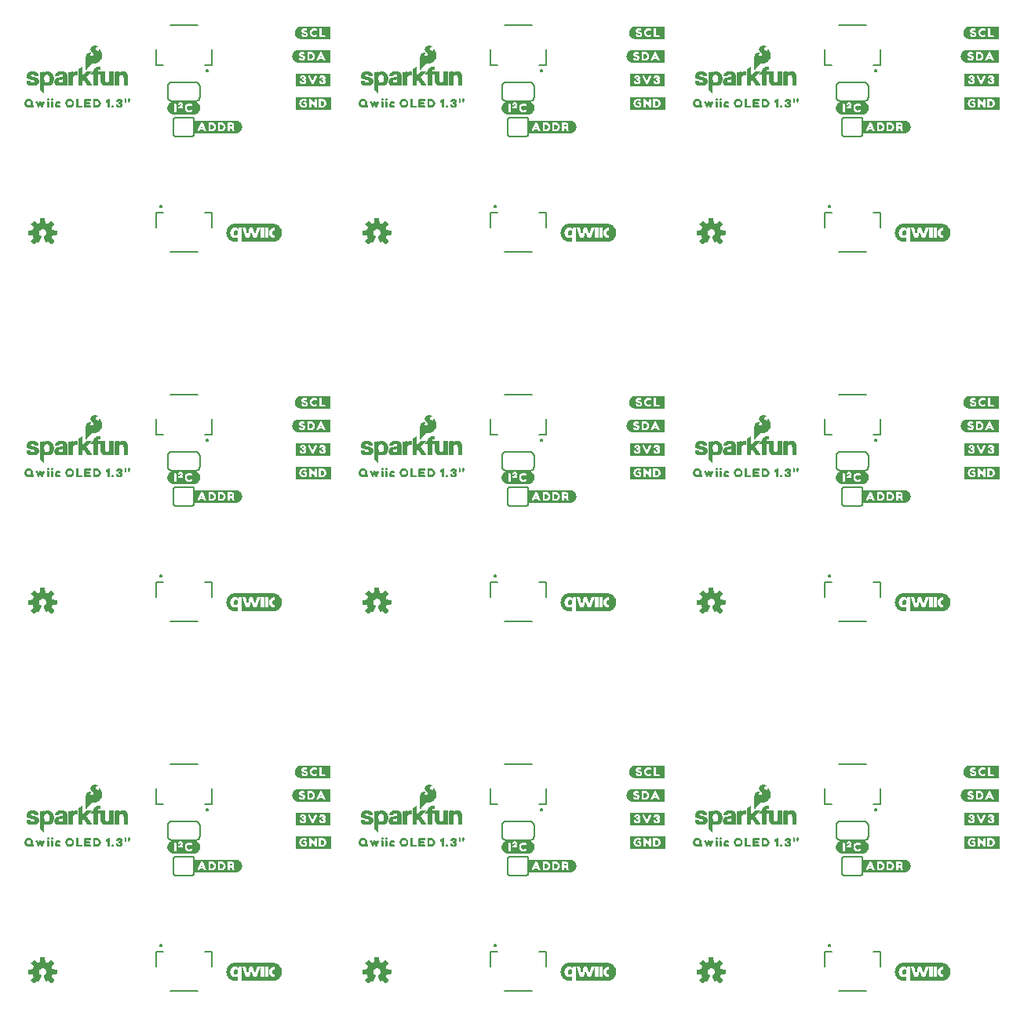
<source format=gto>
G04 EAGLE Gerber RS-274X export*
G75*
%MOMM*%
%FSLAX34Y34*%
%LPD*%
%INSilkscreen Top*%
%IPPOS*%
%AMOC8*
5,1,8,0,0,1.08239X$1,22.5*%
G01*
%ADD10C,0.203200*%
%ADD11C,0.152400*%

G36*
X597039Y72889D02*
X597039Y72889D01*
X597061Y72893D01*
X597068Y72908D01*
X597077Y72914D01*
X597076Y72924D01*
X597083Y72940D01*
X597083Y78380D01*
X597079Y78386D01*
X597064Y78424D01*
X597054Y78434D01*
X597047Y78436D01*
X597046Y78437D01*
X597043Y78437D01*
X597026Y78441D01*
X596998Y78452D01*
X596993Y78448D01*
X596988Y78449D01*
X596981Y78440D01*
X596956Y78422D01*
X596886Y78302D01*
X596827Y78204D01*
X596732Y78070D01*
X596547Y77876D01*
X596320Y77688D01*
X596133Y77540D01*
X595918Y77404D01*
X595622Y77236D01*
X595348Y77119D01*
X594983Y77000D01*
X594698Y76932D01*
X594382Y76882D01*
X594026Y76843D01*
X593731Y76843D01*
X593434Y76853D01*
X593078Y76882D01*
X592474Y76981D01*
X591858Y77170D01*
X591852Y77168D01*
X591842Y77179D01*
X591545Y77288D01*
X591231Y77445D01*
X590885Y77662D01*
X590588Y77860D01*
X590293Y78116D01*
X590026Y78392D01*
X589809Y78640D01*
X589632Y78876D01*
X589394Y79253D01*
X589274Y79461D01*
X589262Y79468D01*
X589257Y79474D01*
X589257Y79486D01*
X589127Y79775D01*
X588979Y80113D01*
X588870Y80427D01*
X588761Y80914D01*
X588662Y81352D01*
X588612Y81667D01*
X588573Y82312D01*
X588563Y82571D01*
X588573Y82898D01*
X588561Y82917D01*
X588569Y82930D01*
X588578Y82937D01*
X588577Y82945D01*
X588583Y82955D01*
X588642Y83643D01*
X588682Y83929D01*
X588751Y84247D01*
X588830Y84573D01*
X588959Y84978D01*
X589087Y85285D01*
X589256Y85642D01*
X589444Y85987D01*
X589591Y86203D01*
X589819Y86500D01*
X590134Y86855D01*
X590658Y87280D01*
X590934Y87477D01*
X591290Y87675D01*
X591293Y87681D01*
X591297Y87679D01*
X591300Y87683D01*
X591306Y87683D01*
X591615Y87822D01*
X591959Y87960D01*
X592363Y88059D01*
X592858Y88148D01*
X593274Y88187D01*
X593741Y88207D01*
X593907Y88207D01*
X594214Y88178D01*
X594421Y88158D01*
X594716Y88099D01*
X594846Y88069D01*
X595081Y88010D01*
X595296Y87922D01*
X595583Y87803D01*
X595859Y87656D01*
X596114Y87498D01*
X596410Y87272D01*
X596657Y87045D01*
X596904Y86797D01*
X596983Y86708D01*
X596997Y86705D01*
X597004Y86693D01*
X597027Y86696D01*
X597049Y86690D01*
X597058Y86701D01*
X597071Y86703D01*
X597086Y86734D01*
X597092Y86742D01*
X597091Y86746D01*
X597093Y86750D01*
X597093Y88097D01*
X600687Y88097D01*
X600697Y72970D01*
X600709Y72951D01*
X600713Y72929D01*
X600728Y72922D01*
X600734Y72913D01*
X600744Y72914D01*
X600760Y72907D01*
X607930Y72907D01*
X607940Y72914D01*
X607944Y72914D01*
X607960Y72907D01*
X615401Y72917D01*
X615404Y72913D01*
X615414Y72914D01*
X615430Y72907D01*
X624310Y72907D01*
X624322Y72915D01*
X624324Y72913D01*
X624334Y72914D01*
X624350Y72907D01*
X634440Y72907D01*
X634441Y72908D01*
X634443Y72907D01*
X635343Y72957D01*
X635360Y72970D01*
X635366Y72968D01*
X636536Y73078D01*
X636541Y73081D01*
X636550Y73080D01*
X636729Y73140D01*
X637348Y73320D01*
X638048Y73530D01*
X638050Y73533D01*
X638055Y73532D01*
X638675Y73802D01*
X638676Y73804D01*
X638679Y73804D01*
X639249Y74104D01*
X639249Y74105D01*
X639250Y74105D01*
X639910Y74465D01*
X639912Y74469D01*
X639918Y74470D01*
X640538Y74940D01*
X640538Y74941D01*
X640540Y74942D01*
X641290Y75572D01*
X641291Y75575D01*
X641295Y75576D01*
X641725Y76016D01*
X641725Y76018D01*
X641728Y76020D01*
X642328Y76740D01*
X642329Y76749D01*
X642337Y76754D01*
X642336Y76764D01*
X642370Y76782D01*
X642590Y77072D01*
X642590Y77076D01*
X642594Y77079D01*
X643194Y78129D01*
X643194Y78130D01*
X643196Y78131D01*
X643586Y78881D01*
X643585Y78885D01*
X643589Y78889D01*
X643709Y79229D01*
X643709Y79230D01*
X643710Y79231D01*
X643890Y79811D01*
X643888Y79819D01*
X643890Y79821D01*
X644090Y80461D01*
X644089Y80465D01*
X644092Y80468D01*
X644182Y80938D01*
X644181Y80941D01*
X644182Y80944D01*
X644342Y82494D01*
X644340Y82498D01*
X644343Y82504D01*
X644283Y83374D01*
X644282Y83375D01*
X644282Y83377D01*
X644172Y84387D01*
X644172Y84388D01*
X644172Y84390D01*
X644122Y84710D01*
X644119Y84713D01*
X644120Y84718D01*
X644000Y85108D01*
X643961Y85256D01*
X643951Y85265D01*
X643951Y85268D01*
X643949Y85269D01*
X643948Y85275D01*
X643950Y85289D01*
X643670Y86169D01*
X643668Y86171D01*
X643668Y86174D01*
X643468Y86664D01*
X643466Y86666D01*
X643465Y86670D01*
X643075Y87390D01*
X642765Y87950D01*
X642761Y87952D01*
X642760Y87958D01*
X642520Y88278D01*
X642518Y88279D01*
X642517Y88281D01*
X642513Y88283D01*
X642509Y88299D01*
X641749Y89239D01*
X641747Y89240D01*
X641746Y89241D01*
X641746Y89243D01*
X641366Y89643D01*
X641362Y89644D01*
X641360Y89648D01*
X640960Y89978D01*
X640960Y89979D01*
X640520Y90339D01*
X640191Y90618D01*
X640186Y90618D01*
X640182Y90624D01*
X639752Y90884D01*
X639751Y90884D01*
X639750Y90885D01*
X638910Y91345D01*
X638909Y91345D01*
X638908Y91346D01*
X638258Y91676D01*
X638254Y91675D01*
X638249Y91680D01*
X637719Y91850D01*
X636789Y92140D01*
X636774Y92136D01*
X636772Y92137D01*
X636766Y92147D01*
X636758Y92146D01*
X636747Y92152D01*
X634607Y92402D01*
X634604Y92401D01*
X634600Y92403D01*
X629620Y92403D01*
X629607Y92395D01*
X629606Y92397D01*
X629596Y92396D01*
X629580Y92403D01*
X621129Y92393D01*
X621126Y92397D01*
X621114Y92395D01*
X621104Y92403D01*
X621091Y92398D01*
X621080Y92403D01*
X605070Y92403D01*
X605060Y92396D01*
X605056Y92396D01*
X605040Y92403D01*
X597040Y92403D01*
X597036Y92400D01*
X597030Y92403D01*
X594300Y92403D01*
X594298Y92401D01*
X594295Y92403D01*
X592655Y92273D01*
X592653Y92271D01*
X592650Y92272D01*
X591980Y92162D01*
X591977Y92159D01*
X591972Y92160D01*
X590722Y91790D01*
X590721Y91788D01*
X590718Y91789D01*
X590038Y91529D01*
X590035Y91526D01*
X590030Y91525D01*
X589420Y91195D01*
X589419Y91195D01*
X588760Y90825D01*
X588742Y90816D01*
X588731Y90798D01*
X588723Y90800D01*
X588718Y90794D01*
X588705Y90792D01*
X588355Y90552D01*
X588354Y90549D01*
X588350Y90549D01*
X587860Y90149D01*
X587860Y90148D01*
X587859Y90148D01*
X587579Y89908D01*
X587579Y89907D01*
X587339Y89697D01*
X587338Y89697D01*
X587158Y89537D01*
X587157Y89534D01*
X587153Y89532D01*
X586903Y89252D01*
X586903Y89251D01*
X586902Y89250D01*
X586552Y88830D01*
X586232Y88440D01*
X586231Y88439D01*
X586230Y88438D01*
X586010Y88148D01*
X586010Y88147D01*
X586009Y88146D01*
X585819Y87876D01*
X585819Y87874D01*
X585816Y87872D01*
X585636Y87562D01*
X585636Y87561D01*
X585635Y87560D01*
X585475Y87270D01*
X585475Y87269D01*
X585474Y87269D01*
X585074Y86489D01*
X585075Y86485D01*
X585071Y86481D01*
X584791Y85691D01*
X584791Y85689D01*
X584790Y85688D01*
X584724Y85462D01*
X584719Y85456D01*
X584449Y84456D01*
X584451Y84452D01*
X584448Y84446D01*
X584388Y83836D01*
X584318Y83156D01*
X584317Y83155D01*
X584287Y82755D01*
X584300Y82732D01*
X584301Y82727D01*
X584297Y82719D01*
X584307Y82289D01*
X584309Y82287D01*
X584308Y82284D01*
X584358Y81774D01*
X584358Y81773D01*
X584408Y81303D01*
X584448Y80914D01*
X584450Y80911D01*
X584449Y80907D01*
X584519Y80577D01*
X584520Y80576D01*
X584519Y80574D01*
X584699Y79914D01*
X584701Y79912D01*
X584700Y79910D01*
X584980Y79070D01*
X584982Y79069D01*
X584982Y79066D01*
X585202Y78526D01*
X585205Y78524D01*
X585205Y78520D01*
X585455Y78070D01*
X585725Y77570D01*
X585823Y77392D01*
X585818Y77382D01*
X585823Y77376D01*
X585821Y77368D01*
X585844Y77351D01*
X585846Y77348D01*
X585850Y77332D01*
X586210Y76852D01*
X586211Y76852D01*
X586212Y76850D01*
X586552Y76440D01*
X587172Y75700D01*
X587177Y75698D01*
X587180Y75691D01*
X588340Y74741D01*
X588342Y74741D01*
X588343Y74740D01*
X588573Y74570D01*
X588575Y74569D01*
X588577Y74566D01*
X589037Y74286D01*
X589039Y74286D01*
X589040Y74285D01*
X589450Y74065D01*
X589451Y74065D01*
X589790Y73885D01*
X590179Y73665D01*
X590201Y73667D01*
X590202Y73659D01*
X590214Y73656D01*
X590232Y73640D01*
X592232Y73050D01*
X592237Y73051D01*
X592244Y73048D01*
X593954Y72878D01*
X593956Y72879D01*
X593960Y72877D01*
X597020Y72877D01*
X597039Y72889D01*
G37*
G36*
X236359Y72889D02*
X236359Y72889D01*
X236381Y72893D01*
X236388Y72908D01*
X236397Y72914D01*
X236396Y72924D01*
X236403Y72940D01*
X236403Y78380D01*
X236399Y78386D01*
X236384Y78424D01*
X236374Y78434D01*
X236367Y78436D01*
X236366Y78437D01*
X236363Y78437D01*
X236346Y78441D01*
X236318Y78452D01*
X236313Y78448D01*
X236308Y78449D01*
X236301Y78440D01*
X236276Y78422D01*
X236206Y78302D01*
X236147Y78204D01*
X236052Y78070D01*
X235867Y77876D01*
X235640Y77688D01*
X235453Y77540D01*
X235238Y77404D01*
X234942Y77236D01*
X234668Y77119D01*
X234303Y77000D01*
X234018Y76932D01*
X233702Y76882D01*
X233346Y76843D01*
X233051Y76843D01*
X232754Y76853D01*
X232398Y76882D01*
X231794Y76981D01*
X231178Y77170D01*
X231172Y77168D01*
X231162Y77179D01*
X230865Y77288D01*
X230551Y77445D01*
X230205Y77662D01*
X229908Y77860D01*
X229613Y78116D01*
X229346Y78392D01*
X229129Y78640D01*
X228952Y78876D01*
X228714Y79253D01*
X228594Y79461D01*
X228582Y79468D01*
X228577Y79474D01*
X228577Y79486D01*
X228447Y79775D01*
X228299Y80113D01*
X228190Y80427D01*
X228081Y80914D01*
X227982Y81352D01*
X227932Y81667D01*
X227893Y82312D01*
X227883Y82571D01*
X227893Y82898D01*
X227881Y82917D01*
X227889Y82930D01*
X227898Y82937D01*
X227897Y82945D01*
X227903Y82955D01*
X227962Y83643D01*
X228002Y83929D01*
X228071Y84247D01*
X228150Y84573D01*
X228279Y84978D01*
X228407Y85285D01*
X228576Y85642D01*
X228764Y85987D01*
X228911Y86203D01*
X229139Y86500D01*
X229454Y86855D01*
X229978Y87280D01*
X230254Y87477D01*
X230610Y87675D01*
X230613Y87681D01*
X230617Y87679D01*
X230620Y87683D01*
X230626Y87683D01*
X230935Y87822D01*
X231279Y87960D01*
X231683Y88059D01*
X232178Y88148D01*
X232594Y88187D01*
X233061Y88207D01*
X233227Y88207D01*
X233534Y88178D01*
X233741Y88158D01*
X234036Y88099D01*
X234166Y88069D01*
X234401Y88010D01*
X234616Y87922D01*
X234903Y87803D01*
X235179Y87656D01*
X235434Y87498D01*
X235730Y87272D01*
X235977Y87045D01*
X236224Y86797D01*
X236303Y86708D01*
X236317Y86705D01*
X236324Y86693D01*
X236347Y86696D01*
X236369Y86690D01*
X236378Y86701D01*
X236391Y86703D01*
X236406Y86734D01*
X236412Y86742D01*
X236411Y86746D01*
X236413Y86750D01*
X236413Y88097D01*
X240007Y88097D01*
X240017Y72970D01*
X240029Y72951D01*
X240033Y72929D01*
X240048Y72922D01*
X240054Y72913D01*
X240064Y72914D01*
X240080Y72907D01*
X247250Y72907D01*
X247260Y72914D01*
X247264Y72914D01*
X247280Y72907D01*
X254721Y72917D01*
X254724Y72913D01*
X254734Y72914D01*
X254750Y72907D01*
X263630Y72907D01*
X263642Y72915D01*
X263644Y72913D01*
X263654Y72914D01*
X263670Y72907D01*
X273760Y72907D01*
X273761Y72908D01*
X273763Y72907D01*
X274663Y72957D01*
X274680Y72970D01*
X274686Y72968D01*
X275856Y73078D01*
X275861Y73081D01*
X275870Y73080D01*
X276049Y73140D01*
X276668Y73320D01*
X277368Y73530D01*
X277370Y73533D01*
X277375Y73532D01*
X277995Y73802D01*
X277996Y73804D01*
X277999Y73804D01*
X278569Y74104D01*
X278569Y74105D01*
X278570Y74105D01*
X279230Y74465D01*
X279232Y74469D01*
X279238Y74470D01*
X279858Y74940D01*
X279858Y74941D01*
X279860Y74942D01*
X280610Y75572D01*
X280611Y75575D01*
X280615Y75576D01*
X281045Y76016D01*
X281045Y76018D01*
X281048Y76020D01*
X281648Y76740D01*
X281649Y76749D01*
X281657Y76754D01*
X281656Y76764D01*
X281690Y76782D01*
X281910Y77072D01*
X281910Y77076D01*
X281914Y77079D01*
X282514Y78129D01*
X282514Y78130D01*
X282516Y78131D01*
X282906Y78881D01*
X282905Y78885D01*
X282909Y78889D01*
X283029Y79229D01*
X283029Y79230D01*
X283030Y79231D01*
X283210Y79811D01*
X283208Y79819D01*
X283210Y79821D01*
X283410Y80461D01*
X283409Y80465D01*
X283412Y80468D01*
X283502Y80938D01*
X283501Y80941D01*
X283502Y80944D01*
X283662Y82494D01*
X283660Y82498D01*
X283663Y82504D01*
X283603Y83374D01*
X283602Y83375D01*
X283602Y83377D01*
X283492Y84387D01*
X283492Y84388D01*
X283492Y84390D01*
X283442Y84710D01*
X283439Y84713D01*
X283440Y84718D01*
X283320Y85108D01*
X283281Y85256D01*
X283271Y85265D01*
X283271Y85268D01*
X283269Y85269D01*
X283268Y85275D01*
X283270Y85289D01*
X282990Y86169D01*
X282988Y86171D01*
X282988Y86174D01*
X282788Y86664D01*
X282786Y86666D01*
X282785Y86670D01*
X282395Y87390D01*
X282085Y87950D01*
X282081Y87952D01*
X282080Y87958D01*
X281840Y88278D01*
X281838Y88279D01*
X281837Y88281D01*
X281833Y88283D01*
X281829Y88299D01*
X281069Y89239D01*
X281067Y89240D01*
X281066Y89241D01*
X281066Y89243D01*
X280686Y89643D01*
X280682Y89644D01*
X280680Y89648D01*
X280280Y89978D01*
X280280Y89979D01*
X279840Y90339D01*
X279511Y90618D01*
X279506Y90618D01*
X279502Y90624D01*
X279072Y90884D01*
X279071Y90884D01*
X279070Y90885D01*
X278230Y91345D01*
X278229Y91345D01*
X278228Y91346D01*
X277578Y91676D01*
X277574Y91675D01*
X277569Y91680D01*
X277039Y91850D01*
X276109Y92140D01*
X276094Y92136D01*
X276092Y92137D01*
X276086Y92147D01*
X276078Y92146D01*
X276067Y92152D01*
X273927Y92402D01*
X273924Y92401D01*
X273920Y92403D01*
X268940Y92403D01*
X268927Y92395D01*
X268926Y92397D01*
X268916Y92396D01*
X268900Y92403D01*
X260449Y92393D01*
X260446Y92397D01*
X260434Y92395D01*
X260424Y92403D01*
X260411Y92398D01*
X260400Y92403D01*
X244390Y92403D01*
X244380Y92396D01*
X244376Y92396D01*
X244360Y92403D01*
X236360Y92403D01*
X236356Y92400D01*
X236350Y92403D01*
X233620Y92403D01*
X233618Y92401D01*
X233615Y92403D01*
X231975Y92273D01*
X231973Y92271D01*
X231970Y92272D01*
X231300Y92162D01*
X231297Y92159D01*
X231292Y92160D01*
X230042Y91790D01*
X230041Y91788D01*
X230038Y91789D01*
X229358Y91529D01*
X229355Y91526D01*
X229350Y91525D01*
X228740Y91195D01*
X228739Y91195D01*
X228080Y90825D01*
X228062Y90816D01*
X228051Y90798D01*
X228043Y90800D01*
X228038Y90794D01*
X228025Y90792D01*
X227675Y90552D01*
X227674Y90549D01*
X227670Y90549D01*
X227180Y90149D01*
X227180Y90148D01*
X227179Y90148D01*
X226899Y89908D01*
X226899Y89907D01*
X226659Y89697D01*
X226658Y89697D01*
X226478Y89537D01*
X226477Y89534D01*
X226473Y89532D01*
X226223Y89252D01*
X226223Y89251D01*
X226222Y89250D01*
X225872Y88830D01*
X225552Y88440D01*
X225551Y88439D01*
X225550Y88438D01*
X225330Y88148D01*
X225330Y88147D01*
X225329Y88146D01*
X225139Y87876D01*
X225139Y87874D01*
X225136Y87872D01*
X224956Y87562D01*
X224956Y87561D01*
X224955Y87560D01*
X224795Y87270D01*
X224795Y87269D01*
X224794Y87269D01*
X224394Y86489D01*
X224395Y86485D01*
X224391Y86481D01*
X224111Y85691D01*
X224111Y85689D01*
X224110Y85688D01*
X224044Y85462D01*
X224039Y85456D01*
X223769Y84456D01*
X223771Y84452D01*
X223768Y84446D01*
X223708Y83836D01*
X223638Y83156D01*
X223637Y83155D01*
X223607Y82755D01*
X223620Y82732D01*
X223621Y82727D01*
X223617Y82719D01*
X223627Y82289D01*
X223629Y82287D01*
X223628Y82284D01*
X223678Y81774D01*
X223678Y81773D01*
X223728Y81303D01*
X223768Y80914D01*
X223770Y80911D01*
X223769Y80907D01*
X223839Y80577D01*
X223840Y80576D01*
X223839Y80574D01*
X224019Y79914D01*
X224021Y79912D01*
X224020Y79910D01*
X224300Y79070D01*
X224302Y79069D01*
X224302Y79066D01*
X224522Y78526D01*
X224525Y78524D01*
X224525Y78520D01*
X224775Y78070D01*
X225045Y77570D01*
X225143Y77392D01*
X225138Y77382D01*
X225143Y77376D01*
X225141Y77368D01*
X225164Y77351D01*
X225166Y77348D01*
X225170Y77332D01*
X225530Y76852D01*
X225531Y76852D01*
X225532Y76850D01*
X225872Y76440D01*
X226492Y75700D01*
X226497Y75698D01*
X226500Y75691D01*
X227660Y74741D01*
X227662Y74741D01*
X227663Y74740D01*
X227893Y74570D01*
X227895Y74569D01*
X227897Y74566D01*
X228357Y74286D01*
X228359Y74286D01*
X228360Y74285D01*
X228770Y74065D01*
X228771Y74065D01*
X229110Y73885D01*
X229499Y73665D01*
X229521Y73667D01*
X229522Y73659D01*
X229534Y73656D01*
X229552Y73640D01*
X231552Y73050D01*
X231557Y73051D01*
X231564Y73048D01*
X233274Y72878D01*
X233276Y72879D01*
X233280Y72877D01*
X236340Y72877D01*
X236359Y72889D01*
G37*
G36*
X597039Y870449D02*
X597039Y870449D01*
X597061Y870453D01*
X597068Y870468D01*
X597077Y870474D01*
X597076Y870484D01*
X597083Y870500D01*
X597083Y875940D01*
X597079Y875946D01*
X597064Y875984D01*
X597054Y875994D01*
X597047Y875996D01*
X597046Y875997D01*
X597043Y875997D01*
X597026Y876001D01*
X596998Y876012D01*
X596993Y876008D01*
X596988Y876009D01*
X596981Y876000D01*
X596956Y875982D01*
X596886Y875862D01*
X596827Y875764D01*
X596732Y875630D01*
X596547Y875436D01*
X596320Y875248D01*
X596133Y875100D01*
X595918Y874964D01*
X595622Y874796D01*
X595348Y874679D01*
X594983Y874560D01*
X594698Y874492D01*
X594382Y874442D01*
X594026Y874403D01*
X593731Y874403D01*
X593434Y874413D01*
X593078Y874442D01*
X592474Y874541D01*
X591858Y874730D01*
X591852Y874728D01*
X591842Y874739D01*
X591545Y874848D01*
X591231Y875005D01*
X590885Y875222D01*
X590588Y875420D01*
X590293Y875676D01*
X590026Y875952D01*
X589809Y876200D01*
X589632Y876436D01*
X589394Y876813D01*
X589274Y877021D01*
X589262Y877028D01*
X589257Y877034D01*
X589257Y877046D01*
X589127Y877335D01*
X588979Y877673D01*
X588870Y877987D01*
X588761Y878474D01*
X588662Y878912D01*
X588612Y879227D01*
X588573Y879872D01*
X588563Y880131D01*
X588573Y880458D01*
X588561Y880477D01*
X588569Y880490D01*
X588578Y880497D01*
X588577Y880505D01*
X588583Y880515D01*
X588642Y881203D01*
X588682Y881489D01*
X588751Y881807D01*
X588830Y882133D01*
X588959Y882538D01*
X589087Y882845D01*
X589256Y883202D01*
X589444Y883547D01*
X589591Y883763D01*
X589819Y884060D01*
X590134Y884415D01*
X590658Y884840D01*
X590934Y885037D01*
X591290Y885235D01*
X591293Y885241D01*
X591297Y885239D01*
X591300Y885243D01*
X591306Y885243D01*
X591615Y885382D01*
X591959Y885520D01*
X592363Y885619D01*
X592858Y885708D01*
X593274Y885747D01*
X593741Y885767D01*
X593907Y885767D01*
X594214Y885738D01*
X594421Y885718D01*
X594716Y885659D01*
X594846Y885629D01*
X595081Y885570D01*
X595296Y885482D01*
X595583Y885363D01*
X595859Y885216D01*
X596114Y885058D01*
X596410Y884832D01*
X596657Y884605D01*
X596904Y884357D01*
X596983Y884268D01*
X596997Y884265D01*
X597004Y884253D01*
X597027Y884256D01*
X597049Y884250D01*
X597058Y884261D01*
X597071Y884263D01*
X597086Y884294D01*
X597092Y884302D01*
X597091Y884306D01*
X597093Y884310D01*
X597093Y885657D01*
X600687Y885657D01*
X600697Y870530D01*
X600709Y870511D01*
X600713Y870489D01*
X600728Y870482D01*
X600734Y870473D01*
X600744Y870474D01*
X600760Y870467D01*
X607930Y870467D01*
X607940Y870474D01*
X607944Y870474D01*
X607960Y870467D01*
X615401Y870477D01*
X615404Y870473D01*
X615414Y870474D01*
X615430Y870467D01*
X624310Y870467D01*
X624322Y870475D01*
X624324Y870473D01*
X624334Y870474D01*
X624350Y870467D01*
X634440Y870467D01*
X634441Y870468D01*
X634443Y870467D01*
X635343Y870517D01*
X635360Y870530D01*
X635366Y870528D01*
X636536Y870638D01*
X636541Y870641D01*
X636550Y870640D01*
X636729Y870700D01*
X637348Y870880D01*
X638048Y871090D01*
X638050Y871093D01*
X638055Y871092D01*
X638675Y871362D01*
X638676Y871364D01*
X638679Y871364D01*
X639249Y871664D01*
X639249Y871665D01*
X639250Y871665D01*
X639910Y872025D01*
X639912Y872029D01*
X639918Y872030D01*
X640538Y872500D01*
X640538Y872501D01*
X640540Y872502D01*
X641290Y873132D01*
X641291Y873135D01*
X641295Y873136D01*
X641725Y873576D01*
X641725Y873578D01*
X641728Y873580D01*
X642328Y874300D01*
X642329Y874309D01*
X642337Y874314D01*
X642336Y874324D01*
X642370Y874342D01*
X642590Y874632D01*
X642590Y874636D01*
X642594Y874639D01*
X643194Y875689D01*
X643194Y875690D01*
X643196Y875691D01*
X643586Y876441D01*
X643585Y876445D01*
X643589Y876449D01*
X643709Y876789D01*
X643709Y876790D01*
X643710Y876791D01*
X643890Y877371D01*
X643888Y877379D01*
X643890Y877381D01*
X644090Y878021D01*
X644089Y878025D01*
X644092Y878028D01*
X644182Y878498D01*
X644181Y878501D01*
X644182Y878504D01*
X644342Y880054D01*
X644340Y880058D01*
X644343Y880064D01*
X644283Y880934D01*
X644282Y880935D01*
X644282Y880937D01*
X644172Y881947D01*
X644172Y881948D01*
X644172Y881950D01*
X644122Y882270D01*
X644119Y882273D01*
X644120Y882278D01*
X644000Y882668D01*
X643961Y882816D01*
X643951Y882825D01*
X643951Y882828D01*
X643949Y882829D01*
X643948Y882835D01*
X643950Y882849D01*
X643670Y883729D01*
X643668Y883731D01*
X643668Y883734D01*
X643468Y884224D01*
X643466Y884226D01*
X643465Y884230D01*
X643075Y884950D01*
X642765Y885510D01*
X642761Y885512D01*
X642760Y885518D01*
X642520Y885838D01*
X642518Y885839D01*
X642517Y885841D01*
X642513Y885843D01*
X642509Y885859D01*
X641749Y886799D01*
X641747Y886800D01*
X641746Y886801D01*
X641746Y886803D01*
X641366Y887203D01*
X641362Y887204D01*
X641360Y887208D01*
X640960Y887538D01*
X640960Y887539D01*
X640520Y887899D01*
X640191Y888178D01*
X640186Y888178D01*
X640182Y888184D01*
X639752Y888444D01*
X639751Y888444D01*
X639750Y888445D01*
X638910Y888905D01*
X638909Y888905D01*
X638908Y888906D01*
X638258Y889236D01*
X638254Y889235D01*
X638249Y889240D01*
X637719Y889410D01*
X636789Y889700D01*
X636774Y889696D01*
X636772Y889697D01*
X636766Y889707D01*
X636758Y889706D01*
X636747Y889712D01*
X634607Y889962D01*
X634604Y889961D01*
X634600Y889963D01*
X629620Y889963D01*
X629607Y889955D01*
X629606Y889957D01*
X629596Y889956D01*
X629580Y889963D01*
X621129Y889953D01*
X621126Y889957D01*
X621114Y889955D01*
X621104Y889963D01*
X621091Y889958D01*
X621080Y889963D01*
X605070Y889963D01*
X605060Y889956D01*
X605056Y889956D01*
X605040Y889963D01*
X597040Y889963D01*
X597036Y889960D01*
X597030Y889963D01*
X594300Y889963D01*
X594298Y889961D01*
X594295Y889963D01*
X592655Y889833D01*
X592653Y889831D01*
X592650Y889832D01*
X591980Y889722D01*
X591977Y889719D01*
X591972Y889720D01*
X590722Y889350D01*
X590721Y889348D01*
X590718Y889349D01*
X590038Y889089D01*
X590035Y889086D01*
X590030Y889085D01*
X589420Y888755D01*
X589419Y888755D01*
X588760Y888385D01*
X588742Y888376D01*
X588731Y888358D01*
X588723Y888360D01*
X588718Y888354D01*
X588705Y888352D01*
X588355Y888112D01*
X588354Y888109D01*
X588350Y888109D01*
X587860Y887709D01*
X587860Y887708D01*
X587859Y887708D01*
X587579Y887468D01*
X587579Y887467D01*
X587339Y887257D01*
X587338Y887257D01*
X587158Y887097D01*
X587157Y887094D01*
X587153Y887092D01*
X586903Y886812D01*
X586903Y886811D01*
X586902Y886810D01*
X586552Y886390D01*
X586232Y886000D01*
X586231Y885999D01*
X586230Y885998D01*
X586010Y885708D01*
X586010Y885707D01*
X586009Y885706D01*
X585819Y885436D01*
X585819Y885434D01*
X585816Y885432D01*
X585636Y885122D01*
X585636Y885121D01*
X585635Y885120D01*
X585475Y884830D01*
X585475Y884829D01*
X585474Y884829D01*
X585074Y884049D01*
X585075Y884045D01*
X585071Y884041D01*
X584791Y883251D01*
X584791Y883249D01*
X584790Y883248D01*
X584724Y883022D01*
X584719Y883016D01*
X584449Y882016D01*
X584451Y882012D01*
X584448Y882006D01*
X584388Y881396D01*
X584318Y880716D01*
X584317Y880715D01*
X584287Y880315D01*
X584300Y880292D01*
X584301Y880287D01*
X584297Y880279D01*
X584307Y879849D01*
X584309Y879847D01*
X584308Y879844D01*
X584358Y879334D01*
X584358Y879333D01*
X584408Y878863D01*
X584448Y878474D01*
X584450Y878471D01*
X584449Y878467D01*
X584519Y878137D01*
X584520Y878136D01*
X584519Y878134D01*
X584699Y877474D01*
X584701Y877472D01*
X584700Y877470D01*
X584980Y876630D01*
X584982Y876629D01*
X584982Y876626D01*
X585202Y876086D01*
X585205Y876084D01*
X585205Y876080D01*
X585455Y875630D01*
X585725Y875130D01*
X585823Y874952D01*
X585818Y874942D01*
X585823Y874936D01*
X585821Y874928D01*
X585844Y874911D01*
X585846Y874908D01*
X585850Y874892D01*
X586210Y874412D01*
X586211Y874412D01*
X586212Y874410D01*
X586552Y874000D01*
X587172Y873260D01*
X587177Y873258D01*
X587180Y873251D01*
X588340Y872301D01*
X588342Y872301D01*
X588343Y872300D01*
X588573Y872130D01*
X588575Y872129D01*
X588577Y872126D01*
X589037Y871846D01*
X589039Y871846D01*
X589040Y871845D01*
X589450Y871625D01*
X589451Y871625D01*
X589790Y871445D01*
X590179Y871225D01*
X590201Y871227D01*
X590202Y871219D01*
X590214Y871216D01*
X590232Y871200D01*
X592232Y870610D01*
X592237Y870611D01*
X592244Y870608D01*
X593954Y870438D01*
X593956Y870439D01*
X593960Y870437D01*
X597020Y870437D01*
X597039Y870449D01*
G37*
G36*
X957719Y870449D02*
X957719Y870449D01*
X957741Y870453D01*
X957748Y870468D01*
X957757Y870474D01*
X957756Y870484D01*
X957763Y870500D01*
X957763Y875940D01*
X957759Y875946D01*
X957744Y875984D01*
X957734Y875994D01*
X957727Y875996D01*
X957726Y875997D01*
X957723Y875997D01*
X957706Y876001D01*
X957678Y876012D01*
X957673Y876008D01*
X957668Y876009D01*
X957661Y876000D01*
X957636Y875982D01*
X957566Y875862D01*
X957507Y875764D01*
X957412Y875630D01*
X957227Y875436D01*
X957000Y875248D01*
X956813Y875100D01*
X956598Y874964D01*
X956302Y874796D01*
X956028Y874679D01*
X955663Y874560D01*
X955378Y874492D01*
X955062Y874442D01*
X954706Y874403D01*
X954411Y874403D01*
X954114Y874413D01*
X953758Y874442D01*
X953154Y874541D01*
X952538Y874730D01*
X952532Y874728D01*
X952522Y874739D01*
X952225Y874848D01*
X951911Y875005D01*
X951565Y875222D01*
X951268Y875420D01*
X950973Y875676D01*
X950706Y875952D01*
X950489Y876200D01*
X950312Y876436D01*
X950074Y876813D01*
X949954Y877021D01*
X949942Y877028D01*
X949937Y877034D01*
X949937Y877046D01*
X949807Y877335D01*
X949659Y877673D01*
X949550Y877987D01*
X949441Y878474D01*
X949342Y878912D01*
X949292Y879227D01*
X949253Y879872D01*
X949243Y880131D01*
X949253Y880458D01*
X949241Y880477D01*
X949249Y880490D01*
X949258Y880497D01*
X949257Y880505D01*
X949263Y880515D01*
X949322Y881203D01*
X949362Y881489D01*
X949431Y881807D01*
X949510Y882133D01*
X949639Y882538D01*
X949767Y882845D01*
X949936Y883202D01*
X950124Y883547D01*
X950271Y883763D01*
X950499Y884060D01*
X950814Y884415D01*
X951338Y884840D01*
X951614Y885037D01*
X951970Y885235D01*
X951973Y885241D01*
X951977Y885239D01*
X951980Y885243D01*
X951986Y885243D01*
X952295Y885382D01*
X952639Y885520D01*
X953043Y885619D01*
X953538Y885708D01*
X953954Y885747D01*
X954421Y885767D01*
X954587Y885767D01*
X954894Y885738D01*
X955101Y885718D01*
X955396Y885659D01*
X955526Y885629D01*
X955761Y885570D01*
X955976Y885482D01*
X956263Y885363D01*
X956539Y885216D01*
X956794Y885058D01*
X957090Y884832D01*
X957337Y884605D01*
X957584Y884357D01*
X957663Y884268D01*
X957677Y884265D01*
X957684Y884253D01*
X957707Y884256D01*
X957729Y884250D01*
X957738Y884261D01*
X957751Y884263D01*
X957766Y884294D01*
X957772Y884302D01*
X957771Y884306D01*
X957773Y884310D01*
X957773Y885657D01*
X961367Y885657D01*
X961377Y870530D01*
X961389Y870511D01*
X961393Y870489D01*
X961408Y870482D01*
X961414Y870473D01*
X961424Y870474D01*
X961440Y870467D01*
X968610Y870467D01*
X968620Y870474D01*
X968624Y870474D01*
X968640Y870467D01*
X976081Y870477D01*
X976084Y870473D01*
X976094Y870474D01*
X976110Y870467D01*
X984990Y870467D01*
X985002Y870475D01*
X985004Y870473D01*
X985014Y870474D01*
X985030Y870467D01*
X995120Y870467D01*
X995121Y870468D01*
X995123Y870467D01*
X996023Y870517D01*
X996040Y870530D01*
X996046Y870528D01*
X997216Y870638D01*
X997221Y870641D01*
X997230Y870640D01*
X997409Y870700D01*
X998028Y870880D01*
X998728Y871090D01*
X998730Y871093D01*
X998735Y871092D01*
X999355Y871362D01*
X999356Y871364D01*
X999359Y871364D01*
X999929Y871664D01*
X999929Y871665D01*
X999930Y871665D01*
X1000590Y872025D01*
X1000592Y872029D01*
X1000598Y872030D01*
X1001218Y872500D01*
X1001218Y872501D01*
X1001220Y872502D01*
X1001970Y873132D01*
X1001971Y873135D01*
X1001975Y873136D01*
X1002405Y873576D01*
X1002405Y873578D01*
X1002408Y873580D01*
X1003008Y874300D01*
X1003009Y874309D01*
X1003017Y874314D01*
X1003016Y874324D01*
X1003050Y874342D01*
X1003270Y874632D01*
X1003270Y874636D01*
X1003274Y874639D01*
X1003874Y875689D01*
X1003874Y875690D01*
X1003876Y875691D01*
X1004266Y876441D01*
X1004265Y876445D01*
X1004269Y876449D01*
X1004389Y876789D01*
X1004389Y876790D01*
X1004390Y876791D01*
X1004570Y877371D01*
X1004568Y877379D01*
X1004570Y877381D01*
X1004770Y878021D01*
X1004769Y878025D01*
X1004772Y878028D01*
X1004862Y878498D01*
X1004861Y878501D01*
X1004862Y878504D01*
X1005022Y880054D01*
X1005020Y880058D01*
X1005023Y880064D01*
X1004963Y880934D01*
X1004962Y880935D01*
X1004962Y880937D01*
X1004852Y881947D01*
X1004852Y881948D01*
X1004852Y881950D01*
X1004802Y882270D01*
X1004799Y882273D01*
X1004800Y882278D01*
X1004680Y882668D01*
X1004641Y882816D01*
X1004631Y882825D01*
X1004631Y882828D01*
X1004629Y882829D01*
X1004628Y882835D01*
X1004630Y882849D01*
X1004350Y883729D01*
X1004348Y883731D01*
X1004348Y883734D01*
X1004148Y884224D01*
X1004146Y884226D01*
X1004145Y884230D01*
X1003755Y884950D01*
X1003445Y885510D01*
X1003441Y885512D01*
X1003440Y885518D01*
X1003200Y885838D01*
X1003198Y885839D01*
X1003197Y885841D01*
X1003193Y885843D01*
X1003189Y885859D01*
X1002429Y886799D01*
X1002427Y886800D01*
X1002426Y886801D01*
X1002426Y886803D01*
X1002046Y887203D01*
X1002042Y887204D01*
X1002040Y887208D01*
X1001640Y887538D01*
X1001640Y887539D01*
X1001200Y887899D01*
X1000871Y888178D01*
X1000866Y888178D01*
X1000862Y888184D01*
X1000432Y888444D01*
X1000431Y888444D01*
X1000430Y888445D01*
X999590Y888905D01*
X999589Y888905D01*
X999588Y888906D01*
X998938Y889236D01*
X998934Y889235D01*
X998929Y889240D01*
X998399Y889410D01*
X997469Y889700D01*
X997454Y889696D01*
X997452Y889697D01*
X997446Y889707D01*
X997438Y889706D01*
X997427Y889712D01*
X995287Y889962D01*
X995284Y889961D01*
X995280Y889963D01*
X990300Y889963D01*
X990287Y889955D01*
X990286Y889957D01*
X990276Y889956D01*
X990260Y889963D01*
X981809Y889953D01*
X981806Y889957D01*
X981794Y889955D01*
X981784Y889963D01*
X981771Y889958D01*
X981760Y889963D01*
X965750Y889963D01*
X965740Y889956D01*
X965736Y889956D01*
X965720Y889963D01*
X957720Y889963D01*
X957716Y889960D01*
X957710Y889963D01*
X954980Y889963D01*
X954978Y889961D01*
X954975Y889963D01*
X953335Y889833D01*
X953333Y889831D01*
X953330Y889832D01*
X952660Y889722D01*
X952657Y889719D01*
X952652Y889720D01*
X951402Y889350D01*
X951401Y889348D01*
X951398Y889349D01*
X950718Y889089D01*
X950715Y889086D01*
X950710Y889085D01*
X950100Y888755D01*
X950099Y888755D01*
X949440Y888385D01*
X949422Y888376D01*
X949411Y888358D01*
X949403Y888360D01*
X949398Y888354D01*
X949385Y888352D01*
X949035Y888112D01*
X949034Y888109D01*
X949030Y888109D01*
X948540Y887709D01*
X948540Y887708D01*
X948539Y887708D01*
X948259Y887468D01*
X948259Y887467D01*
X948019Y887257D01*
X948018Y887257D01*
X947838Y887097D01*
X947837Y887094D01*
X947833Y887092D01*
X947583Y886812D01*
X947583Y886811D01*
X947582Y886810D01*
X947232Y886390D01*
X946912Y886000D01*
X946911Y885999D01*
X946910Y885998D01*
X946690Y885708D01*
X946690Y885707D01*
X946689Y885706D01*
X946499Y885436D01*
X946499Y885434D01*
X946496Y885432D01*
X946316Y885122D01*
X946316Y885121D01*
X946315Y885120D01*
X946155Y884830D01*
X946155Y884829D01*
X946154Y884829D01*
X945754Y884049D01*
X945755Y884045D01*
X945751Y884041D01*
X945471Y883251D01*
X945471Y883249D01*
X945470Y883248D01*
X945404Y883022D01*
X945399Y883016D01*
X945129Y882016D01*
X945131Y882012D01*
X945128Y882006D01*
X945068Y881396D01*
X944998Y880716D01*
X944997Y880715D01*
X944967Y880315D01*
X944980Y880292D01*
X944981Y880287D01*
X944977Y880279D01*
X944987Y879849D01*
X944989Y879847D01*
X944988Y879844D01*
X945038Y879334D01*
X945038Y879333D01*
X945088Y878863D01*
X945128Y878474D01*
X945130Y878471D01*
X945129Y878467D01*
X945199Y878137D01*
X945200Y878136D01*
X945199Y878134D01*
X945379Y877474D01*
X945381Y877472D01*
X945380Y877470D01*
X945660Y876630D01*
X945662Y876629D01*
X945662Y876626D01*
X945882Y876086D01*
X945885Y876084D01*
X945885Y876080D01*
X946135Y875630D01*
X946405Y875130D01*
X946503Y874952D01*
X946498Y874942D01*
X946503Y874936D01*
X946501Y874928D01*
X946524Y874911D01*
X946526Y874908D01*
X946530Y874892D01*
X946890Y874412D01*
X946891Y874412D01*
X946892Y874410D01*
X947232Y874000D01*
X947852Y873260D01*
X947857Y873258D01*
X947860Y873251D01*
X949020Y872301D01*
X949022Y872301D01*
X949023Y872300D01*
X949253Y872130D01*
X949255Y872129D01*
X949257Y872126D01*
X949717Y871846D01*
X949719Y871846D01*
X949720Y871845D01*
X950130Y871625D01*
X950131Y871625D01*
X950470Y871445D01*
X950859Y871225D01*
X950881Y871227D01*
X950882Y871219D01*
X950894Y871216D01*
X950912Y871200D01*
X952912Y870610D01*
X952917Y870611D01*
X952924Y870608D01*
X954634Y870438D01*
X954636Y870439D01*
X954640Y870437D01*
X957700Y870437D01*
X957719Y870449D01*
G37*
G36*
X957719Y72889D02*
X957719Y72889D01*
X957741Y72893D01*
X957748Y72908D01*
X957757Y72914D01*
X957756Y72924D01*
X957763Y72940D01*
X957763Y78380D01*
X957759Y78386D01*
X957744Y78424D01*
X957734Y78434D01*
X957727Y78436D01*
X957726Y78437D01*
X957723Y78437D01*
X957706Y78441D01*
X957678Y78452D01*
X957673Y78448D01*
X957668Y78449D01*
X957661Y78440D01*
X957636Y78422D01*
X957566Y78302D01*
X957507Y78204D01*
X957412Y78070D01*
X957227Y77876D01*
X957000Y77688D01*
X956813Y77540D01*
X956598Y77404D01*
X956302Y77236D01*
X956028Y77119D01*
X955663Y77000D01*
X955378Y76932D01*
X955062Y76882D01*
X954706Y76843D01*
X954411Y76843D01*
X954114Y76853D01*
X953758Y76882D01*
X953154Y76981D01*
X952538Y77170D01*
X952532Y77168D01*
X952522Y77179D01*
X952225Y77288D01*
X951911Y77445D01*
X951565Y77662D01*
X951268Y77860D01*
X950973Y78116D01*
X950706Y78392D01*
X950489Y78640D01*
X950312Y78876D01*
X950074Y79253D01*
X949954Y79461D01*
X949942Y79468D01*
X949937Y79474D01*
X949937Y79486D01*
X949807Y79775D01*
X949659Y80113D01*
X949550Y80427D01*
X949441Y80914D01*
X949342Y81352D01*
X949292Y81667D01*
X949253Y82312D01*
X949243Y82571D01*
X949253Y82898D01*
X949241Y82917D01*
X949249Y82930D01*
X949258Y82937D01*
X949257Y82945D01*
X949263Y82955D01*
X949322Y83643D01*
X949362Y83929D01*
X949431Y84247D01*
X949510Y84573D01*
X949639Y84978D01*
X949767Y85285D01*
X949936Y85642D01*
X950124Y85987D01*
X950271Y86203D01*
X950499Y86500D01*
X950814Y86855D01*
X951338Y87280D01*
X951614Y87477D01*
X951970Y87675D01*
X951973Y87681D01*
X951977Y87679D01*
X951980Y87683D01*
X951986Y87683D01*
X952295Y87822D01*
X952639Y87960D01*
X953043Y88059D01*
X953538Y88148D01*
X953954Y88187D01*
X954421Y88207D01*
X954587Y88207D01*
X954894Y88178D01*
X955101Y88158D01*
X955396Y88099D01*
X955526Y88069D01*
X955761Y88010D01*
X955976Y87922D01*
X956263Y87803D01*
X956539Y87656D01*
X956794Y87498D01*
X957090Y87272D01*
X957337Y87045D01*
X957584Y86797D01*
X957663Y86708D01*
X957677Y86705D01*
X957684Y86693D01*
X957707Y86696D01*
X957729Y86690D01*
X957738Y86701D01*
X957751Y86703D01*
X957766Y86734D01*
X957772Y86742D01*
X957771Y86746D01*
X957773Y86750D01*
X957773Y88097D01*
X961367Y88097D01*
X961377Y72970D01*
X961389Y72951D01*
X961393Y72929D01*
X961408Y72922D01*
X961414Y72913D01*
X961424Y72914D01*
X961440Y72907D01*
X968610Y72907D01*
X968620Y72914D01*
X968624Y72914D01*
X968640Y72907D01*
X976081Y72917D01*
X976084Y72913D01*
X976094Y72914D01*
X976110Y72907D01*
X984990Y72907D01*
X985002Y72915D01*
X985004Y72913D01*
X985014Y72914D01*
X985030Y72907D01*
X995120Y72907D01*
X995121Y72908D01*
X995123Y72907D01*
X996023Y72957D01*
X996040Y72970D01*
X996046Y72968D01*
X997216Y73078D01*
X997221Y73081D01*
X997230Y73080D01*
X997409Y73140D01*
X998028Y73320D01*
X998728Y73530D01*
X998730Y73533D01*
X998735Y73532D01*
X999355Y73802D01*
X999356Y73804D01*
X999359Y73804D01*
X999929Y74104D01*
X999929Y74105D01*
X999930Y74105D01*
X1000590Y74465D01*
X1000592Y74469D01*
X1000598Y74470D01*
X1001218Y74940D01*
X1001218Y74941D01*
X1001220Y74942D01*
X1001970Y75572D01*
X1001971Y75575D01*
X1001975Y75576D01*
X1002405Y76016D01*
X1002405Y76018D01*
X1002408Y76020D01*
X1003008Y76740D01*
X1003009Y76749D01*
X1003017Y76754D01*
X1003016Y76764D01*
X1003050Y76782D01*
X1003270Y77072D01*
X1003270Y77076D01*
X1003274Y77079D01*
X1003874Y78129D01*
X1003874Y78130D01*
X1003876Y78131D01*
X1004266Y78881D01*
X1004265Y78885D01*
X1004269Y78889D01*
X1004389Y79229D01*
X1004389Y79230D01*
X1004390Y79231D01*
X1004570Y79811D01*
X1004568Y79819D01*
X1004570Y79821D01*
X1004770Y80461D01*
X1004769Y80465D01*
X1004772Y80468D01*
X1004862Y80938D01*
X1004861Y80941D01*
X1004862Y80944D01*
X1005022Y82494D01*
X1005020Y82498D01*
X1005023Y82504D01*
X1004963Y83374D01*
X1004962Y83375D01*
X1004962Y83377D01*
X1004852Y84387D01*
X1004852Y84388D01*
X1004852Y84390D01*
X1004802Y84710D01*
X1004799Y84713D01*
X1004800Y84718D01*
X1004680Y85108D01*
X1004641Y85256D01*
X1004631Y85265D01*
X1004631Y85268D01*
X1004629Y85269D01*
X1004628Y85275D01*
X1004630Y85289D01*
X1004350Y86169D01*
X1004348Y86171D01*
X1004348Y86174D01*
X1004148Y86664D01*
X1004146Y86666D01*
X1004145Y86670D01*
X1003755Y87390D01*
X1003445Y87950D01*
X1003441Y87952D01*
X1003440Y87958D01*
X1003200Y88278D01*
X1003198Y88279D01*
X1003197Y88281D01*
X1003193Y88283D01*
X1003189Y88299D01*
X1002429Y89239D01*
X1002427Y89240D01*
X1002426Y89241D01*
X1002426Y89243D01*
X1002046Y89643D01*
X1002042Y89644D01*
X1002040Y89648D01*
X1001640Y89978D01*
X1001640Y89979D01*
X1001200Y90339D01*
X1000871Y90618D01*
X1000866Y90618D01*
X1000862Y90624D01*
X1000432Y90884D01*
X1000431Y90884D01*
X1000430Y90885D01*
X999590Y91345D01*
X999589Y91345D01*
X999588Y91346D01*
X998938Y91676D01*
X998934Y91675D01*
X998929Y91680D01*
X998399Y91850D01*
X997469Y92140D01*
X997454Y92136D01*
X997452Y92137D01*
X997446Y92147D01*
X997438Y92146D01*
X997427Y92152D01*
X995287Y92402D01*
X995284Y92401D01*
X995280Y92403D01*
X990300Y92403D01*
X990287Y92395D01*
X990286Y92397D01*
X990276Y92396D01*
X990260Y92403D01*
X981809Y92393D01*
X981806Y92397D01*
X981794Y92395D01*
X981784Y92403D01*
X981771Y92398D01*
X981760Y92403D01*
X965750Y92403D01*
X965740Y92396D01*
X965736Y92396D01*
X965720Y92403D01*
X957720Y92403D01*
X957716Y92400D01*
X957710Y92403D01*
X954980Y92403D01*
X954978Y92401D01*
X954975Y92403D01*
X953335Y92273D01*
X953333Y92271D01*
X953330Y92272D01*
X952660Y92162D01*
X952657Y92159D01*
X952652Y92160D01*
X951402Y91790D01*
X951401Y91788D01*
X951398Y91789D01*
X950718Y91529D01*
X950715Y91526D01*
X950710Y91525D01*
X950100Y91195D01*
X950099Y91195D01*
X949440Y90825D01*
X949422Y90816D01*
X949411Y90798D01*
X949403Y90800D01*
X949398Y90794D01*
X949385Y90792D01*
X949035Y90552D01*
X949034Y90549D01*
X949030Y90549D01*
X948540Y90149D01*
X948540Y90148D01*
X948539Y90148D01*
X948259Y89908D01*
X948259Y89907D01*
X948019Y89697D01*
X948018Y89697D01*
X947838Y89537D01*
X947837Y89534D01*
X947833Y89532D01*
X947583Y89252D01*
X947583Y89251D01*
X947582Y89250D01*
X947232Y88830D01*
X946912Y88440D01*
X946911Y88439D01*
X946910Y88438D01*
X946690Y88148D01*
X946690Y88147D01*
X946689Y88146D01*
X946499Y87876D01*
X946499Y87874D01*
X946496Y87872D01*
X946316Y87562D01*
X946316Y87561D01*
X946315Y87560D01*
X946155Y87270D01*
X946155Y87269D01*
X946154Y87269D01*
X945754Y86489D01*
X945755Y86485D01*
X945751Y86481D01*
X945471Y85691D01*
X945471Y85689D01*
X945470Y85688D01*
X945404Y85462D01*
X945399Y85456D01*
X945129Y84456D01*
X945131Y84452D01*
X945128Y84446D01*
X945068Y83836D01*
X944998Y83156D01*
X944997Y83155D01*
X944967Y82755D01*
X944980Y82732D01*
X944981Y82727D01*
X944977Y82719D01*
X944987Y82289D01*
X944989Y82287D01*
X944988Y82284D01*
X945038Y81774D01*
X945038Y81773D01*
X945088Y81303D01*
X945128Y80914D01*
X945130Y80911D01*
X945129Y80907D01*
X945199Y80577D01*
X945200Y80576D01*
X945199Y80574D01*
X945379Y79914D01*
X945381Y79912D01*
X945380Y79910D01*
X945660Y79070D01*
X945662Y79069D01*
X945662Y79066D01*
X945882Y78526D01*
X945885Y78524D01*
X945885Y78520D01*
X946135Y78070D01*
X946405Y77570D01*
X946503Y77392D01*
X946498Y77382D01*
X946503Y77376D01*
X946501Y77368D01*
X946524Y77351D01*
X946526Y77348D01*
X946530Y77332D01*
X946890Y76852D01*
X946891Y76852D01*
X946892Y76850D01*
X947232Y76440D01*
X947852Y75700D01*
X947857Y75698D01*
X947860Y75691D01*
X949020Y74741D01*
X949022Y74741D01*
X949023Y74740D01*
X949253Y74570D01*
X949255Y74569D01*
X949257Y74566D01*
X949717Y74286D01*
X949719Y74286D01*
X949720Y74285D01*
X950130Y74065D01*
X950131Y74065D01*
X950470Y73885D01*
X950859Y73665D01*
X950881Y73667D01*
X950882Y73659D01*
X950894Y73656D01*
X950912Y73640D01*
X952912Y73050D01*
X952917Y73051D01*
X952924Y73048D01*
X954634Y72878D01*
X954636Y72879D01*
X954640Y72877D01*
X957700Y72877D01*
X957719Y72889D01*
G37*
G36*
X236359Y471669D02*
X236359Y471669D01*
X236381Y471673D01*
X236388Y471688D01*
X236397Y471694D01*
X236396Y471704D01*
X236403Y471720D01*
X236403Y477160D01*
X236399Y477166D01*
X236384Y477204D01*
X236374Y477214D01*
X236367Y477216D01*
X236366Y477217D01*
X236363Y477217D01*
X236346Y477221D01*
X236318Y477232D01*
X236313Y477228D01*
X236308Y477229D01*
X236301Y477220D01*
X236276Y477202D01*
X236206Y477082D01*
X236147Y476984D01*
X236052Y476850D01*
X235867Y476656D01*
X235640Y476468D01*
X235453Y476320D01*
X235238Y476184D01*
X234942Y476016D01*
X234668Y475899D01*
X234303Y475780D01*
X234018Y475712D01*
X233702Y475662D01*
X233346Y475623D01*
X233051Y475623D01*
X232754Y475633D01*
X232398Y475662D01*
X231794Y475761D01*
X231178Y475950D01*
X231172Y475948D01*
X231162Y475959D01*
X230865Y476068D01*
X230551Y476225D01*
X230205Y476442D01*
X229908Y476640D01*
X229613Y476896D01*
X229346Y477172D01*
X229129Y477420D01*
X228952Y477656D01*
X228714Y478033D01*
X228594Y478241D01*
X228582Y478248D01*
X228577Y478254D01*
X228577Y478266D01*
X228447Y478555D01*
X228299Y478893D01*
X228190Y479207D01*
X228081Y479694D01*
X227982Y480132D01*
X227932Y480447D01*
X227893Y481092D01*
X227883Y481351D01*
X227893Y481678D01*
X227881Y481697D01*
X227889Y481710D01*
X227898Y481717D01*
X227897Y481725D01*
X227903Y481735D01*
X227962Y482423D01*
X228002Y482709D01*
X228071Y483027D01*
X228150Y483353D01*
X228279Y483758D01*
X228407Y484065D01*
X228576Y484422D01*
X228764Y484767D01*
X228911Y484983D01*
X229139Y485280D01*
X229454Y485635D01*
X229978Y486060D01*
X230254Y486257D01*
X230610Y486455D01*
X230613Y486461D01*
X230617Y486459D01*
X230620Y486463D01*
X230626Y486463D01*
X230935Y486602D01*
X231279Y486740D01*
X231683Y486839D01*
X232178Y486928D01*
X232594Y486967D01*
X233061Y486987D01*
X233227Y486987D01*
X233534Y486958D01*
X233741Y486938D01*
X234036Y486879D01*
X234166Y486849D01*
X234401Y486790D01*
X234616Y486702D01*
X234903Y486583D01*
X235179Y486436D01*
X235434Y486278D01*
X235730Y486052D01*
X235977Y485825D01*
X236224Y485577D01*
X236303Y485488D01*
X236317Y485485D01*
X236324Y485473D01*
X236347Y485476D01*
X236369Y485470D01*
X236378Y485481D01*
X236391Y485483D01*
X236406Y485514D01*
X236412Y485522D01*
X236411Y485526D01*
X236413Y485530D01*
X236413Y486877D01*
X240007Y486877D01*
X240017Y471750D01*
X240029Y471731D01*
X240033Y471709D01*
X240048Y471702D01*
X240054Y471693D01*
X240064Y471694D01*
X240080Y471687D01*
X247250Y471687D01*
X247260Y471694D01*
X247264Y471694D01*
X247280Y471687D01*
X254721Y471697D01*
X254724Y471693D01*
X254734Y471694D01*
X254750Y471687D01*
X263630Y471687D01*
X263642Y471695D01*
X263644Y471693D01*
X263654Y471694D01*
X263670Y471687D01*
X273760Y471687D01*
X273761Y471688D01*
X273763Y471687D01*
X274663Y471737D01*
X274680Y471750D01*
X274686Y471748D01*
X275856Y471858D01*
X275861Y471861D01*
X275870Y471860D01*
X276049Y471920D01*
X276668Y472100D01*
X277368Y472310D01*
X277370Y472313D01*
X277375Y472312D01*
X277995Y472582D01*
X277996Y472584D01*
X277999Y472584D01*
X278569Y472884D01*
X278569Y472885D01*
X278570Y472885D01*
X279230Y473245D01*
X279232Y473249D01*
X279238Y473250D01*
X279858Y473720D01*
X279858Y473721D01*
X279860Y473722D01*
X280610Y474352D01*
X280611Y474355D01*
X280615Y474356D01*
X281045Y474796D01*
X281045Y474798D01*
X281048Y474800D01*
X281648Y475520D01*
X281649Y475529D01*
X281657Y475534D01*
X281656Y475544D01*
X281690Y475562D01*
X281910Y475852D01*
X281910Y475856D01*
X281914Y475859D01*
X282514Y476909D01*
X282514Y476910D01*
X282516Y476911D01*
X282906Y477661D01*
X282905Y477665D01*
X282909Y477669D01*
X283029Y478009D01*
X283029Y478010D01*
X283030Y478011D01*
X283210Y478591D01*
X283208Y478599D01*
X283210Y478601D01*
X283410Y479241D01*
X283409Y479245D01*
X283412Y479248D01*
X283502Y479718D01*
X283501Y479721D01*
X283502Y479724D01*
X283662Y481274D01*
X283660Y481278D01*
X283663Y481284D01*
X283603Y482154D01*
X283602Y482155D01*
X283602Y482157D01*
X283492Y483167D01*
X283492Y483168D01*
X283492Y483170D01*
X283442Y483490D01*
X283439Y483493D01*
X283440Y483498D01*
X283320Y483888D01*
X283281Y484036D01*
X283271Y484045D01*
X283271Y484048D01*
X283269Y484049D01*
X283268Y484055D01*
X283270Y484069D01*
X282990Y484949D01*
X282988Y484951D01*
X282988Y484954D01*
X282788Y485444D01*
X282786Y485446D01*
X282785Y485450D01*
X282395Y486170D01*
X282085Y486730D01*
X282081Y486732D01*
X282080Y486738D01*
X281840Y487058D01*
X281838Y487059D01*
X281837Y487061D01*
X281833Y487063D01*
X281829Y487079D01*
X281069Y488019D01*
X281067Y488020D01*
X281066Y488021D01*
X281066Y488023D01*
X280686Y488423D01*
X280682Y488424D01*
X280680Y488428D01*
X280280Y488758D01*
X280280Y488759D01*
X279840Y489119D01*
X279511Y489398D01*
X279506Y489398D01*
X279502Y489404D01*
X279072Y489664D01*
X279071Y489664D01*
X279070Y489665D01*
X278230Y490125D01*
X278229Y490125D01*
X278228Y490126D01*
X277578Y490456D01*
X277574Y490455D01*
X277569Y490460D01*
X277039Y490630D01*
X276109Y490920D01*
X276094Y490916D01*
X276092Y490917D01*
X276086Y490927D01*
X276078Y490926D01*
X276067Y490932D01*
X273927Y491182D01*
X273924Y491181D01*
X273920Y491183D01*
X268940Y491183D01*
X268927Y491175D01*
X268926Y491177D01*
X268916Y491176D01*
X268900Y491183D01*
X260449Y491173D01*
X260446Y491177D01*
X260434Y491175D01*
X260424Y491183D01*
X260411Y491178D01*
X260400Y491183D01*
X244390Y491183D01*
X244380Y491176D01*
X244376Y491176D01*
X244360Y491183D01*
X236360Y491183D01*
X236356Y491180D01*
X236350Y491183D01*
X233620Y491183D01*
X233618Y491181D01*
X233615Y491183D01*
X231975Y491053D01*
X231973Y491051D01*
X231970Y491052D01*
X231300Y490942D01*
X231297Y490939D01*
X231292Y490940D01*
X230042Y490570D01*
X230041Y490568D01*
X230038Y490569D01*
X229358Y490309D01*
X229355Y490306D01*
X229350Y490305D01*
X228740Y489975D01*
X228739Y489975D01*
X228080Y489605D01*
X228062Y489596D01*
X228051Y489578D01*
X228043Y489580D01*
X228038Y489574D01*
X228025Y489572D01*
X227675Y489332D01*
X227674Y489329D01*
X227670Y489329D01*
X227180Y488929D01*
X227180Y488928D01*
X227179Y488928D01*
X226899Y488688D01*
X226899Y488687D01*
X226659Y488477D01*
X226658Y488477D01*
X226478Y488317D01*
X226477Y488314D01*
X226473Y488312D01*
X226223Y488032D01*
X226223Y488031D01*
X226222Y488030D01*
X225872Y487610D01*
X225552Y487220D01*
X225551Y487219D01*
X225550Y487218D01*
X225330Y486928D01*
X225330Y486927D01*
X225329Y486926D01*
X225139Y486656D01*
X225139Y486654D01*
X225136Y486652D01*
X224956Y486342D01*
X224956Y486341D01*
X224955Y486340D01*
X224795Y486050D01*
X224795Y486049D01*
X224794Y486049D01*
X224394Y485269D01*
X224395Y485265D01*
X224391Y485261D01*
X224111Y484471D01*
X224111Y484469D01*
X224110Y484468D01*
X224044Y484242D01*
X224039Y484236D01*
X223769Y483236D01*
X223771Y483232D01*
X223768Y483226D01*
X223708Y482616D01*
X223638Y481936D01*
X223637Y481935D01*
X223607Y481535D01*
X223620Y481512D01*
X223621Y481507D01*
X223617Y481499D01*
X223627Y481069D01*
X223629Y481067D01*
X223628Y481064D01*
X223678Y480554D01*
X223678Y480553D01*
X223728Y480083D01*
X223768Y479694D01*
X223770Y479691D01*
X223769Y479687D01*
X223839Y479357D01*
X223840Y479356D01*
X223839Y479354D01*
X224019Y478694D01*
X224021Y478692D01*
X224020Y478690D01*
X224300Y477850D01*
X224302Y477849D01*
X224302Y477846D01*
X224522Y477306D01*
X224525Y477304D01*
X224525Y477300D01*
X224775Y476850D01*
X225045Y476350D01*
X225143Y476172D01*
X225138Y476162D01*
X225143Y476156D01*
X225141Y476148D01*
X225164Y476131D01*
X225166Y476128D01*
X225170Y476112D01*
X225530Y475632D01*
X225531Y475632D01*
X225532Y475630D01*
X225872Y475220D01*
X226492Y474480D01*
X226497Y474478D01*
X226500Y474471D01*
X227660Y473521D01*
X227662Y473521D01*
X227663Y473520D01*
X227893Y473350D01*
X227895Y473349D01*
X227897Y473346D01*
X228357Y473066D01*
X228359Y473066D01*
X228360Y473065D01*
X228770Y472845D01*
X228771Y472845D01*
X229110Y472665D01*
X229499Y472445D01*
X229521Y472447D01*
X229522Y472439D01*
X229534Y472436D01*
X229552Y472420D01*
X231552Y471830D01*
X231557Y471831D01*
X231564Y471828D01*
X233274Y471658D01*
X233276Y471659D01*
X233280Y471657D01*
X236340Y471657D01*
X236359Y471669D01*
G37*
G36*
X597039Y471669D02*
X597039Y471669D01*
X597061Y471673D01*
X597068Y471688D01*
X597077Y471694D01*
X597076Y471704D01*
X597083Y471720D01*
X597083Y477160D01*
X597079Y477166D01*
X597064Y477204D01*
X597054Y477214D01*
X597047Y477216D01*
X597046Y477217D01*
X597043Y477217D01*
X597026Y477221D01*
X596998Y477232D01*
X596993Y477228D01*
X596988Y477229D01*
X596981Y477220D01*
X596956Y477202D01*
X596886Y477082D01*
X596827Y476984D01*
X596732Y476850D01*
X596547Y476656D01*
X596320Y476468D01*
X596133Y476320D01*
X595918Y476184D01*
X595622Y476016D01*
X595348Y475899D01*
X594983Y475780D01*
X594698Y475712D01*
X594382Y475662D01*
X594026Y475623D01*
X593731Y475623D01*
X593434Y475633D01*
X593078Y475662D01*
X592474Y475761D01*
X591858Y475950D01*
X591852Y475948D01*
X591842Y475959D01*
X591545Y476068D01*
X591231Y476225D01*
X590885Y476442D01*
X590588Y476640D01*
X590293Y476896D01*
X590026Y477172D01*
X589809Y477420D01*
X589632Y477656D01*
X589394Y478033D01*
X589274Y478241D01*
X589262Y478248D01*
X589257Y478254D01*
X589257Y478266D01*
X589127Y478555D01*
X588979Y478893D01*
X588870Y479207D01*
X588761Y479694D01*
X588662Y480132D01*
X588612Y480447D01*
X588573Y481092D01*
X588563Y481351D01*
X588573Y481678D01*
X588561Y481697D01*
X588569Y481710D01*
X588578Y481717D01*
X588577Y481725D01*
X588583Y481735D01*
X588642Y482423D01*
X588682Y482709D01*
X588751Y483027D01*
X588830Y483353D01*
X588959Y483758D01*
X589087Y484065D01*
X589256Y484422D01*
X589444Y484767D01*
X589591Y484983D01*
X589819Y485280D01*
X590134Y485635D01*
X590658Y486060D01*
X590934Y486257D01*
X591290Y486455D01*
X591293Y486461D01*
X591297Y486459D01*
X591300Y486463D01*
X591306Y486463D01*
X591615Y486602D01*
X591959Y486740D01*
X592363Y486839D01*
X592858Y486928D01*
X593274Y486967D01*
X593741Y486987D01*
X593907Y486987D01*
X594214Y486958D01*
X594421Y486938D01*
X594716Y486879D01*
X594846Y486849D01*
X595081Y486790D01*
X595296Y486702D01*
X595583Y486583D01*
X595859Y486436D01*
X596114Y486278D01*
X596410Y486052D01*
X596657Y485825D01*
X596904Y485577D01*
X596983Y485488D01*
X596997Y485485D01*
X597004Y485473D01*
X597027Y485476D01*
X597049Y485470D01*
X597058Y485481D01*
X597071Y485483D01*
X597086Y485514D01*
X597092Y485522D01*
X597091Y485526D01*
X597093Y485530D01*
X597093Y486877D01*
X600687Y486877D01*
X600697Y471750D01*
X600709Y471731D01*
X600713Y471709D01*
X600728Y471702D01*
X600734Y471693D01*
X600744Y471694D01*
X600760Y471687D01*
X607930Y471687D01*
X607940Y471694D01*
X607944Y471694D01*
X607960Y471687D01*
X615401Y471697D01*
X615404Y471693D01*
X615414Y471694D01*
X615430Y471687D01*
X624310Y471687D01*
X624322Y471695D01*
X624324Y471693D01*
X624334Y471694D01*
X624350Y471687D01*
X634440Y471687D01*
X634441Y471688D01*
X634443Y471687D01*
X635343Y471737D01*
X635360Y471750D01*
X635366Y471748D01*
X636536Y471858D01*
X636541Y471861D01*
X636550Y471860D01*
X636729Y471920D01*
X637348Y472100D01*
X638048Y472310D01*
X638050Y472313D01*
X638055Y472312D01*
X638675Y472582D01*
X638676Y472584D01*
X638679Y472584D01*
X639249Y472884D01*
X639249Y472885D01*
X639250Y472885D01*
X639910Y473245D01*
X639912Y473249D01*
X639918Y473250D01*
X640538Y473720D01*
X640538Y473721D01*
X640540Y473722D01*
X641290Y474352D01*
X641291Y474355D01*
X641295Y474356D01*
X641725Y474796D01*
X641725Y474798D01*
X641728Y474800D01*
X642328Y475520D01*
X642329Y475529D01*
X642337Y475534D01*
X642336Y475544D01*
X642370Y475562D01*
X642590Y475852D01*
X642590Y475856D01*
X642594Y475859D01*
X643194Y476909D01*
X643194Y476910D01*
X643196Y476911D01*
X643586Y477661D01*
X643585Y477665D01*
X643589Y477669D01*
X643709Y478009D01*
X643709Y478010D01*
X643710Y478011D01*
X643890Y478591D01*
X643888Y478599D01*
X643890Y478601D01*
X644090Y479241D01*
X644089Y479245D01*
X644092Y479248D01*
X644182Y479718D01*
X644181Y479721D01*
X644182Y479724D01*
X644342Y481274D01*
X644340Y481278D01*
X644343Y481284D01*
X644283Y482154D01*
X644282Y482155D01*
X644282Y482157D01*
X644172Y483167D01*
X644172Y483168D01*
X644172Y483170D01*
X644122Y483490D01*
X644119Y483493D01*
X644120Y483498D01*
X644000Y483888D01*
X643961Y484036D01*
X643951Y484045D01*
X643951Y484048D01*
X643949Y484049D01*
X643948Y484055D01*
X643950Y484069D01*
X643670Y484949D01*
X643668Y484951D01*
X643668Y484954D01*
X643468Y485444D01*
X643466Y485446D01*
X643465Y485450D01*
X643075Y486170D01*
X642765Y486730D01*
X642761Y486732D01*
X642760Y486738D01*
X642520Y487058D01*
X642518Y487059D01*
X642517Y487061D01*
X642513Y487063D01*
X642509Y487079D01*
X641749Y488019D01*
X641747Y488020D01*
X641746Y488021D01*
X641746Y488023D01*
X641366Y488423D01*
X641362Y488424D01*
X641360Y488428D01*
X640960Y488758D01*
X640960Y488759D01*
X640520Y489119D01*
X640191Y489398D01*
X640186Y489398D01*
X640182Y489404D01*
X639752Y489664D01*
X639751Y489664D01*
X639750Y489665D01*
X638910Y490125D01*
X638909Y490125D01*
X638908Y490126D01*
X638258Y490456D01*
X638254Y490455D01*
X638249Y490460D01*
X637719Y490630D01*
X636789Y490920D01*
X636774Y490916D01*
X636772Y490917D01*
X636766Y490927D01*
X636758Y490926D01*
X636747Y490932D01*
X634607Y491182D01*
X634604Y491181D01*
X634600Y491183D01*
X629620Y491183D01*
X629607Y491175D01*
X629606Y491177D01*
X629596Y491176D01*
X629580Y491183D01*
X621129Y491173D01*
X621126Y491177D01*
X621114Y491175D01*
X621104Y491183D01*
X621091Y491178D01*
X621080Y491183D01*
X605070Y491183D01*
X605060Y491176D01*
X605056Y491176D01*
X605040Y491183D01*
X597040Y491183D01*
X597036Y491180D01*
X597030Y491183D01*
X594300Y491183D01*
X594298Y491181D01*
X594295Y491183D01*
X592655Y491053D01*
X592653Y491051D01*
X592650Y491052D01*
X591980Y490942D01*
X591977Y490939D01*
X591972Y490940D01*
X590722Y490570D01*
X590721Y490568D01*
X590718Y490569D01*
X590038Y490309D01*
X590035Y490306D01*
X590030Y490305D01*
X589420Y489975D01*
X589419Y489975D01*
X588760Y489605D01*
X588742Y489596D01*
X588731Y489578D01*
X588723Y489580D01*
X588718Y489574D01*
X588705Y489572D01*
X588355Y489332D01*
X588354Y489329D01*
X588350Y489329D01*
X587860Y488929D01*
X587860Y488928D01*
X587859Y488928D01*
X587579Y488688D01*
X587579Y488687D01*
X587339Y488477D01*
X587338Y488477D01*
X587158Y488317D01*
X587157Y488314D01*
X587153Y488312D01*
X586903Y488032D01*
X586903Y488031D01*
X586902Y488030D01*
X586552Y487610D01*
X586232Y487220D01*
X586231Y487219D01*
X586230Y487218D01*
X586010Y486928D01*
X586010Y486927D01*
X586009Y486926D01*
X585819Y486656D01*
X585819Y486654D01*
X585816Y486652D01*
X585636Y486342D01*
X585636Y486341D01*
X585635Y486340D01*
X585475Y486050D01*
X585475Y486049D01*
X585474Y486049D01*
X585074Y485269D01*
X585075Y485265D01*
X585071Y485261D01*
X584791Y484471D01*
X584791Y484469D01*
X584790Y484468D01*
X584724Y484242D01*
X584719Y484236D01*
X584449Y483236D01*
X584451Y483232D01*
X584448Y483226D01*
X584388Y482616D01*
X584318Y481936D01*
X584317Y481935D01*
X584287Y481535D01*
X584300Y481512D01*
X584301Y481507D01*
X584297Y481499D01*
X584307Y481069D01*
X584309Y481067D01*
X584308Y481064D01*
X584358Y480554D01*
X584358Y480553D01*
X584408Y480083D01*
X584448Y479694D01*
X584450Y479691D01*
X584449Y479687D01*
X584519Y479357D01*
X584520Y479356D01*
X584519Y479354D01*
X584699Y478694D01*
X584701Y478692D01*
X584700Y478690D01*
X584980Y477850D01*
X584982Y477849D01*
X584982Y477846D01*
X585202Y477306D01*
X585205Y477304D01*
X585205Y477300D01*
X585455Y476850D01*
X585725Y476350D01*
X585823Y476172D01*
X585818Y476162D01*
X585823Y476156D01*
X585821Y476148D01*
X585844Y476131D01*
X585846Y476128D01*
X585850Y476112D01*
X586210Y475632D01*
X586211Y475632D01*
X586212Y475630D01*
X586552Y475220D01*
X587172Y474480D01*
X587177Y474478D01*
X587180Y474471D01*
X588340Y473521D01*
X588342Y473521D01*
X588343Y473520D01*
X588573Y473350D01*
X588575Y473349D01*
X588577Y473346D01*
X589037Y473066D01*
X589039Y473066D01*
X589040Y473065D01*
X589450Y472845D01*
X589451Y472845D01*
X589790Y472665D01*
X590179Y472445D01*
X590201Y472447D01*
X590202Y472439D01*
X590214Y472436D01*
X590232Y472420D01*
X592232Y471830D01*
X592237Y471831D01*
X592244Y471828D01*
X593954Y471658D01*
X593956Y471659D01*
X593960Y471657D01*
X597020Y471657D01*
X597039Y471669D01*
G37*
G36*
X236359Y870449D02*
X236359Y870449D01*
X236381Y870453D01*
X236388Y870468D01*
X236397Y870474D01*
X236396Y870484D01*
X236403Y870500D01*
X236403Y875940D01*
X236399Y875946D01*
X236384Y875984D01*
X236374Y875994D01*
X236367Y875996D01*
X236366Y875997D01*
X236363Y875997D01*
X236346Y876001D01*
X236318Y876012D01*
X236313Y876008D01*
X236308Y876009D01*
X236301Y876000D01*
X236276Y875982D01*
X236206Y875862D01*
X236147Y875764D01*
X236052Y875630D01*
X235867Y875436D01*
X235640Y875248D01*
X235453Y875100D01*
X235238Y874964D01*
X234942Y874796D01*
X234668Y874679D01*
X234303Y874560D01*
X234018Y874492D01*
X233702Y874442D01*
X233346Y874403D01*
X233051Y874403D01*
X232754Y874413D01*
X232398Y874442D01*
X231794Y874541D01*
X231178Y874730D01*
X231172Y874728D01*
X231162Y874739D01*
X230865Y874848D01*
X230551Y875005D01*
X230205Y875222D01*
X229908Y875420D01*
X229613Y875676D01*
X229346Y875952D01*
X229129Y876200D01*
X228952Y876436D01*
X228714Y876813D01*
X228594Y877021D01*
X228582Y877028D01*
X228577Y877034D01*
X228577Y877046D01*
X228447Y877335D01*
X228299Y877673D01*
X228190Y877987D01*
X228081Y878474D01*
X227982Y878912D01*
X227932Y879227D01*
X227893Y879872D01*
X227883Y880131D01*
X227893Y880458D01*
X227881Y880477D01*
X227889Y880490D01*
X227898Y880497D01*
X227897Y880505D01*
X227903Y880515D01*
X227962Y881203D01*
X228002Y881489D01*
X228071Y881807D01*
X228150Y882133D01*
X228279Y882538D01*
X228407Y882845D01*
X228576Y883202D01*
X228764Y883547D01*
X228911Y883763D01*
X229139Y884060D01*
X229454Y884415D01*
X229978Y884840D01*
X230254Y885037D01*
X230610Y885235D01*
X230613Y885241D01*
X230617Y885239D01*
X230620Y885243D01*
X230626Y885243D01*
X230935Y885382D01*
X231279Y885520D01*
X231683Y885619D01*
X232178Y885708D01*
X232594Y885747D01*
X233061Y885767D01*
X233227Y885767D01*
X233534Y885738D01*
X233741Y885718D01*
X234036Y885659D01*
X234166Y885629D01*
X234401Y885570D01*
X234616Y885482D01*
X234903Y885363D01*
X235179Y885216D01*
X235434Y885058D01*
X235730Y884832D01*
X235977Y884605D01*
X236224Y884357D01*
X236303Y884268D01*
X236317Y884265D01*
X236324Y884253D01*
X236347Y884256D01*
X236369Y884250D01*
X236378Y884261D01*
X236391Y884263D01*
X236406Y884294D01*
X236412Y884302D01*
X236411Y884306D01*
X236413Y884310D01*
X236413Y885657D01*
X240007Y885657D01*
X240017Y870530D01*
X240029Y870511D01*
X240033Y870489D01*
X240048Y870482D01*
X240054Y870473D01*
X240064Y870474D01*
X240080Y870467D01*
X247250Y870467D01*
X247260Y870474D01*
X247264Y870474D01*
X247280Y870467D01*
X254721Y870477D01*
X254724Y870473D01*
X254734Y870474D01*
X254750Y870467D01*
X263630Y870467D01*
X263642Y870475D01*
X263644Y870473D01*
X263654Y870474D01*
X263670Y870467D01*
X273760Y870467D01*
X273761Y870468D01*
X273763Y870467D01*
X274663Y870517D01*
X274680Y870530D01*
X274686Y870528D01*
X275856Y870638D01*
X275861Y870641D01*
X275870Y870640D01*
X276049Y870700D01*
X276668Y870880D01*
X277368Y871090D01*
X277370Y871093D01*
X277375Y871092D01*
X277995Y871362D01*
X277996Y871364D01*
X277999Y871364D01*
X278569Y871664D01*
X278569Y871665D01*
X278570Y871665D01*
X279230Y872025D01*
X279232Y872029D01*
X279238Y872030D01*
X279858Y872500D01*
X279858Y872501D01*
X279860Y872502D01*
X280610Y873132D01*
X280611Y873135D01*
X280615Y873136D01*
X281045Y873576D01*
X281045Y873578D01*
X281048Y873580D01*
X281648Y874300D01*
X281649Y874309D01*
X281657Y874314D01*
X281656Y874324D01*
X281690Y874342D01*
X281910Y874632D01*
X281910Y874636D01*
X281914Y874639D01*
X282514Y875689D01*
X282514Y875690D01*
X282516Y875691D01*
X282906Y876441D01*
X282905Y876445D01*
X282909Y876449D01*
X283029Y876789D01*
X283029Y876790D01*
X283030Y876791D01*
X283210Y877371D01*
X283208Y877379D01*
X283210Y877381D01*
X283410Y878021D01*
X283409Y878025D01*
X283412Y878028D01*
X283502Y878498D01*
X283501Y878501D01*
X283502Y878504D01*
X283662Y880054D01*
X283660Y880058D01*
X283663Y880064D01*
X283603Y880934D01*
X283602Y880935D01*
X283602Y880937D01*
X283492Y881947D01*
X283492Y881948D01*
X283492Y881950D01*
X283442Y882270D01*
X283439Y882273D01*
X283440Y882278D01*
X283320Y882668D01*
X283281Y882816D01*
X283271Y882825D01*
X283271Y882828D01*
X283269Y882829D01*
X283268Y882835D01*
X283270Y882849D01*
X282990Y883729D01*
X282988Y883731D01*
X282988Y883734D01*
X282788Y884224D01*
X282786Y884226D01*
X282785Y884230D01*
X282395Y884950D01*
X282085Y885510D01*
X282081Y885512D01*
X282080Y885518D01*
X281840Y885838D01*
X281838Y885839D01*
X281837Y885841D01*
X281833Y885843D01*
X281829Y885859D01*
X281069Y886799D01*
X281067Y886800D01*
X281066Y886801D01*
X281066Y886803D01*
X280686Y887203D01*
X280682Y887204D01*
X280680Y887208D01*
X280280Y887538D01*
X280280Y887539D01*
X279840Y887899D01*
X279511Y888178D01*
X279506Y888178D01*
X279502Y888184D01*
X279072Y888444D01*
X279071Y888444D01*
X279070Y888445D01*
X278230Y888905D01*
X278229Y888905D01*
X278228Y888906D01*
X277578Y889236D01*
X277574Y889235D01*
X277569Y889240D01*
X277039Y889410D01*
X276109Y889700D01*
X276094Y889696D01*
X276092Y889697D01*
X276086Y889707D01*
X276078Y889706D01*
X276067Y889712D01*
X273927Y889962D01*
X273924Y889961D01*
X273920Y889963D01*
X268940Y889963D01*
X268927Y889955D01*
X268926Y889957D01*
X268916Y889956D01*
X268900Y889963D01*
X260449Y889953D01*
X260446Y889957D01*
X260434Y889955D01*
X260424Y889963D01*
X260411Y889958D01*
X260400Y889963D01*
X244390Y889963D01*
X244380Y889956D01*
X244376Y889956D01*
X244360Y889963D01*
X236360Y889963D01*
X236356Y889960D01*
X236350Y889963D01*
X233620Y889963D01*
X233618Y889961D01*
X233615Y889963D01*
X231975Y889833D01*
X231973Y889831D01*
X231970Y889832D01*
X231300Y889722D01*
X231297Y889719D01*
X231292Y889720D01*
X230042Y889350D01*
X230041Y889348D01*
X230038Y889349D01*
X229358Y889089D01*
X229355Y889086D01*
X229350Y889085D01*
X228740Y888755D01*
X228739Y888755D01*
X228080Y888385D01*
X228062Y888376D01*
X228051Y888358D01*
X228043Y888360D01*
X228038Y888354D01*
X228025Y888352D01*
X227675Y888112D01*
X227674Y888109D01*
X227670Y888109D01*
X227180Y887709D01*
X227180Y887708D01*
X227179Y887708D01*
X226899Y887468D01*
X226899Y887467D01*
X226659Y887257D01*
X226658Y887257D01*
X226478Y887097D01*
X226477Y887094D01*
X226473Y887092D01*
X226223Y886812D01*
X226223Y886811D01*
X226222Y886810D01*
X225872Y886390D01*
X225552Y886000D01*
X225551Y885999D01*
X225550Y885998D01*
X225330Y885708D01*
X225330Y885707D01*
X225329Y885706D01*
X225139Y885436D01*
X225139Y885434D01*
X225136Y885432D01*
X224956Y885122D01*
X224956Y885121D01*
X224955Y885120D01*
X224795Y884830D01*
X224795Y884829D01*
X224794Y884829D01*
X224394Y884049D01*
X224395Y884045D01*
X224391Y884041D01*
X224111Y883251D01*
X224111Y883249D01*
X224110Y883248D01*
X224044Y883022D01*
X224039Y883016D01*
X223769Y882016D01*
X223771Y882012D01*
X223768Y882006D01*
X223708Y881396D01*
X223638Y880716D01*
X223637Y880715D01*
X223607Y880315D01*
X223620Y880292D01*
X223621Y880287D01*
X223617Y880279D01*
X223627Y879849D01*
X223629Y879847D01*
X223628Y879844D01*
X223678Y879334D01*
X223678Y879333D01*
X223728Y878863D01*
X223768Y878474D01*
X223770Y878471D01*
X223769Y878467D01*
X223839Y878137D01*
X223840Y878136D01*
X223839Y878134D01*
X224019Y877474D01*
X224021Y877472D01*
X224020Y877470D01*
X224300Y876630D01*
X224302Y876629D01*
X224302Y876626D01*
X224522Y876086D01*
X224525Y876084D01*
X224525Y876080D01*
X224775Y875630D01*
X225045Y875130D01*
X225143Y874952D01*
X225138Y874942D01*
X225143Y874936D01*
X225141Y874928D01*
X225164Y874911D01*
X225166Y874908D01*
X225170Y874892D01*
X225530Y874412D01*
X225531Y874412D01*
X225532Y874410D01*
X225872Y874000D01*
X226492Y873260D01*
X226497Y873258D01*
X226500Y873251D01*
X227660Y872301D01*
X227662Y872301D01*
X227663Y872300D01*
X227893Y872130D01*
X227895Y872129D01*
X227897Y872126D01*
X228357Y871846D01*
X228359Y871846D01*
X228360Y871845D01*
X228770Y871625D01*
X228771Y871625D01*
X229110Y871445D01*
X229499Y871225D01*
X229521Y871227D01*
X229522Y871219D01*
X229534Y871216D01*
X229552Y871200D01*
X231552Y870610D01*
X231557Y870611D01*
X231564Y870608D01*
X233274Y870438D01*
X233276Y870439D01*
X233280Y870437D01*
X236340Y870437D01*
X236359Y870449D01*
G37*
G36*
X957719Y471669D02*
X957719Y471669D01*
X957741Y471673D01*
X957748Y471688D01*
X957757Y471694D01*
X957756Y471704D01*
X957763Y471720D01*
X957763Y477160D01*
X957759Y477166D01*
X957744Y477204D01*
X957734Y477214D01*
X957727Y477216D01*
X957726Y477217D01*
X957723Y477217D01*
X957706Y477221D01*
X957678Y477232D01*
X957673Y477228D01*
X957668Y477229D01*
X957661Y477220D01*
X957636Y477202D01*
X957566Y477082D01*
X957507Y476984D01*
X957412Y476850D01*
X957227Y476656D01*
X957000Y476468D01*
X956813Y476320D01*
X956598Y476184D01*
X956302Y476016D01*
X956028Y475899D01*
X955663Y475780D01*
X955378Y475712D01*
X955062Y475662D01*
X954706Y475623D01*
X954411Y475623D01*
X954114Y475633D01*
X953758Y475662D01*
X953154Y475761D01*
X952538Y475950D01*
X952532Y475948D01*
X952522Y475959D01*
X952225Y476068D01*
X951911Y476225D01*
X951565Y476442D01*
X951268Y476640D01*
X950973Y476896D01*
X950706Y477172D01*
X950489Y477420D01*
X950312Y477656D01*
X950074Y478033D01*
X949954Y478241D01*
X949942Y478248D01*
X949937Y478254D01*
X949937Y478266D01*
X949807Y478555D01*
X949659Y478893D01*
X949550Y479207D01*
X949441Y479694D01*
X949342Y480132D01*
X949292Y480447D01*
X949253Y481092D01*
X949243Y481351D01*
X949253Y481678D01*
X949241Y481697D01*
X949249Y481710D01*
X949258Y481717D01*
X949257Y481725D01*
X949263Y481735D01*
X949322Y482423D01*
X949362Y482709D01*
X949431Y483027D01*
X949510Y483353D01*
X949639Y483758D01*
X949767Y484065D01*
X949936Y484422D01*
X950124Y484767D01*
X950271Y484983D01*
X950499Y485280D01*
X950814Y485635D01*
X951338Y486060D01*
X951614Y486257D01*
X951970Y486455D01*
X951973Y486461D01*
X951977Y486459D01*
X951980Y486463D01*
X951986Y486463D01*
X952295Y486602D01*
X952639Y486740D01*
X953043Y486839D01*
X953538Y486928D01*
X953954Y486967D01*
X954421Y486987D01*
X954587Y486987D01*
X954894Y486958D01*
X955101Y486938D01*
X955396Y486879D01*
X955526Y486849D01*
X955761Y486790D01*
X955976Y486702D01*
X956263Y486583D01*
X956539Y486436D01*
X956794Y486278D01*
X957090Y486052D01*
X957337Y485825D01*
X957584Y485577D01*
X957663Y485488D01*
X957677Y485485D01*
X957684Y485473D01*
X957707Y485476D01*
X957729Y485470D01*
X957738Y485481D01*
X957751Y485483D01*
X957766Y485514D01*
X957772Y485522D01*
X957771Y485526D01*
X957773Y485530D01*
X957773Y486877D01*
X961367Y486877D01*
X961377Y471750D01*
X961389Y471731D01*
X961393Y471709D01*
X961408Y471702D01*
X961414Y471693D01*
X961424Y471694D01*
X961440Y471687D01*
X968610Y471687D01*
X968620Y471694D01*
X968624Y471694D01*
X968640Y471687D01*
X976081Y471697D01*
X976084Y471693D01*
X976094Y471694D01*
X976110Y471687D01*
X984990Y471687D01*
X985002Y471695D01*
X985004Y471693D01*
X985014Y471694D01*
X985030Y471687D01*
X995120Y471687D01*
X995121Y471688D01*
X995123Y471687D01*
X996023Y471737D01*
X996040Y471750D01*
X996046Y471748D01*
X997216Y471858D01*
X997221Y471861D01*
X997230Y471860D01*
X997409Y471920D01*
X998028Y472100D01*
X998728Y472310D01*
X998730Y472313D01*
X998735Y472312D01*
X999355Y472582D01*
X999356Y472584D01*
X999359Y472584D01*
X999929Y472884D01*
X999929Y472885D01*
X999930Y472885D01*
X1000590Y473245D01*
X1000592Y473249D01*
X1000598Y473250D01*
X1001218Y473720D01*
X1001218Y473721D01*
X1001220Y473722D01*
X1001970Y474352D01*
X1001971Y474355D01*
X1001975Y474356D01*
X1002405Y474796D01*
X1002405Y474798D01*
X1002408Y474800D01*
X1003008Y475520D01*
X1003009Y475529D01*
X1003017Y475534D01*
X1003016Y475544D01*
X1003050Y475562D01*
X1003270Y475852D01*
X1003270Y475856D01*
X1003274Y475859D01*
X1003874Y476909D01*
X1003874Y476910D01*
X1003876Y476911D01*
X1004266Y477661D01*
X1004265Y477665D01*
X1004269Y477669D01*
X1004389Y478009D01*
X1004389Y478010D01*
X1004390Y478011D01*
X1004570Y478591D01*
X1004568Y478599D01*
X1004570Y478601D01*
X1004770Y479241D01*
X1004769Y479245D01*
X1004772Y479248D01*
X1004862Y479718D01*
X1004861Y479721D01*
X1004862Y479724D01*
X1005022Y481274D01*
X1005020Y481278D01*
X1005023Y481284D01*
X1004963Y482154D01*
X1004962Y482155D01*
X1004962Y482157D01*
X1004852Y483167D01*
X1004852Y483168D01*
X1004852Y483170D01*
X1004802Y483490D01*
X1004799Y483493D01*
X1004800Y483498D01*
X1004680Y483888D01*
X1004641Y484036D01*
X1004631Y484045D01*
X1004631Y484048D01*
X1004629Y484049D01*
X1004628Y484055D01*
X1004630Y484069D01*
X1004350Y484949D01*
X1004348Y484951D01*
X1004348Y484954D01*
X1004148Y485444D01*
X1004146Y485446D01*
X1004145Y485450D01*
X1003755Y486170D01*
X1003445Y486730D01*
X1003441Y486732D01*
X1003440Y486738D01*
X1003200Y487058D01*
X1003198Y487059D01*
X1003197Y487061D01*
X1003193Y487063D01*
X1003189Y487079D01*
X1002429Y488019D01*
X1002427Y488020D01*
X1002426Y488021D01*
X1002426Y488023D01*
X1002046Y488423D01*
X1002042Y488424D01*
X1002040Y488428D01*
X1001640Y488758D01*
X1001640Y488759D01*
X1001200Y489119D01*
X1000871Y489398D01*
X1000866Y489398D01*
X1000862Y489404D01*
X1000432Y489664D01*
X1000431Y489664D01*
X1000430Y489665D01*
X999590Y490125D01*
X999589Y490125D01*
X999588Y490126D01*
X998938Y490456D01*
X998934Y490455D01*
X998929Y490460D01*
X998399Y490630D01*
X997469Y490920D01*
X997454Y490916D01*
X997452Y490917D01*
X997446Y490927D01*
X997438Y490926D01*
X997427Y490932D01*
X995287Y491182D01*
X995284Y491181D01*
X995280Y491183D01*
X990300Y491183D01*
X990287Y491175D01*
X990286Y491177D01*
X990276Y491176D01*
X990260Y491183D01*
X981809Y491173D01*
X981806Y491177D01*
X981794Y491175D01*
X981784Y491183D01*
X981771Y491178D01*
X981760Y491183D01*
X965750Y491183D01*
X965740Y491176D01*
X965736Y491176D01*
X965720Y491183D01*
X957720Y491183D01*
X957716Y491180D01*
X957710Y491183D01*
X954980Y491183D01*
X954978Y491181D01*
X954975Y491183D01*
X953335Y491053D01*
X953333Y491051D01*
X953330Y491052D01*
X952660Y490942D01*
X952657Y490939D01*
X952652Y490940D01*
X951402Y490570D01*
X951401Y490568D01*
X951398Y490569D01*
X950718Y490309D01*
X950715Y490306D01*
X950710Y490305D01*
X950100Y489975D01*
X950099Y489975D01*
X949440Y489605D01*
X949422Y489596D01*
X949411Y489578D01*
X949403Y489580D01*
X949398Y489574D01*
X949385Y489572D01*
X949035Y489332D01*
X949034Y489329D01*
X949030Y489329D01*
X948540Y488929D01*
X948540Y488928D01*
X948539Y488928D01*
X948259Y488688D01*
X948259Y488687D01*
X948019Y488477D01*
X948018Y488477D01*
X947838Y488317D01*
X947837Y488314D01*
X947833Y488312D01*
X947583Y488032D01*
X947583Y488031D01*
X947582Y488030D01*
X947232Y487610D01*
X946912Y487220D01*
X946911Y487219D01*
X946910Y487218D01*
X946690Y486928D01*
X946690Y486927D01*
X946689Y486926D01*
X946499Y486656D01*
X946499Y486654D01*
X946496Y486652D01*
X946316Y486342D01*
X946316Y486341D01*
X946315Y486340D01*
X946155Y486050D01*
X946155Y486049D01*
X946154Y486049D01*
X945754Y485269D01*
X945755Y485265D01*
X945751Y485261D01*
X945471Y484471D01*
X945471Y484469D01*
X945470Y484468D01*
X945404Y484242D01*
X945399Y484236D01*
X945129Y483236D01*
X945131Y483232D01*
X945128Y483226D01*
X945068Y482616D01*
X944998Y481936D01*
X944997Y481935D01*
X944967Y481535D01*
X944980Y481512D01*
X944981Y481507D01*
X944977Y481499D01*
X944987Y481069D01*
X944989Y481067D01*
X944988Y481064D01*
X945038Y480554D01*
X945038Y480553D01*
X945088Y480083D01*
X945128Y479694D01*
X945130Y479691D01*
X945129Y479687D01*
X945199Y479357D01*
X945200Y479356D01*
X945199Y479354D01*
X945379Y478694D01*
X945381Y478692D01*
X945380Y478690D01*
X945660Y477850D01*
X945662Y477849D01*
X945662Y477846D01*
X945882Y477306D01*
X945885Y477304D01*
X945885Y477300D01*
X946135Y476850D01*
X946405Y476350D01*
X946503Y476172D01*
X946498Y476162D01*
X946503Y476156D01*
X946501Y476148D01*
X946524Y476131D01*
X946526Y476128D01*
X946530Y476112D01*
X946890Y475632D01*
X946891Y475632D01*
X946892Y475630D01*
X947232Y475220D01*
X947852Y474480D01*
X947857Y474478D01*
X947860Y474471D01*
X949020Y473521D01*
X949022Y473521D01*
X949023Y473520D01*
X949253Y473350D01*
X949255Y473349D01*
X949257Y473346D01*
X949717Y473066D01*
X949719Y473066D01*
X949720Y473065D01*
X950130Y472845D01*
X950131Y472845D01*
X950470Y472665D01*
X950859Y472445D01*
X950881Y472447D01*
X950882Y472439D01*
X950894Y472436D01*
X950912Y472420D01*
X952912Y471830D01*
X952917Y471831D01*
X952924Y471828D01*
X954634Y471658D01*
X954636Y471659D01*
X954640Y471657D01*
X957700Y471657D01*
X957719Y471669D01*
G37*
G36*
X594404Y190004D02*
X594404Y190004D01*
X594407Y190001D01*
X595103Y190101D01*
X595800Y190101D01*
X595809Y190108D01*
X595816Y190103D01*
X596415Y190303D01*
X597114Y190503D01*
X597118Y190508D01*
X597122Y190506D01*
X597722Y190806D01*
X597724Y190810D01*
X597727Y190809D01*
X598327Y191209D01*
X598328Y191212D01*
X598331Y191212D01*
X599331Y192012D01*
X599332Y192016D01*
X599335Y192015D01*
X599835Y192515D01*
X599836Y192522D01*
X599841Y192523D01*
X600241Y193123D01*
X600241Y193127D01*
X600244Y193128D01*
X600844Y194328D01*
X600843Y194333D01*
X600847Y194334D01*
X601047Y194934D01*
X601046Y194936D01*
X601047Y194936D01*
X601247Y195636D01*
X601246Y195640D01*
X601249Y195642D01*
X601349Y196242D01*
X601346Y196247D01*
X601349Y196250D01*
X601349Y197650D01*
X601343Y197658D01*
X601347Y197664D01*
X601148Y198361D01*
X601049Y198958D01*
X601041Y198965D01*
X601044Y198972D01*
X600745Y199571D01*
X600445Y200269D01*
X600441Y200272D01*
X600442Y200275D01*
X600142Y200775D01*
X600137Y200777D01*
X600138Y200782D01*
X599638Y201382D01*
X599634Y201382D01*
X599635Y201385D01*
X599235Y201785D01*
X599231Y201785D01*
X599232Y201788D01*
X598632Y202288D01*
X598631Y202288D01*
X598131Y202688D01*
X598123Y202689D01*
X598122Y202694D01*
X596922Y203294D01*
X596915Y203293D01*
X596914Y203297D01*
X596214Y203497D01*
X596210Y203496D01*
X596208Y203499D01*
X595608Y203599D01*
X595607Y203598D01*
X595607Y203599D01*
X594907Y203699D01*
X594902Y203696D01*
X594900Y203699D01*
X549900Y203699D01*
X549891Y203692D01*
X549882Y203686D01*
X549870Y203689D01*
X549470Y203389D01*
X549465Y203370D01*
X549453Y203361D01*
X549457Y203355D01*
X549451Y203350D01*
X549451Y190550D01*
X549456Y190543D01*
X549453Y190535D01*
X549456Y190534D01*
X549454Y190532D01*
X549654Y190032D01*
X549695Y190007D01*
X549700Y190001D01*
X594400Y190001D01*
X594404Y190004D01*
G37*
G36*
X594404Y588784D02*
X594404Y588784D01*
X594407Y588781D01*
X595103Y588881D01*
X595800Y588881D01*
X595809Y588888D01*
X595816Y588883D01*
X596415Y589083D01*
X597114Y589283D01*
X597118Y589288D01*
X597122Y589286D01*
X597722Y589586D01*
X597724Y589590D01*
X597727Y589589D01*
X598327Y589989D01*
X598328Y589992D01*
X598331Y589992D01*
X599331Y590792D01*
X599332Y590796D01*
X599335Y590795D01*
X599835Y591295D01*
X599836Y591302D01*
X599841Y591303D01*
X600241Y591903D01*
X600241Y591907D01*
X600244Y591908D01*
X600844Y593108D01*
X600843Y593113D01*
X600847Y593114D01*
X601047Y593714D01*
X601046Y593716D01*
X601047Y593716D01*
X601247Y594416D01*
X601246Y594420D01*
X601249Y594422D01*
X601349Y595022D01*
X601346Y595027D01*
X601349Y595030D01*
X601349Y596430D01*
X601343Y596438D01*
X601347Y596444D01*
X601148Y597141D01*
X601049Y597738D01*
X601041Y597745D01*
X601044Y597752D01*
X600745Y598351D01*
X600445Y599049D01*
X600441Y599052D01*
X600442Y599055D01*
X600142Y599555D01*
X600137Y599557D01*
X600138Y599562D01*
X599638Y600162D01*
X599634Y600162D01*
X599635Y600165D01*
X599235Y600565D01*
X599231Y600565D01*
X599232Y600568D01*
X598632Y601068D01*
X598631Y601068D01*
X598131Y601468D01*
X598123Y601469D01*
X598122Y601474D01*
X596922Y602074D01*
X596915Y602073D01*
X596914Y602077D01*
X596214Y602277D01*
X596210Y602276D01*
X596208Y602279D01*
X595608Y602379D01*
X595607Y602378D01*
X595607Y602379D01*
X594907Y602479D01*
X594902Y602476D01*
X594900Y602479D01*
X549900Y602479D01*
X549891Y602472D01*
X549882Y602466D01*
X549870Y602469D01*
X549470Y602169D01*
X549465Y602150D01*
X549453Y602141D01*
X549457Y602135D01*
X549451Y602130D01*
X549451Y589330D01*
X549456Y589323D01*
X549453Y589315D01*
X549456Y589314D01*
X549454Y589312D01*
X549654Y588812D01*
X549695Y588787D01*
X549700Y588781D01*
X594400Y588781D01*
X594404Y588784D01*
G37*
G36*
X955084Y588784D02*
X955084Y588784D01*
X955087Y588781D01*
X955783Y588881D01*
X956480Y588881D01*
X956489Y588888D01*
X956496Y588883D01*
X957095Y589083D01*
X957794Y589283D01*
X957798Y589288D01*
X957802Y589286D01*
X958402Y589586D01*
X958404Y589590D01*
X958407Y589589D01*
X959007Y589989D01*
X959008Y589992D01*
X959011Y589992D01*
X960011Y590792D01*
X960012Y590796D01*
X960015Y590795D01*
X960515Y591295D01*
X960516Y591302D01*
X960521Y591303D01*
X960921Y591903D01*
X960921Y591907D01*
X960924Y591908D01*
X961524Y593108D01*
X961523Y593113D01*
X961527Y593114D01*
X961727Y593714D01*
X961726Y593716D01*
X961727Y593716D01*
X961927Y594416D01*
X961926Y594420D01*
X961929Y594422D01*
X962029Y595022D01*
X962026Y595027D01*
X962029Y595030D01*
X962029Y596430D01*
X962023Y596438D01*
X962027Y596444D01*
X961828Y597141D01*
X961729Y597738D01*
X961721Y597745D01*
X961724Y597752D01*
X961425Y598351D01*
X961125Y599049D01*
X961121Y599052D01*
X961122Y599055D01*
X960822Y599555D01*
X960817Y599557D01*
X960818Y599562D01*
X960318Y600162D01*
X960314Y600162D01*
X960315Y600165D01*
X959915Y600565D01*
X959911Y600565D01*
X959912Y600568D01*
X959312Y601068D01*
X959311Y601068D01*
X958811Y601468D01*
X958803Y601469D01*
X958802Y601474D01*
X957602Y602074D01*
X957595Y602073D01*
X957594Y602077D01*
X956894Y602277D01*
X956890Y602276D01*
X956888Y602279D01*
X956288Y602379D01*
X956287Y602378D01*
X956287Y602379D01*
X955587Y602479D01*
X955582Y602476D01*
X955580Y602479D01*
X910580Y602479D01*
X910571Y602472D01*
X910562Y602466D01*
X910550Y602469D01*
X910150Y602169D01*
X910145Y602150D01*
X910133Y602141D01*
X910137Y602135D01*
X910131Y602130D01*
X910131Y589330D01*
X910136Y589323D01*
X910133Y589315D01*
X910136Y589314D01*
X910134Y589312D01*
X910334Y588812D01*
X910375Y588787D01*
X910380Y588781D01*
X955080Y588781D01*
X955084Y588784D01*
G37*
G36*
X233724Y190004D02*
X233724Y190004D01*
X233727Y190001D01*
X234423Y190101D01*
X235120Y190101D01*
X235129Y190108D01*
X235136Y190103D01*
X235735Y190303D01*
X236434Y190503D01*
X236438Y190508D01*
X236442Y190506D01*
X237042Y190806D01*
X237044Y190810D01*
X237047Y190809D01*
X237647Y191209D01*
X237648Y191212D01*
X237651Y191212D01*
X238651Y192012D01*
X238652Y192016D01*
X238655Y192015D01*
X239155Y192515D01*
X239156Y192522D01*
X239161Y192523D01*
X239561Y193123D01*
X239561Y193127D01*
X239564Y193128D01*
X240164Y194328D01*
X240163Y194333D01*
X240167Y194334D01*
X240367Y194934D01*
X240366Y194936D01*
X240367Y194936D01*
X240567Y195636D01*
X240566Y195640D01*
X240569Y195642D01*
X240669Y196242D01*
X240666Y196247D01*
X240669Y196250D01*
X240669Y197650D01*
X240663Y197658D01*
X240667Y197664D01*
X240468Y198361D01*
X240369Y198958D01*
X240361Y198965D01*
X240364Y198972D01*
X240065Y199571D01*
X239765Y200269D01*
X239761Y200272D01*
X239762Y200275D01*
X239462Y200775D01*
X239457Y200777D01*
X239458Y200782D01*
X238958Y201382D01*
X238954Y201382D01*
X238955Y201385D01*
X238555Y201785D01*
X238551Y201785D01*
X238552Y201788D01*
X237952Y202288D01*
X237951Y202288D01*
X237451Y202688D01*
X237443Y202689D01*
X237442Y202694D01*
X236242Y203294D01*
X236235Y203293D01*
X236234Y203297D01*
X235534Y203497D01*
X235530Y203496D01*
X235528Y203499D01*
X234928Y203599D01*
X234927Y203598D01*
X234927Y203599D01*
X234227Y203699D01*
X234222Y203696D01*
X234220Y203699D01*
X189220Y203699D01*
X189211Y203692D01*
X189202Y203686D01*
X189190Y203689D01*
X188790Y203389D01*
X188785Y203370D01*
X188773Y203361D01*
X188777Y203355D01*
X188771Y203350D01*
X188771Y190550D01*
X188776Y190543D01*
X188773Y190535D01*
X188776Y190534D01*
X188774Y190532D01*
X188974Y190032D01*
X189015Y190007D01*
X189020Y190001D01*
X233720Y190001D01*
X233724Y190004D01*
G37*
G36*
X955084Y190004D02*
X955084Y190004D01*
X955087Y190001D01*
X955783Y190101D01*
X956480Y190101D01*
X956489Y190108D01*
X956496Y190103D01*
X957095Y190303D01*
X957794Y190503D01*
X957798Y190508D01*
X957802Y190506D01*
X958402Y190806D01*
X958404Y190810D01*
X958407Y190809D01*
X959007Y191209D01*
X959008Y191212D01*
X959011Y191212D01*
X960011Y192012D01*
X960012Y192016D01*
X960015Y192015D01*
X960515Y192515D01*
X960516Y192522D01*
X960521Y192523D01*
X960921Y193123D01*
X960921Y193127D01*
X960924Y193128D01*
X961524Y194328D01*
X961523Y194333D01*
X961527Y194334D01*
X961727Y194934D01*
X961726Y194936D01*
X961727Y194936D01*
X961927Y195636D01*
X961926Y195640D01*
X961929Y195642D01*
X962029Y196242D01*
X962026Y196247D01*
X962029Y196250D01*
X962029Y197650D01*
X962023Y197658D01*
X962027Y197664D01*
X961828Y198361D01*
X961729Y198958D01*
X961721Y198965D01*
X961724Y198972D01*
X961425Y199571D01*
X961125Y200269D01*
X961121Y200272D01*
X961122Y200275D01*
X960822Y200775D01*
X960817Y200777D01*
X960818Y200782D01*
X960318Y201382D01*
X960314Y201382D01*
X960315Y201385D01*
X959915Y201785D01*
X959911Y201785D01*
X959912Y201788D01*
X959312Y202288D01*
X959311Y202288D01*
X958811Y202688D01*
X958803Y202689D01*
X958802Y202694D01*
X957602Y203294D01*
X957595Y203293D01*
X957594Y203297D01*
X956894Y203497D01*
X956890Y203496D01*
X956888Y203499D01*
X956288Y203599D01*
X956287Y203598D01*
X956287Y203599D01*
X955587Y203699D01*
X955582Y203696D01*
X955580Y203699D01*
X910580Y203699D01*
X910571Y203692D01*
X910562Y203686D01*
X910550Y203689D01*
X910150Y203389D01*
X910145Y203370D01*
X910133Y203361D01*
X910137Y203355D01*
X910131Y203350D01*
X910131Y190550D01*
X910136Y190543D01*
X910133Y190535D01*
X910136Y190534D01*
X910134Y190532D01*
X910334Y190032D01*
X910375Y190007D01*
X910380Y190001D01*
X955080Y190001D01*
X955084Y190004D01*
G37*
G36*
X233724Y588784D02*
X233724Y588784D01*
X233727Y588781D01*
X234423Y588881D01*
X235120Y588881D01*
X235129Y588888D01*
X235136Y588883D01*
X235735Y589083D01*
X236434Y589283D01*
X236438Y589288D01*
X236442Y589286D01*
X237042Y589586D01*
X237044Y589590D01*
X237047Y589589D01*
X237647Y589989D01*
X237648Y589992D01*
X237651Y589992D01*
X238651Y590792D01*
X238652Y590796D01*
X238655Y590795D01*
X239155Y591295D01*
X239156Y591302D01*
X239161Y591303D01*
X239561Y591903D01*
X239561Y591907D01*
X239564Y591908D01*
X240164Y593108D01*
X240163Y593113D01*
X240167Y593114D01*
X240367Y593714D01*
X240366Y593716D01*
X240367Y593716D01*
X240567Y594416D01*
X240566Y594420D01*
X240569Y594422D01*
X240669Y595022D01*
X240666Y595027D01*
X240669Y595030D01*
X240669Y596430D01*
X240663Y596438D01*
X240667Y596444D01*
X240468Y597141D01*
X240369Y597738D01*
X240361Y597745D01*
X240364Y597752D01*
X240065Y598351D01*
X239765Y599049D01*
X239761Y599052D01*
X239762Y599055D01*
X239462Y599555D01*
X239457Y599557D01*
X239458Y599562D01*
X238958Y600162D01*
X238954Y600162D01*
X238955Y600165D01*
X238555Y600565D01*
X238551Y600565D01*
X238552Y600568D01*
X237952Y601068D01*
X237951Y601068D01*
X237451Y601468D01*
X237443Y601469D01*
X237442Y601474D01*
X236242Y602074D01*
X236235Y602073D01*
X236234Y602077D01*
X235534Y602277D01*
X235530Y602276D01*
X235528Y602279D01*
X234928Y602379D01*
X234927Y602378D01*
X234927Y602379D01*
X234227Y602479D01*
X234222Y602476D01*
X234220Y602479D01*
X189220Y602479D01*
X189211Y602472D01*
X189202Y602466D01*
X189190Y602469D01*
X188790Y602169D01*
X188785Y602150D01*
X188773Y602141D01*
X188777Y602135D01*
X188771Y602130D01*
X188771Y589330D01*
X188776Y589323D01*
X188773Y589315D01*
X188776Y589314D01*
X188774Y589312D01*
X188974Y588812D01*
X189015Y588787D01*
X189020Y588781D01*
X233720Y588781D01*
X233724Y588784D01*
G37*
G36*
X955084Y987564D02*
X955084Y987564D01*
X955087Y987561D01*
X955783Y987661D01*
X956480Y987661D01*
X956489Y987668D01*
X956496Y987663D01*
X957095Y987863D01*
X957794Y988063D01*
X957798Y988068D01*
X957802Y988066D01*
X958402Y988366D01*
X958404Y988370D01*
X958407Y988369D01*
X959007Y988769D01*
X959008Y988772D01*
X959011Y988772D01*
X960011Y989572D01*
X960012Y989576D01*
X960015Y989575D01*
X960515Y990075D01*
X960516Y990082D01*
X960521Y990083D01*
X960921Y990683D01*
X960921Y990687D01*
X960924Y990688D01*
X961524Y991888D01*
X961523Y991893D01*
X961527Y991894D01*
X961727Y992494D01*
X961726Y992496D01*
X961727Y992496D01*
X961927Y993196D01*
X961926Y993200D01*
X961929Y993202D01*
X962029Y993802D01*
X962026Y993807D01*
X962029Y993810D01*
X962029Y995210D01*
X962023Y995218D01*
X962027Y995224D01*
X961828Y995921D01*
X961729Y996518D01*
X961721Y996525D01*
X961724Y996532D01*
X961425Y997131D01*
X961125Y997829D01*
X961121Y997832D01*
X961122Y997835D01*
X960822Y998335D01*
X960817Y998337D01*
X960818Y998342D01*
X960318Y998942D01*
X960314Y998942D01*
X960315Y998945D01*
X959915Y999345D01*
X959911Y999345D01*
X959912Y999348D01*
X959312Y999848D01*
X959311Y999848D01*
X958811Y1000248D01*
X958803Y1000249D01*
X958802Y1000254D01*
X957602Y1000854D01*
X957595Y1000853D01*
X957594Y1000857D01*
X956894Y1001057D01*
X956890Y1001056D01*
X956888Y1001059D01*
X956288Y1001159D01*
X956287Y1001158D01*
X956287Y1001159D01*
X955587Y1001259D01*
X955582Y1001256D01*
X955580Y1001259D01*
X910580Y1001259D01*
X910571Y1001252D01*
X910562Y1001246D01*
X910550Y1001249D01*
X910150Y1000949D01*
X910145Y1000930D01*
X910133Y1000921D01*
X910137Y1000915D01*
X910131Y1000910D01*
X910131Y988110D01*
X910136Y988103D01*
X910133Y988095D01*
X910136Y988094D01*
X910134Y988092D01*
X910334Y987592D01*
X910375Y987567D01*
X910380Y987561D01*
X955080Y987561D01*
X955084Y987564D01*
G37*
G36*
X594404Y987564D02*
X594404Y987564D01*
X594407Y987561D01*
X595103Y987661D01*
X595800Y987661D01*
X595809Y987668D01*
X595816Y987663D01*
X596415Y987863D01*
X597114Y988063D01*
X597118Y988068D01*
X597122Y988066D01*
X597722Y988366D01*
X597724Y988370D01*
X597727Y988369D01*
X598327Y988769D01*
X598328Y988772D01*
X598331Y988772D01*
X599331Y989572D01*
X599332Y989576D01*
X599335Y989575D01*
X599835Y990075D01*
X599836Y990082D01*
X599841Y990083D01*
X600241Y990683D01*
X600241Y990687D01*
X600244Y990688D01*
X600844Y991888D01*
X600843Y991893D01*
X600847Y991894D01*
X601047Y992494D01*
X601046Y992496D01*
X601047Y992496D01*
X601247Y993196D01*
X601246Y993200D01*
X601249Y993202D01*
X601349Y993802D01*
X601346Y993807D01*
X601349Y993810D01*
X601349Y995210D01*
X601343Y995218D01*
X601347Y995224D01*
X601148Y995921D01*
X601049Y996518D01*
X601041Y996525D01*
X601044Y996532D01*
X600745Y997131D01*
X600445Y997829D01*
X600441Y997832D01*
X600442Y997835D01*
X600142Y998335D01*
X600137Y998337D01*
X600138Y998342D01*
X599638Y998942D01*
X599634Y998942D01*
X599635Y998945D01*
X599235Y999345D01*
X599231Y999345D01*
X599232Y999348D01*
X598632Y999848D01*
X598631Y999848D01*
X598131Y1000248D01*
X598123Y1000249D01*
X598122Y1000254D01*
X596922Y1000854D01*
X596915Y1000853D01*
X596914Y1000857D01*
X596214Y1001057D01*
X596210Y1001056D01*
X596208Y1001059D01*
X595608Y1001159D01*
X595607Y1001158D01*
X595607Y1001159D01*
X594907Y1001259D01*
X594902Y1001256D01*
X594900Y1001259D01*
X549900Y1001259D01*
X549891Y1001252D01*
X549882Y1001246D01*
X549870Y1001249D01*
X549470Y1000949D01*
X549465Y1000930D01*
X549453Y1000921D01*
X549457Y1000915D01*
X549451Y1000910D01*
X549451Y988110D01*
X549456Y988103D01*
X549453Y988095D01*
X549456Y988094D01*
X549454Y988092D01*
X549654Y987592D01*
X549695Y987567D01*
X549700Y987561D01*
X594400Y987561D01*
X594404Y987564D01*
G37*
G36*
X233724Y987564D02*
X233724Y987564D01*
X233727Y987561D01*
X234423Y987661D01*
X235120Y987661D01*
X235129Y987668D01*
X235136Y987663D01*
X235735Y987863D01*
X236434Y988063D01*
X236438Y988068D01*
X236442Y988066D01*
X237042Y988366D01*
X237044Y988370D01*
X237047Y988369D01*
X237647Y988769D01*
X237648Y988772D01*
X237651Y988772D01*
X238651Y989572D01*
X238652Y989576D01*
X238655Y989575D01*
X239155Y990075D01*
X239156Y990082D01*
X239161Y990083D01*
X239561Y990683D01*
X239561Y990687D01*
X239564Y990688D01*
X240164Y991888D01*
X240163Y991893D01*
X240167Y991894D01*
X240367Y992494D01*
X240366Y992496D01*
X240367Y992496D01*
X240567Y993196D01*
X240566Y993200D01*
X240569Y993202D01*
X240669Y993802D01*
X240666Y993807D01*
X240669Y993810D01*
X240669Y995210D01*
X240663Y995218D01*
X240667Y995224D01*
X240468Y995921D01*
X240369Y996518D01*
X240361Y996525D01*
X240364Y996532D01*
X240065Y997131D01*
X239765Y997829D01*
X239761Y997832D01*
X239762Y997835D01*
X239462Y998335D01*
X239457Y998337D01*
X239458Y998342D01*
X238958Y998942D01*
X238954Y998942D01*
X238955Y998945D01*
X238555Y999345D01*
X238551Y999345D01*
X238552Y999348D01*
X237952Y999848D01*
X237951Y999848D01*
X237451Y1000248D01*
X237443Y1000249D01*
X237442Y1000254D01*
X236242Y1000854D01*
X236235Y1000853D01*
X236234Y1000857D01*
X235534Y1001057D01*
X235530Y1001056D01*
X235528Y1001059D01*
X234928Y1001159D01*
X234927Y1001158D01*
X234927Y1001159D01*
X234227Y1001259D01*
X234222Y1001256D01*
X234220Y1001259D01*
X189220Y1001259D01*
X189211Y1001252D01*
X189202Y1001246D01*
X189190Y1001249D01*
X188790Y1000949D01*
X188785Y1000930D01*
X188773Y1000921D01*
X188777Y1000915D01*
X188771Y1000910D01*
X188771Y988110D01*
X188776Y988103D01*
X188773Y988095D01*
X188776Y988094D01*
X188774Y988092D01*
X188974Y987592D01*
X189015Y987567D01*
X189020Y987561D01*
X233720Y987561D01*
X233724Y987564D01*
G37*
G36*
X1056776Y1063780D02*
X1056776Y1063780D01*
X1056789Y1063780D01*
X1057089Y1064180D01*
X1057089Y1064188D01*
X1057093Y1064191D01*
X1057089Y1064195D01*
X1057089Y1064202D01*
X1057099Y1064210D01*
X1057099Y1077110D01*
X1057080Y1077136D01*
X1057080Y1077149D01*
X1056680Y1077449D01*
X1056662Y1077449D01*
X1056659Y1077452D01*
X1056655Y1077452D01*
X1056650Y1077459D01*
X1022450Y1077459D01*
X1022446Y1077456D01*
X1022443Y1077459D01*
X1021743Y1077359D01*
X1021738Y1077354D01*
X1021734Y1077357D01*
X1021135Y1077157D01*
X1020436Y1076957D01*
X1020435Y1076956D01*
X1020434Y1076957D01*
X1019834Y1076757D01*
X1019829Y1076749D01*
X1019823Y1076751D01*
X1019224Y1076352D01*
X1018725Y1076052D01*
X1018721Y1076044D01*
X1018715Y1076045D01*
X1017715Y1075045D01*
X1017715Y1075041D01*
X1017712Y1075041D01*
X1017312Y1074541D01*
X1017311Y1074537D01*
X1017309Y1074537D01*
X1016909Y1073937D01*
X1016909Y1073933D01*
X1016906Y1073932D01*
X1016606Y1073332D01*
X1016606Y1073329D01*
X1016605Y1073329D01*
X1016607Y1073327D01*
X1016603Y1073326D01*
X1016403Y1072726D01*
X1016404Y1072724D01*
X1016403Y1072724D01*
X1016203Y1072024D01*
X1016204Y1072020D01*
X1016201Y1072018D01*
X1016101Y1071418D01*
X1016102Y1071417D01*
X1016101Y1071417D01*
X1016001Y1070717D01*
X1016006Y1070708D01*
X1016001Y1070703D01*
X1016201Y1069303D01*
X1016202Y1069302D01*
X1016201Y1069302D01*
X1016301Y1068702D01*
X1016306Y1068698D01*
X1016303Y1068694D01*
X1016503Y1068094D01*
X1016506Y1068093D01*
X1016505Y1068091D01*
X1016805Y1067391D01*
X1016813Y1067386D01*
X1016812Y1067379D01*
X1017210Y1066881D01*
X1017609Y1066283D01*
X1017612Y1066282D01*
X1017612Y1066279D01*
X1018012Y1065779D01*
X1018019Y1065777D01*
X1018019Y1065772D01*
X1018519Y1065372D01*
X1018523Y1065371D01*
X1018523Y1065369D01*
X1019121Y1064970D01*
X1019619Y1064572D01*
X1019629Y1064571D01*
X1019631Y1064565D01*
X1020331Y1064265D01*
X1020334Y1064266D01*
X1020334Y1064263D01*
X1020934Y1064063D01*
X1020936Y1064064D01*
X1020936Y1064063D01*
X1021636Y1063863D01*
X1021646Y1063866D01*
X1021650Y1063861D01*
X1022247Y1063861D01*
X1022943Y1063761D01*
X1022948Y1063764D01*
X1022950Y1063761D01*
X1056750Y1063761D01*
X1056776Y1063780D01*
G37*
G36*
X335416Y266220D02*
X335416Y266220D01*
X335429Y266220D01*
X335729Y266620D01*
X335729Y266628D01*
X335733Y266631D01*
X335729Y266635D01*
X335729Y266642D01*
X335739Y266650D01*
X335739Y279550D01*
X335720Y279576D01*
X335720Y279589D01*
X335320Y279889D01*
X335302Y279889D01*
X335299Y279892D01*
X335295Y279892D01*
X335290Y279899D01*
X301090Y279899D01*
X301086Y279896D01*
X301083Y279899D01*
X300383Y279799D01*
X300378Y279794D01*
X300374Y279797D01*
X299775Y279597D01*
X299076Y279397D01*
X299075Y279396D01*
X299074Y279397D01*
X298474Y279197D01*
X298469Y279189D01*
X298463Y279191D01*
X297864Y278792D01*
X297365Y278492D01*
X297361Y278484D01*
X297355Y278485D01*
X296355Y277485D01*
X296355Y277481D01*
X296352Y277481D01*
X295952Y276981D01*
X295951Y276977D01*
X295949Y276977D01*
X295549Y276377D01*
X295549Y276373D01*
X295546Y276372D01*
X295246Y275772D01*
X295246Y275769D01*
X295245Y275769D01*
X295247Y275767D01*
X295243Y275766D01*
X295043Y275166D01*
X295044Y275164D01*
X295043Y275164D01*
X294843Y274464D01*
X294844Y274460D01*
X294841Y274458D01*
X294741Y273858D01*
X294742Y273857D01*
X294741Y273857D01*
X294641Y273157D01*
X294646Y273148D01*
X294641Y273143D01*
X294841Y271743D01*
X294842Y271742D01*
X294841Y271742D01*
X294941Y271142D01*
X294946Y271138D01*
X294943Y271134D01*
X295143Y270534D01*
X295146Y270533D01*
X295145Y270531D01*
X295445Y269831D01*
X295453Y269826D01*
X295452Y269819D01*
X295850Y269321D01*
X296249Y268723D01*
X296252Y268722D01*
X296252Y268719D01*
X296652Y268219D01*
X296659Y268217D01*
X296659Y268212D01*
X297159Y267812D01*
X297163Y267811D01*
X297163Y267809D01*
X297761Y267410D01*
X298259Y267012D01*
X298269Y267011D01*
X298271Y267005D01*
X298971Y266705D01*
X298974Y266706D01*
X298974Y266703D01*
X299574Y266503D01*
X299576Y266504D01*
X299576Y266503D01*
X300276Y266303D01*
X300286Y266306D01*
X300290Y266301D01*
X300887Y266301D01*
X301583Y266201D01*
X301588Y266204D01*
X301590Y266201D01*
X335390Y266201D01*
X335416Y266220D01*
G37*
G36*
X696096Y266220D02*
X696096Y266220D01*
X696109Y266220D01*
X696409Y266620D01*
X696409Y266628D01*
X696413Y266631D01*
X696409Y266635D01*
X696409Y266642D01*
X696419Y266650D01*
X696419Y279550D01*
X696400Y279576D01*
X696400Y279589D01*
X696000Y279889D01*
X695982Y279889D01*
X695979Y279892D01*
X695975Y279892D01*
X695970Y279899D01*
X661770Y279899D01*
X661766Y279896D01*
X661763Y279899D01*
X661063Y279799D01*
X661058Y279794D01*
X661054Y279797D01*
X660455Y279597D01*
X659756Y279397D01*
X659755Y279396D01*
X659754Y279397D01*
X659154Y279197D01*
X659149Y279189D01*
X659143Y279191D01*
X658544Y278792D01*
X658045Y278492D01*
X658041Y278484D01*
X658035Y278485D01*
X657035Y277485D01*
X657035Y277481D01*
X657032Y277481D01*
X656632Y276981D01*
X656631Y276977D01*
X656629Y276977D01*
X656229Y276377D01*
X656229Y276373D01*
X656226Y276372D01*
X655926Y275772D01*
X655926Y275769D01*
X655925Y275769D01*
X655927Y275767D01*
X655923Y275766D01*
X655723Y275166D01*
X655724Y275164D01*
X655723Y275164D01*
X655523Y274464D01*
X655524Y274460D01*
X655521Y274458D01*
X655421Y273858D01*
X655422Y273857D01*
X655421Y273857D01*
X655321Y273157D01*
X655326Y273148D01*
X655321Y273143D01*
X655521Y271743D01*
X655522Y271742D01*
X655521Y271742D01*
X655621Y271142D01*
X655626Y271138D01*
X655623Y271134D01*
X655823Y270534D01*
X655826Y270533D01*
X655825Y270531D01*
X656125Y269831D01*
X656133Y269826D01*
X656132Y269819D01*
X656530Y269321D01*
X656929Y268723D01*
X656932Y268722D01*
X656932Y268719D01*
X657332Y268219D01*
X657339Y268217D01*
X657339Y268212D01*
X657839Y267812D01*
X657843Y267811D01*
X657843Y267809D01*
X658441Y267410D01*
X658939Y267012D01*
X658949Y267011D01*
X658951Y267005D01*
X659651Y266705D01*
X659654Y266706D01*
X659654Y266703D01*
X660254Y266503D01*
X660256Y266504D01*
X660256Y266503D01*
X660956Y266303D01*
X660966Y266306D01*
X660970Y266301D01*
X661567Y266301D01*
X662263Y266201D01*
X662268Y266204D01*
X662270Y266201D01*
X696070Y266201D01*
X696096Y266220D01*
G37*
G36*
X1056776Y266220D02*
X1056776Y266220D01*
X1056789Y266220D01*
X1057089Y266620D01*
X1057089Y266628D01*
X1057093Y266631D01*
X1057089Y266635D01*
X1057089Y266642D01*
X1057099Y266650D01*
X1057099Y279550D01*
X1057080Y279576D01*
X1057080Y279589D01*
X1056680Y279889D01*
X1056662Y279889D01*
X1056659Y279892D01*
X1056655Y279892D01*
X1056650Y279899D01*
X1022450Y279899D01*
X1022446Y279896D01*
X1022443Y279899D01*
X1021743Y279799D01*
X1021738Y279794D01*
X1021734Y279797D01*
X1021135Y279597D01*
X1020436Y279397D01*
X1020435Y279396D01*
X1020434Y279397D01*
X1019834Y279197D01*
X1019829Y279189D01*
X1019823Y279191D01*
X1019224Y278792D01*
X1018725Y278492D01*
X1018721Y278484D01*
X1018715Y278485D01*
X1017715Y277485D01*
X1017715Y277481D01*
X1017712Y277481D01*
X1017312Y276981D01*
X1017311Y276977D01*
X1017309Y276977D01*
X1016909Y276377D01*
X1016909Y276373D01*
X1016906Y276372D01*
X1016606Y275772D01*
X1016606Y275769D01*
X1016605Y275769D01*
X1016607Y275767D01*
X1016603Y275766D01*
X1016403Y275166D01*
X1016404Y275164D01*
X1016403Y275164D01*
X1016203Y274464D01*
X1016204Y274460D01*
X1016201Y274458D01*
X1016101Y273858D01*
X1016102Y273857D01*
X1016101Y273857D01*
X1016001Y273157D01*
X1016006Y273148D01*
X1016001Y273143D01*
X1016201Y271743D01*
X1016202Y271742D01*
X1016201Y271742D01*
X1016301Y271142D01*
X1016306Y271138D01*
X1016303Y271134D01*
X1016503Y270534D01*
X1016506Y270533D01*
X1016505Y270531D01*
X1016805Y269831D01*
X1016813Y269826D01*
X1016812Y269819D01*
X1017210Y269321D01*
X1017609Y268723D01*
X1017612Y268722D01*
X1017612Y268719D01*
X1018012Y268219D01*
X1018019Y268217D01*
X1018019Y268212D01*
X1018519Y267812D01*
X1018523Y267811D01*
X1018523Y267809D01*
X1019121Y267410D01*
X1019619Y267012D01*
X1019629Y267011D01*
X1019631Y267005D01*
X1020331Y266705D01*
X1020334Y266706D01*
X1020334Y266703D01*
X1020934Y266503D01*
X1020936Y266504D01*
X1020936Y266503D01*
X1021636Y266303D01*
X1021646Y266306D01*
X1021650Y266301D01*
X1022247Y266301D01*
X1022943Y266201D01*
X1022948Y266204D01*
X1022950Y266201D01*
X1056750Y266201D01*
X1056776Y266220D01*
G37*
G36*
X335416Y1063780D02*
X335416Y1063780D01*
X335429Y1063780D01*
X335729Y1064180D01*
X335729Y1064188D01*
X335733Y1064191D01*
X335729Y1064195D01*
X335729Y1064202D01*
X335739Y1064210D01*
X335739Y1077110D01*
X335720Y1077136D01*
X335720Y1077149D01*
X335320Y1077449D01*
X335302Y1077449D01*
X335299Y1077452D01*
X335295Y1077452D01*
X335290Y1077459D01*
X301090Y1077459D01*
X301086Y1077456D01*
X301083Y1077459D01*
X300383Y1077359D01*
X300378Y1077354D01*
X300374Y1077357D01*
X299775Y1077157D01*
X299076Y1076957D01*
X299075Y1076956D01*
X299074Y1076957D01*
X298474Y1076757D01*
X298469Y1076749D01*
X298463Y1076751D01*
X297864Y1076352D01*
X297365Y1076052D01*
X297361Y1076044D01*
X297355Y1076045D01*
X296355Y1075045D01*
X296355Y1075041D01*
X296352Y1075041D01*
X295952Y1074541D01*
X295951Y1074537D01*
X295949Y1074537D01*
X295549Y1073937D01*
X295549Y1073933D01*
X295546Y1073932D01*
X295246Y1073332D01*
X295246Y1073329D01*
X295245Y1073329D01*
X295247Y1073327D01*
X295243Y1073326D01*
X295043Y1072726D01*
X295044Y1072724D01*
X295043Y1072724D01*
X294843Y1072024D01*
X294844Y1072020D01*
X294841Y1072018D01*
X294741Y1071418D01*
X294742Y1071417D01*
X294741Y1071417D01*
X294641Y1070717D01*
X294646Y1070708D01*
X294641Y1070703D01*
X294841Y1069303D01*
X294842Y1069302D01*
X294841Y1069302D01*
X294941Y1068702D01*
X294946Y1068698D01*
X294943Y1068694D01*
X295143Y1068094D01*
X295146Y1068093D01*
X295145Y1068091D01*
X295445Y1067391D01*
X295453Y1067386D01*
X295452Y1067379D01*
X295850Y1066881D01*
X296249Y1066283D01*
X296252Y1066282D01*
X296252Y1066279D01*
X296652Y1065779D01*
X296659Y1065777D01*
X296659Y1065772D01*
X297159Y1065372D01*
X297163Y1065371D01*
X297163Y1065369D01*
X297761Y1064970D01*
X298259Y1064572D01*
X298269Y1064571D01*
X298271Y1064565D01*
X298971Y1064265D01*
X298974Y1064266D01*
X298974Y1064263D01*
X299574Y1064063D01*
X299576Y1064064D01*
X299576Y1064063D01*
X300276Y1063863D01*
X300286Y1063866D01*
X300290Y1063861D01*
X300887Y1063861D01*
X301583Y1063761D01*
X301588Y1063764D01*
X301590Y1063761D01*
X335390Y1063761D01*
X335416Y1063780D01*
G37*
G36*
X696096Y1063780D02*
X696096Y1063780D01*
X696109Y1063780D01*
X696409Y1064180D01*
X696409Y1064188D01*
X696413Y1064191D01*
X696409Y1064195D01*
X696409Y1064202D01*
X696419Y1064210D01*
X696419Y1077110D01*
X696400Y1077136D01*
X696400Y1077149D01*
X696000Y1077449D01*
X695982Y1077449D01*
X695979Y1077452D01*
X695975Y1077452D01*
X695970Y1077459D01*
X661770Y1077459D01*
X661766Y1077456D01*
X661763Y1077459D01*
X661063Y1077359D01*
X661058Y1077354D01*
X661054Y1077357D01*
X660455Y1077157D01*
X659756Y1076957D01*
X659755Y1076956D01*
X659754Y1076957D01*
X659154Y1076757D01*
X659149Y1076749D01*
X659143Y1076751D01*
X658544Y1076352D01*
X658045Y1076052D01*
X658041Y1076044D01*
X658035Y1076045D01*
X657035Y1075045D01*
X657035Y1075041D01*
X657032Y1075041D01*
X656632Y1074541D01*
X656631Y1074537D01*
X656629Y1074537D01*
X656229Y1073937D01*
X656229Y1073933D01*
X656226Y1073932D01*
X655926Y1073332D01*
X655926Y1073329D01*
X655925Y1073329D01*
X655927Y1073327D01*
X655923Y1073326D01*
X655723Y1072726D01*
X655724Y1072724D01*
X655723Y1072724D01*
X655523Y1072024D01*
X655524Y1072020D01*
X655521Y1072018D01*
X655421Y1071418D01*
X655422Y1071417D01*
X655421Y1071417D01*
X655321Y1070717D01*
X655326Y1070708D01*
X655321Y1070703D01*
X655521Y1069303D01*
X655522Y1069302D01*
X655521Y1069302D01*
X655621Y1068702D01*
X655626Y1068698D01*
X655623Y1068694D01*
X655823Y1068094D01*
X655826Y1068093D01*
X655825Y1068091D01*
X656125Y1067391D01*
X656133Y1067386D01*
X656132Y1067379D01*
X656530Y1066881D01*
X656929Y1066283D01*
X656932Y1066282D01*
X656932Y1066279D01*
X657332Y1065779D01*
X657339Y1065777D01*
X657339Y1065772D01*
X657839Y1065372D01*
X657843Y1065371D01*
X657843Y1065369D01*
X658441Y1064970D01*
X658939Y1064572D01*
X658949Y1064571D01*
X658951Y1064565D01*
X659651Y1064265D01*
X659654Y1064266D01*
X659654Y1064263D01*
X660254Y1064063D01*
X660256Y1064064D01*
X660256Y1064063D01*
X660956Y1063863D01*
X660966Y1063866D01*
X660970Y1063861D01*
X661567Y1063861D01*
X662263Y1063761D01*
X662268Y1063764D01*
X662270Y1063761D01*
X696070Y1063761D01*
X696096Y1063780D01*
G37*
G36*
X696096Y665000D02*
X696096Y665000D01*
X696109Y665000D01*
X696409Y665400D01*
X696409Y665408D01*
X696413Y665411D01*
X696409Y665415D01*
X696409Y665422D01*
X696419Y665430D01*
X696419Y678330D01*
X696400Y678356D01*
X696400Y678369D01*
X696000Y678669D01*
X695982Y678669D01*
X695979Y678672D01*
X695975Y678672D01*
X695970Y678679D01*
X661770Y678679D01*
X661766Y678676D01*
X661763Y678679D01*
X661063Y678579D01*
X661058Y678574D01*
X661054Y678577D01*
X660455Y678377D01*
X659756Y678177D01*
X659755Y678176D01*
X659754Y678177D01*
X659154Y677977D01*
X659149Y677969D01*
X659143Y677971D01*
X658544Y677572D01*
X658045Y677272D01*
X658041Y677264D01*
X658035Y677265D01*
X657035Y676265D01*
X657035Y676261D01*
X657032Y676261D01*
X656632Y675761D01*
X656631Y675757D01*
X656629Y675757D01*
X656229Y675157D01*
X656229Y675153D01*
X656226Y675152D01*
X655926Y674552D01*
X655926Y674549D01*
X655925Y674549D01*
X655927Y674547D01*
X655923Y674546D01*
X655723Y673946D01*
X655724Y673944D01*
X655723Y673944D01*
X655523Y673244D01*
X655524Y673240D01*
X655521Y673238D01*
X655421Y672638D01*
X655422Y672637D01*
X655421Y672637D01*
X655321Y671937D01*
X655326Y671928D01*
X655321Y671923D01*
X655521Y670523D01*
X655522Y670522D01*
X655521Y670522D01*
X655621Y669922D01*
X655626Y669918D01*
X655623Y669914D01*
X655823Y669314D01*
X655826Y669313D01*
X655825Y669311D01*
X656125Y668611D01*
X656133Y668606D01*
X656132Y668599D01*
X656530Y668101D01*
X656929Y667503D01*
X656932Y667502D01*
X656932Y667499D01*
X657332Y666999D01*
X657339Y666997D01*
X657339Y666992D01*
X657839Y666592D01*
X657843Y666591D01*
X657843Y666589D01*
X658441Y666190D01*
X658939Y665792D01*
X658949Y665791D01*
X658951Y665785D01*
X659651Y665485D01*
X659654Y665486D01*
X659654Y665483D01*
X660254Y665283D01*
X660256Y665284D01*
X660256Y665283D01*
X660956Y665083D01*
X660966Y665086D01*
X660970Y665081D01*
X661567Y665081D01*
X662263Y664981D01*
X662268Y664984D01*
X662270Y664981D01*
X696070Y664981D01*
X696096Y665000D01*
G37*
G36*
X335416Y665000D02*
X335416Y665000D01*
X335429Y665000D01*
X335729Y665400D01*
X335729Y665408D01*
X335733Y665411D01*
X335729Y665415D01*
X335729Y665422D01*
X335739Y665430D01*
X335739Y678330D01*
X335720Y678356D01*
X335720Y678369D01*
X335320Y678669D01*
X335302Y678669D01*
X335299Y678672D01*
X335295Y678672D01*
X335290Y678679D01*
X301090Y678679D01*
X301086Y678676D01*
X301083Y678679D01*
X300383Y678579D01*
X300378Y678574D01*
X300374Y678577D01*
X299775Y678377D01*
X299076Y678177D01*
X299075Y678176D01*
X299074Y678177D01*
X298474Y677977D01*
X298469Y677969D01*
X298463Y677971D01*
X297864Y677572D01*
X297365Y677272D01*
X297361Y677264D01*
X297355Y677265D01*
X296355Y676265D01*
X296355Y676261D01*
X296352Y676261D01*
X295952Y675761D01*
X295951Y675757D01*
X295949Y675757D01*
X295549Y675157D01*
X295549Y675153D01*
X295546Y675152D01*
X295246Y674552D01*
X295246Y674549D01*
X295245Y674549D01*
X295247Y674547D01*
X295243Y674546D01*
X295043Y673946D01*
X295044Y673944D01*
X295043Y673944D01*
X294843Y673244D01*
X294844Y673240D01*
X294841Y673238D01*
X294741Y672638D01*
X294742Y672637D01*
X294741Y672637D01*
X294641Y671937D01*
X294646Y671928D01*
X294641Y671923D01*
X294841Y670523D01*
X294842Y670522D01*
X294841Y670522D01*
X294941Y669922D01*
X294946Y669918D01*
X294943Y669914D01*
X295143Y669314D01*
X295146Y669313D01*
X295145Y669311D01*
X295445Y668611D01*
X295453Y668606D01*
X295452Y668599D01*
X295850Y668101D01*
X296249Y667503D01*
X296252Y667502D01*
X296252Y667499D01*
X296652Y666999D01*
X296659Y666997D01*
X296659Y666992D01*
X297159Y666592D01*
X297163Y666591D01*
X297163Y666589D01*
X297761Y666190D01*
X298259Y665792D01*
X298269Y665791D01*
X298271Y665785D01*
X298971Y665485D01*
X298974Y665486D01*
X298974Y665483D01*
X299574Y665283D01*
X299576Y665284D01*
X299576Y665283D01*
X300276Y665083D01*
X300286Y665086D01*
X300290Y665081D01*
X300887Y665081D01*
X301583Y664981D01*
X301588Y664984D01*
X301590Y664981D01*
X335390Y664981D01*
X335416Y665000D01*
G37*
G36*
X1056776Y665000D02*
X1056776Y665000D01*
X1056789Y665000D01*
X1057089Y665400D01*
X1057089Y665408D01*
X1057093Y665411D01*
X1057089Y665415D01*
X1057089Y665422D01*
X1057099Y665430D01*
X1057099Y678330D01*
X1057080Y678356D01*
X1057080Y678369D01*
X1056680Y678669D01*
X1056662Y678669D01*
X1056659Y678672D01*
X1056655Y678672D01*
X1056650Y678679D01*
X1022450Y678679D01*
X1022446Y678676D01*
X1022443Y678679D01*
X1021743Y678579D01*
X1021738Y678574D01*
X1021734Y678577D01*
X1021135Y678377D01*
X1020436Y678177D01*
X1020435Y678176D01*
X1020434Y678177D01*
X1019834Y677977D01*
X1019829Y677969D01*
X1019823Y677971D01*
X1019224Y677572D01*
X1018725Y677272D01*
X1018721Y677264D01*
X1018715Y677265D01*
X1017715Y676265D01*
X1017715Y676261D01*
X1017712Y676261D01*
X1017312Y675761D01*
X1017311Y675757D01*
X1017309Y675757D01*
X1016909Y675157D01*
X1016909Y675153D01*
X1016906Y675152D01*
X1016606Y674552D01*
X1016606Y674549D01*
X1016605Y674549D01*
X1016607Y674547D01*
X1016603Y674546D01*
X1016403Y673946D01*
X1016404Y673944D01*
X1016403Y673944D01*
X1016203Y673244D01*
X1016204Y673240D01*
X1016201Y673238D01*
X1016101Y672638D01*
X1016102Y672637D01*
X1016101Y672637D01*
X1016001Y671937D01*
X1016006Y671928D01*
X1016001Y671923D01*
X1016201Y670523D01*
X1016202Y670522D01*
X1016201Y670522D01*
X1016301Y669922D01*
X1016306Y669918D01*
X1016303Y669914D01*
X1016503Y669314D01*
X1016506Y669313D01*
X1016505Y669311D01*
X1016805Y668611D01*
X1016813Y668606D01*
X1016812Y668599D01*
X1017210Y668101D01*
X1017609Y667503D01*
X1017612Y667502D01*
X1017612Y667499D01*
X1018012Y666999D01*
X1018019Y666997D01*
X1018019Y666992D01*
X1018519Y666592D01*
X1018523Y666591D01*
X1018523Y666589D01*
X1019121Y666190D01*
X1019619Y665792D01*
X1019629Y665791D01*
X1019631Y665785D01*
X1020331Y665485D01*
X1020334Y665486D01*
X1020334Y665483D01*
X1020934Y665283D01*
X1020936Y665284D01*
X1020936Y665283D01*
X1021636Y665083D01*
X1021646Y665086D01*
X1021650Y665081D01*
X1022247Y665081D01*
X1022943Y664981D01*
X1022948Y664984D01*
X1022950Y664981D01*
X1056750Y664981D01*
X1056776Y665000D01*
G37*
G36*
X697127Y215437D02*
X697127Y215437D01*
X697122Y215444D01*
X697129Y215450D01*
X697129Y228950D01*
X697093Y228997D01*
X697090Y228995D01*
X697088Y228999D01*
X696488Y229099D01*
X696483Y229096D01*
X696480Y229099D01*
X662680Y229099D01*
X662673Y229094D01*
X662664Y229097D01*
X662660Y229084D01*
X662633Y229063D01*
X662638Y229057D01*
X662637Y229056D01*
X662647Y229044D01*
X662646Y229043D01*
X662620Y229079D01*
X662588Y229089D01*
X662580Y229099D01*
X659280Y229099D01*
X659233Y229063D01*
X659236Y229059D01*
X659233Y229056D01*
X659235Y229053D01*
X659231Y229050D01*
X659231Y215550D01*
X659267Y215503D01*
X659270Y215505D01*
X659272Y215501D01*
X659872Y215401D01*
X659877Y215404D01*
X659880Y215401D01*
X697080Y215401D01*
X697127Y215437D01*
G37*
G36*
X336447Y215437D02*
X336447Y215437D01*
X336442Y215444D01*
X336449Y215450D01*
X336449Y228950D01*
X336413Y228997D01*
X336410Y228995D01*
X336408Y228999D01*
X335808Y229099D01*
X335803Y229096D01*
X335800Y229099D01*
X302000Y229099D01*
X301993Y229094D01*
X301984Y229097D01*
X301980Y229084D01*
X301953Y229063D01*
X301958Y229057D01*
X301957Y229056D01*
X301967Y229044D01*
X301966Y229043D01*
X301940Y229079D01*
X301908Y229089D01*
X301900Y229099D01*
X298600Y229099D01*
X298553Y229063D01*
X298556Y229059D01*
X298553Y229056D01*
X298555Y229053D01*
X298551Y229050D01*
X298551Y215550D01*
X298587Y215503D01*
X298590Y215505D01*
X298592Y215501D01*
X299192Y215401D01*
X299197Y215404D01*
X299200Y215401D01*
X336400Y215401D01*
X336447Y215437D01*
G37*
G36*
X1057807Y215437D02*
X1057807Y215437D01*
X1057802Y215444D01*
X1057809Y215450D01*
X1057809Y228950D01*
X1057773Y228997D01*
X1057770Y228995D01*
X1057768Y228999D01*
X1057168Y229099D01*
X1057163Y229096D01*
X1057160Y229099D01*
X1023360Y229099D01*
X1023353Y229094D01*
X1023344Y229097D01*
X1023340Y229084D01*
X1023313Y229063D01*
X1023318Y229057D01*
X1023317Y229056D01*
X1023327Y229044D01*
X1023326Y229043D01*
X1023300Y229079D01*
X1023268Y229089D01*
X1023260Y229099D01*
X1019960Y229099D01*
X1019913Y229063D01*
X1019916Y229059D01*
X1019913Y229056D01*
X1019915Y229053D01*
X1019911Y229050D01*
X1019911Y215550D01*
X1019947Y215503D01*
X1019950Y215505D01*
X1019952Y215501D01*
X1020552Y215401D01*
X1020557Y215404D01*
X1020560Y215401D01*
X1057760Y215401D01*
X1057807Y215437D01*
G37*
G36*
X1057807Y614217D02*
X1057807Y614217D01*
X1057802Y614224D01*
X1057809Y614230D01*
X1057809Y627730D01*
X1057773Y627777D01*
X1057770Y627775D01*
X1057768Y627779D01*
X1057168Y627879D01*
X1057163Y627876D01*
X1057160Y627879D01*
X1023360Y627879D01*
X1023353Y627874D01*
X1023344Y627877D01*
X1023340Y627864D01*
X1023313Y627843D01*
X1023318Y627837D01*
X1023317Y627836D01*
X1023327Y627824D01*
X1023326Y627823D01*
X1023300Y627859D01*
X1023268Y627869D01*
X1023260Y627879D01*
X1019960Y627879D01*
X1019913Y627843D01*
X1019916Y627839D01*
X1019913Y627836D01*
X1019915Y627833D01*
X1019911Y627830D01*
X1019911Y614330D01*
X1019947Y614283D01*
X1019950Y614285D01*
X1019952Y614281D01*
X1020552Y614181D01*
X1020557Y614184D01*
X1020560Y614181D01*
X1057760Y614181D01*
X1057807Y614217D01*
G37*
G36*
X697127Y614217D02*
X697127Y614217D01*
X697122Y614224D01*
X697129Y614230D01*
X697129Y627730D01*
X697093Y627777D01*
X697090Y627775D01*
X697088Y627779D01*
X696488Y627879D01*
X696483Y627876D01*
X696480Y627879D01*
X662680Y627879D01*
X662673Y627874D01*
X662664Y627877D01*
X662660Y627864D01*
X662633Y627843D01*
X662638Y627837D01*
X662637Y627836D01*
X662647Y627824D01*
X662646Y627823D01*
X662620Y627859D01*
X662588Y627869D01*
X662580Y627879D01*
X659280Y627879D01*
X659233Y627843D01*
X659236Y627839D01*
X659233Y627836D01*
X659235Y627833D01*
X659231Y627830D01*
X659231Y614330D01*
X659267Y614283D01*
X659270Y614285D01*
X659272Y614281D01*
X659872Y614181D01*
X659877Y614184D01*
X659880Y614181D01*
X697080Y614181D01*
X697127Y614217D01*
G37*
G36*
X336447Y614217D02*
X336447Y614217D01*
X336442Y614224D01*
X336449Y614230D01*
X336449Y627730D01*
X336413Y627777D01*
X336410Y627775D01*
X336408Y627779D01*
X335808Y627879D01*
X335803Y627876D01*
X335800Y627879D01*
X302000Y627879D01*
X301993Y627874D01*
X301984Y627877D01*
X301980Y627864D01*
X301953Y627843D01*
X301958Y627837D01*
X301957Y627836D01*
X301967Y627824D01*
X301966Y627823D01*
X301940Y627859D01*
X301908Y627869D01*
X301900Y627879D01*
X298600Y627879D01*
X298553Y627843D01*
X298556Y627839D01*
X298553Y627836D01*
X298555Y627833D01*
X298551Y627830D01*
X298551Y614330D01*
X298587Y614283D01*
X298590Y614285D01*
X298592Y614281D01*
X299192Y614181D01*
X299197Y614184D01*
X299200Y614181D01*
X336400Y614181D01*
X336447Y614217D01*
G37*
G36*
X697127Y1012997D02*
X697127Y1012997D01*
X697122Y1013004D01*
X697129Y1013010D01*
X697129Y1026510D01*
X697093Y1026557D01*
X697090Y1026555D01*
X697088Y1026559D01*
X696488Y1026659D01*
X696483Y1026656D01*
X696480Y1026659D01*
X662680Y1026659D01*
X662673Y1026654D01*
X662664Y1026657D01*
X662660Y1026644D01*
X662633Y1026623D01*
X662638Y1026617D01*
X662637Y1026616D01*
X662647Y1026604D01*
X662646Y1026603D01*
X662620Y1026639D01*
X662588Y1026649D01*
X662580Y1026659D01*
X659280Y1026659D01*
X659233Y1026623D01*
X659236Y1026619D01*
X659233Y1026616D01*
X659235Y1026613D01*
X659231Y1026610D01*
X659231Y1013110D01*
X659267Y1013063D01*
X659270Y1013065D01*
X659272Y1013061D01*
X659872Y1012961D01*
X659877Y1012964D01*
X659880Y1012961D01*
X697080Y1012961D01*
X697127Y1012997D01*
G37*
G36*
X1057807Y1012997D02*
X1057807Y1012997D01*
X1057802Y1013004D01*
X1057809Y1013010D01*
X1057809Y1026510D01*
X1057773Y1026557D01*
X1057770Y1026555D01*
X1057768Y1026559D01*
X1057168Y1026659D01*
X1057163Y1026656D01*
X1057160Y1026659D01*
X1023360Y1026659D01*
X1023353Y1026654D01*
X1023344Y1026657D01*
X1023340Y1026644D01*
X1023313Y1026623D01*
X1023318Y1026617D01*
X1023317Y1026616D01*
X1023327Y1026604D01*
X1023326Y1026603D01*
X1023300Y1026639D01*
X1023268Y1026649D01*
X1023260Y1026659D01*
X1019960Y1026659D01*
X1019913Y1026623D01*
X1019916Y1026619D01*
X1019913Y1026616D01*
X1019915Y1026613D01*
X1019911Y1026610D01*
X1019911Y1013110D01*
X1019947Y1013063D01*
X1019950Y1013065D01*
X1019952Y1013061D01*
X1020552Y1012961D01*
X1020557Y1012964D01*
X1020560Y1012961D01*
X1057760Y1012961D01*
X1057807Y1012997D01*
G37*
G36*
X336447Y1012997D02*
X336447Y1012997D01*
X336442Y1013004D01*
X336449Y1013010D01*
X336449Y1026510D01*
X336413Y1026557D01*
X336410Y1026555D01*
X336408Y1026559D01*
X335808Y1026659D01*
X335803Y1026656D01*
X335800Y1026659D01*
X302000Y1026659D01*
X301993Y1026654D01*
X301984Y1026657D01*
X301980Y1026644D01*
X301953Y1026623D01*
X301958Y1026617D01*
X301957Y1026616D01*
X301967Y1026604D01*
X301966Y1026603D01*
X301940Y1026639D01*
X301908Y1026649D01*
X301900Y1026659D01*
X298600Y1026659D01*
X298553Y1026623D01*
X298556Y1026619D01*
X298553Y1026616D01*
X298555Y1026613D01*
X298551Y1026610D01*
X298551Y1013110D01*
X298587Y1013063D01*
X298590Y1013065D01*
X298592Y1013061D01*
X299192Y1012961D01*
X299197Y1012964D01*
X299200Y1012961D01*
X336400Y1012961D01*
X336447Y1012997D01*
G37*
G36*
X1057407Y639617D02*
X1057407Y639617D01*
X1057405Y639620D01*
X1057409Y639622D01*
X1057509Y640222D01*
X1057506Y640227D01*
X1057509Y640230D01*
X1057509Y653130D01*
X1057473Y653177D01*
X1057470Y653175D01*
X1057468Y653179D01*
X1056868Y653279D01*
X1056863Y653276D01*
X1056860Y653279D01*
X1020460Y653279D01*
X1020422Y653250D01*
X1020414Y653248D01*
X1020214Y652748D01*
X1020215Y652746D01*
X1020213Y652744D01*
X1020217Y652738D01*
X1020218Y652735D01*
X1020211Y652730D01*
X1020211Y639830D01*
X1020240Y639792D01*
X1020242Y639784D01*
X1020742Y639584D01*
X1020755Y639588D01*
X1020760Y639581D01*
X1057360Y639581D01*
X1057407Y639617D01*
G37*
G36*
X336047Y639617D02*
X336047Y639617D01*
X336045Y639620D01*
X336049Y639622D01*
X336149Y640222D01*
X336146Y640227D01*
X336149Y640230D01*
X336149Y653130D01*
X336113Y653177D01*
X336110Y653175D01*
X336108Y653179D01*
X335508Y653279D01*
X335503Y653276D01*
X335500Y653279D01*
X299100Y653279D01*
X299062Y653250D01*
X299054Y653248D01*
X298854Y652748D01*
X298855Y652746D01*
X298853Y652744D01*
X298857Y652738D01*
X298858Y652735D01*
X298851Y652730D01*
X298851Y639830D01*
X298880Y639792D01*
X298882Y639784D01*
X299382Y639584D01*
X299395Y639588D01*
X299400Y639581D01*
X336000Y639581D01*
X336047Y639617D01*
G37*
G36*
X696727Y240837D02*
X696727Y240837D01*
X696725Y240840D01*
X696729Y240842D01*
X696829Y241442D01*
X696826Y241447D01*
X696829Y241450D01*
X696829Y254350D01*
X696793Y254397D01*
X696790Y254395D01*
X696788Y254399D01*
X696188Y254499D01*
X696183Y254496D01*
X696180Y254499D01*
X659780Y254499D01*
X659742Y254470D01*
X659734Y254468D01*
X659534Y253968D01*
X659535Y253966D01*
X659533Y253964D01*
X659537Y253958D01*
X659538Y253955D01*
X659531Y253950D01*
X659531Y241050D01*
X659560Y241012D01*
X659562Y241004D01*
X660062Y240804D01*
X660075Y240808D01*
X660080Y240801D01*
X696680Y240801D01*
X696727Y240837D01*
G37*
G36*
X1057407Y240837D02*
X1057407Y240837D01*
X1057405Y240840D01*
X1057409Y240842D01*
X1057509Y241442D01*
X1057506Y241447D01*
X1057509Y241450D01*
X1057509Y254350D01*
X1057473Y254397D01*
X1057470Y254395D01*
X1057468Y254399D01*
X1056868Y254499D01*
X1056863Y254496D01*
X1056860Y254499D01*
X1020460Y254499D01*
X1020422Y254470D01*
X1020414Y254468D01*
X1020214Y253968D01*
X1020215Y253966D01*
X1020213Y253964D01*
X1020217Y253958D01*
X1020218Y253955D01*
X1020211Y253950D01*
X1020211Y241050D01*
X1020240Y241012D01*
X1020242Y241004D01*
X1020742Y240804D01*
X1020755Y240808D01*
X1020760Y240801D01*
X1057360Y240801D01*
X1057407Y240837D01*
G37*
G36*
X336047Y240837D02*
X336047Y240837D01*
X336045Y240840D01*
X336049Y240842D01*
X336149Y241442D01*
X336146Y241447D01*
X336149Y241450D01*
X336149Y254350D01*
X336113Y254397D01*
X336110Y254395D01*
X336108Y254399D01*
X335508Y254499D01*
X335503Y254496D01*
X335500Y254499D01*
X299100Y254499D01*
X299062Y254470D01*
X299054Y254468D01*
X298854Y253968D01*
X298855Y253966D01*
X298853Y253964D01*
X298857Y253958D01*
X298858Y253955D01*
X298851Y253950D01*
X298851Y241050D01*
X298880Y241012D01*
X298882Y241004D01*
X299382Y240804D01*
X299395Y240808D01*
X299400Y240801D01*
X336000Y240801D01*
X336047Y240837D01*
G37*
G36*
X696727Y1038397D02*
X696727Y1038397D01*
X696725Y1038400D01*
X696729Y1038402D01*
X696829Y1039002D01*
X696826Y1039007D01*
X696829Y1039010D01*
X696829Y1051910D01*
X696793Y1051957D01*
X696790Y1051955D01*
X696788Y1051959D01*
X696188Y1052059D01*
X696183Y1052056D01*
X696180Y1052059D01*
X659780Y1052059D01*
X659742Y1052030D01*
X659734Y1052028D01*
X659534Y1051528D01*
X659535Y1051526D01*
X659533Y1051524D01*
X659537Y1051518D01*
X659538Y1051515D01*
X659531Y1051510D01*
X659531Y1038610D01*
X659560Y1038572D01*
X659562Y1038564D01*
X660062Y1038364D01*
X660075Y1038368D01*
X660080Y1038361D01*
X696680Y1038361D01*
X696727Y1038397D01*
G37*
G36*
X336047Y1038397D02*
X336047Y1038397D01*
X336045Y1038400D01*
X336049Y1038402D01*
X336149Y1039002D01*
X336146Y1039007D01*
X336149Y1039010D01*
X336149Y1051910D01*
X336113Y1051957D01*
X336110Y1051955D01*
X336108Y1051959D01*
X335508Y1052059D01*
X335503Y1052056D01*
X335500Y1052059D01*
X299100Y1052059D01*
X299062Y1052030D01*
X299054Y1052028D01*
X298854Y1051528D01*
X298855Y1051526D01*
X298853Y1051524D01*
X298857Y1051518D01*
X298858Y1051515D01*
X298851Y1051510D01*
X298851Y1038610D01*
X298880Y1038572D01*
X298882Y1038564D01*
X299382Y1038364D01*
X299395Y1038368D01*
X299400Y1038361D01*
X336000Y1038361D01*
X336047Y1038397D01*
G37*
G36*
X1057407Y1038397D02*
X1057407Y1038397D01*
X1057405Y1038400D01*
X1057409Y1038402D01*
X1057509Y1039002D01*
X1057506Y1039007D01*
X1057509Y1039010D01*
X1057509Y1051910D01*
X1057473Y1051957D01*
X1057470Y1051955D01*
X1057468Y1051959D01*
X1056868Y1052059D01*
X1056863Y1052056D01*
X1056860Y1052059D01*
X1020460Y1052059D01*
X1020422Y1052030D01*
X1020414Y1052028D01*
X1020214Y1051528D01*
X1020215Y1051526D01*
X1020213Y1051524D01*
X1020217Y1051518D01*
X1020218Y1051515D01*
X1020211Y1051510D01*
X1020211Y1038610D01*
X1020240Y1038572D01*
X1020242Y1038564D01*
X1020742Y1038364D01*
X1020755Y1038368D01*
X1020760Y1038361D01*
X1057360Y1038361D01*
X1057407Y1038397D01*
G37*
G36*
X696727Y639617D02*
X696727Y639617D01*
X696725Y639620D01*
X696729Y639622D01*
X696829Y640222D01*
X696826Y640227D01*
X696829Y640230D01*
X696829Y653130D01*
X696793Y653177D01*
X696790Y653175D01*
X696788Y653179D01*
X696188Y653279D01*
X696183Y653276D01*
X696180Y653279D01*
X659780Y653279D01*
X659742Y653250D01*
X659734Y653248D01*
X659534Y652748D01*
X659535Y652746D01*
X659533Y652744D01*
X659537Y652738D01*
X659538Y652735D01*
X659531Y652730D01*
X659531Y639830D01*
X659560Y639792D01*
X659562Y639784D01*
X660062Y639584D01*
X660075Y639588D01*
X660080Y639581D01*
X696680Y639581D01*
X696727Y639617D01*
G37*
G36*
X335201Y690389D02*
X335201Y690389D01*
X335208Y690384D01*
X335708Y690584D01*
X335723Y690608D01*
X335730Y690614D01*
X335728Y690617D01*
X335733Y690625D01*
X335739Y690630D01*
X335739Y703530D01*
X335731Y703541D01*
X335736Y703548D01*
X335536Y704048D01*
X335495Y704073D01*
X335490Y704079D01*
X304390Y704079D01*
X304384Y704074D01*
X304376Y704077D01*
X304372Y704065D01*
X304343Y704043D01*
X304348Y704037D01*
X304347Y704036D01*
X304356Y704024D01*
X304355Y704021D01*
X304331Y704057D01*
X304297Y704069D01*
X304295Y704072D01*
X304289Y704072D01*
X304282Y704079D01*
X303686Y703979D01*
X303090Y703979D01*
X303083Y703974D01*
X303081Y703974D01*
X303076Y703977D01*
X302376Y703777D01*
X302375Y703776D01*
X302374Y703777D01*
X301774Y703577D01*
X301771Y703572D01*
X301768Y703574D01*
X301168Y703274D01*
X301166Y703270D01*
X301163Y703271D01*
X299963Y702471D01*
X299962Y702468D01*
X299959Y702468D01*
X299459Y702068D01*
X299457Y702061D01*
X299452Y702061D01*
X299052Y701561D01*
X299051Y701557D01*
X299049Y701557D01*
X298249Y700357D01*
X298250Y700348D01*
X298249Y700347D01*
X298243Y700346D01*
X298044Y699749D01*
X297746Y699152D01*
X297748Y699141D01*
X297741Y699137D01*
X297541Y697737D01*
X297543Y697733D01*
X297543Y697732D01*
X297541Y697730D01*
X297541Y696430D01*
X297544Y696426D01*
X297541Y696423D01*
X297641Y695723D01*
X297646Y695718D01*
X297643Y695714D01*
X297843Y695114D01*
X297846Y695113D01*
X297845Y695111D01*
X298145Y694411D01*
X298147Y694409D01*
X298146Y694408D01*
X298446Y693808D01*
X298449Y693807D01*
X298448Y693805D01*
X298748Y693305D01*
X298753Y693303D01*
X298752Y693298D01*
X299252Y692699D01*
X299652Y692199D01*
X299662Y692197D01*
X299663Y692189D01*
X300261Y691790D01*
X300759Y691392D01*
X300767Y691391D01*
X300768Y691386D01*
X301968Y690786D01*
X301975Y690787D01*
X301976Y690783D01*
X302676Y690583D01*
X302680Y690584D01*
X302682Y690581D01*
X303282Y690481D01*
X303283Y690482D01*
X303283Y690481D01*
X303983Y690381D01*
X303988Y690384D01*
X303990Y690381D01*
X335190Y690381D01*
X335201Y690389D01*
G37*
G36*
X1056561Y1089169D02*
X1056561Y1089169D01*
X1056568Y1089164D01*
X1057068Y1089364D01*
X1057083Y1089388D01*
X1057090Y1089394D01*
X1057088Y1089397D01*
X1057093Y1089405D01*
X1057099Y1089410D01*
X1057099Y1102310D01*
X1057091Y1102321D01*
X1057096Y1102328D01*
X1056896Y1102828D01*
X1056855Y1102853D01*
X1056850Y1102859D01*
X1025750Y1102859D01*
X1025744Y1102854D01*
X1025736Y1102857D01*
X1025732Y1102845D01*
X1025703Y1102823D01*
X1025708Y1102817D01*
X1025707Y1102816D01*
X1025716Y1102804D01*
X1025715Y1102801D01*
X1025691Y1102837D01*
X1025657Y1102849D01*
X1025655Y1102852D01*
X1025649Y1102852D01*
X1025642Y1102859D01*
X1025046Y1102759D01*
X1024450Y1102759D01*
X1024443Y1102754D01*
X1024441Y1102754D01*
X1024436Y1102757D01*
X1023736Y1102557D01*
X1023735Y1102556D01*
X1023734Y1102557D01*
X1023134Y1102357D01*
X1023131Y1102352D01*
X1023128Y1102354D01*
X1022528Y1102054D01*
X1022526Y1102050D01*
X1022523Y1102051D01*
X1021323Y1101251D01*
X1021322Y1101248D01*
X1021319Y1101248D01*
X1020819Y1100848D01*
X1020817Y1100841D01*
X1020812Y1100841D01*
X1020412Y1100341D01*
X1020411Y1100337D01*
X1020409Y1100337D01*
X1019609Y1099137D01*
X1019610Y1099128D01*
X1019609Y1099127D01*
X1019603Y1099126D01*
X1019404Y1098529D01*
X1019106Y1097932D01*
X1019108Y1097921D01*
X1019101Y1097917D01*
X1018901Y1096517D01*
X1018903Y1096513D01*
X1018903Y1096512D01*
X1018901Y1096510D01*
X1018901Y1095210D01*
X1018904Y1095206D01*
X1018901Y1095203D01*
X1019001Y1094503D01*
X1019006Y1094498D01*
X1019003Y1094494D01*
X1019203Y1093894D01*
X1019206Y1093893D01*
X1019205Y1093891D01*
X1019505Y1093191D01*
X1019507Y1093189D01*
X1019506Y1093188D01*
X1019806Y1092588D01*
X1019809Y1092587D01*
X1019808Y1092585D01*
X1020108Y1092085D01*
X1020113Y1092083D01*
X1020112Y1092078D01*
X1020612Y1091479D01*
X1021012Y1090979D01*
X1021022Y1090977D01*
X1021023Y1090969D01*
X1021621Y1090570D01*
X1022119Y1090172D01*
X1022127Y1090171D01*
X1022128Y1090166D01*
X1023328Y1089566D01*
X1023335Y1089567D01*
X1023336Y1089563D01*
X1024036Y1089363D01*
X1024040Y1089364D01*
X1024042Y1089361D01*
X1024642Y1089261D01*
X1024643Y1089262D01*
X1024643Y1089261D01*
X1025343Y1089161D01*
X1025348Y1089164D01*
X1025350Y1089161D01*
X1056550Y1089161D01*
X1056561Y1089169D01*
G37*
G36*
X1056561Y690389D02*
X1056561Y690389D01*
X1056568Y690384D01*
X1057068Y690584D01*
X1057083Y690608D01*
X1057090Y690614D01*
X1057088Y690617D01*
X1057093Y690625D01*
X1057099Y690630D01*
X1057099Y703530D01*
X1057091Y703541D01*
X1057096Y703548D01*
X1056896Y704048D01*
X1056855Y704073D01*
X1056850Y704079D01*
X1025750Y704079D01*
X1025744Y704074D01*
X1025736Y704077D01*
X1025732Y704065D01*
X1025703Y704043D01*
X1025708Y704037D01*
X1025707Y704036D01*
X1025716Y704024D01*
X1025715Y704021D01*
X1025691Y704057D01*
X1025657Y704069D01*
X1025655Y704072D01*
X1025649Y704072D01*
X1025642Y704079D01*
X1025046Y703979D01*
X1024450Y703979D01*
X1024443Y703974D01*
X1024441Y703974D01*
X1024436Y703977D01*
X1023736Y703777D01*
X1023735Y703776D01*
X1023734Y703777D01*
X1023134Y703577D01*
X1023131Y703572D01*
X1023128Y703574D01*
X1022528Y703274D01*
X1022526Y703270D01*
X1022523Y703271D01*
X1021323Y702471D01*
X1021322Y702468D01*
X1021319Y702468D01*
X1020819Y702068D01*
X1020817Y702061D01*
X1020812Y702061D01*
X1020412Y701561D01*
X1020411Y701557D01*
X1020409Y701557D01*
X1019609Y700357D01*
X1019610Y700348D01*
X1019609Y700347D01*
X1019603Y700346D01*
X1019404Y699749D01*
X1019106Y699152D01*
X1019108Y699141D01*
X1019101Y699137D01*
X1018901Y697737D01*
X1018903Y697733D01*
X1018903Y697732D01*
X1018901Y697730D01*
X1018901Y696430D01*
X1018904Y696426D01*
X1018901Y696423D01*
X1019001Y695723D01*
X1019006Y695718D01*
X1019003Y695714D01*
X1019203Y695114D01*
X1019206Y695113D01*
X1019205Y695111D01*
X1019505Y694411D01*
X1019507Y694409D01*
X1019506Y694408D01*
X1019806Y693808D01*
X1019809Y693807D01*
X1019808Y693805D01*
X1020108Y693305D01*
X1020113Y693303D01*
X1020112Y693298D01*
X1020612Y692699D01*
X1021012Y692199D01*
X1021022Y692197D01*
X1021023Y692189D01*
X1021621Y691790D01*
X1022119Y691392D01*
X1022127Y691391D01*
X1022128Y691386D01*
X1023328Y690786D01*
X1023335Y690787D01*
X1023336Y690783D01*
X1024036Y690583D01*
X1024040Y690584D01*
X1024042Y690581D01*
X1024642Y690481D01*
X1024643Y690482D01*
X1024643Y690481D01*
X1025343Y690381D01*
X1025348Y690384D01*
X1025350Y690381D01*
X1056550Y690381D01*
X1056561Y690389D01*
G37*
G36*
X335201Y291609D02*
X335201Y291609D01*
X335208Y291604D01*
X335708Y291804D01*
X335723Y291828D01*
X335730Y291834D01*
X335728Y291837D01*
X335733Y291845D01*
X335739Y291850D01*
X335739Y304750D01*
X335731Y304761D01*
X335736Y304768D01*
X335536Y305268D01*
X335495Y305293D01*
X335490Y305299D01*
X304390Y305299D01*
X304384Y305294D01*
X304376Y305297D01*
X304372Y305285D01*
X304343Y305263D01*
X304348Y305257D01*
X304347Y305256D01*
X304356Y305244D01*
X304355Y305241D01*
X304331Y305277D01*
X304297Y305289D01*
X304295Y305292D01*
X304289Y305292D01*
X304282Y305299D01*
X303686Y305199D01*
X303090Y305199D01*
X303083Y305194D01*
X303081Y305194D01*
X303076Y305197D01*
X302376Y304997D01*
X302375Y304996D01*
X302374Y304997D01*
X301774Y304797D01*
X301771Y304792D01*
X301768Y304794D01*
X301168Y304494D01*
X301166Y304490D01*
X301163Y304491D01*
X299963Y303691D01*
X299962Y303688D01*
X299959Y303688D01*
X299459Y303288D01*
X299457Y303281D01*
X299452Y303281D01*
X299052Y302781D01*
X299051Y302777D01*
X299049Y302777D01*
X298249Y301577D01*
X298250Y301568D01*
X298249Y301567D01*
X298243Y301566D01*
X298044Y300969D01*
X297746Y300372D01*
X297748Y300361D01*
X297741Y300357D01*
X297541Y298957D01*
X297543Y298953D01*
X297543Y298952D01*
X297541Y298950D01*
X297541Y297650D01*
X297544Y297646D01*
X297541Y297643D01*
X297641Y296943D01*
X297646Y296938D01*
X297643Y296934D01*
X297843Y296334D01*
X297846Y296333D01*
X297845Y296331D01*
X298145Y295631D01*
X298147Y295629D01*
X298146Y295628D01*
X298446Y295028D01*
X298449Y295027D01*
X298448Y295025D01*
X298748Y294525D01*
X298753Y294523D01*
X298752Y294518D01*
X299252Y293919D01*
X299652Y293419D01*
X299662Y293417D01*
X299663Y293409D01*
X300261Y293010D01*
X300759Y292612D01*
X300767Y292611D01*
X300768Y292606D01*
X301968Y292006D01*
X301975Y292007D01*
X301976Y292003D01*
X302676Y291803D01*
X302680Y291804D01*
X302682Y291801D01*
X303282Y291701D01*
X303283Y291702D01*
X303283Y291701D01*
X303983Y291601D01*
X303988Y291604D01*
X303990Y291601D01*
X335190Y291601D01*
X335201Y291609D01*
G37*
G36*
X695881Y690389D02*
X695881Y690389D01*
X695888Y690384D01*
X696388Y690584D01*
X696403Y690608D01*
X696410Y690614D01*
X696408Y690617D01*
X696413Y690625D01*
X696419Y690630D01*
X696419Y703530D01*
X696411Y703541D01*
X696416Y703548D01*
X696216Y704048D01*
X696175Y704073D01*
X696170Y704079D01*
X665070Y704079D01*
X665064Y704074D01*
X665056Y704077D01*
X665052Y704065D01*
X665023Y704043D01*
X665028Y704037D01*
X665027Y704036D01*
X665036Y704024D01*
X665035Y704021D01*
X665011Y704057D01*
X664977Y704069D01*
X664975Y704072D01*
X664969Y704072D01*
X664962Y704079D01*
X664366Y703979D01*
X663770Y703979D01*
X663763Y703974D01*
X663761Y703974D01*
X663756Y703977D01*
X663056Y703777D01*
X663055Y703776D01*
X663054Y703777D01*
X662454Y703577D01*
X662451Y703572D01*
X662448Y703574D01*
X661848Y703274D01*
X661846Y703270D01*
X661843Y703271D01*
X660643Y702471D01*
X660642Y702468D01*
X660639Y702468D01*
X660139Y702068D01*
X660137Y702061D01*
X660132Y702061D01*
X659732Y701561D01*
X659731Y701557D01*
X659729Y701557D01*
X658929Y700357D01*
X658930Y700348D01*
X658929Y700347D01*
X658923Y700346D01*
X658724Y699749D01*
X658426Y699152D01*
X658428Y699141D01*
X658421Y699137D01*
X658221Y697737D01*
X658223Y697733D01*
X658223Y697732D01*
X658221Y697730D01*
X658221Y696430D01*
X658224Y696426D01*
X658221Y696423D01*
X658321Y695723D01*
X658326Y695718D01*
X658323Y695714D01*
X658523Y695114D01*
X658526Y695113D01*
X658525Y695111D01*
X658825Y694411D01*
X658827Y694409D01*
X658826Y694408D01*
X659126Y693808D01*
X659129Y693807D01*
X659128Y693805D01*
X659428Y693305D01*
X659433Y693303D01*
X659432Y693298D01*
X659932Y692699D01*
X660332Y692199D01*
X660342Y692197D01*
X660343Y692189D01*
X660941Y691790D01*
X661439Y691392D01*
X661447Y691391D01*
X661448Y691386D01*
X662648Y690786D01*
X662655Y690787D01*
X662656Y690783D01*
X663356Y690583D01*
X663360Y690584D01*
X663362Y690581D01*
X663962Y690481D01*
X663963Y690482D01*
X663963Y690481D01*
X664663Y690381D01*
X664668Y690384D01*
X664670Y690381D01*
X695870Y690381D01*
X695881Y690389D01*
G37*
G36*
X695881Y291609D02*
X695881Y291609D01*
X695888Y291604D01*
X696388Y291804D01*
X696403Y291828D01*
X696410Y291834D01*
X696408Y291837D01*
X696413Y291845D01*
X696419Y291850D01*
X696419Y304750D01*
X696411Y304761D01*
X696416Y304768D01*
X696216Y305268D01*
X696175Y305293D01*
X696170Y305299D01*
X665070Y305299D01*
X665064Y305294D01*
X665056Y305297D01*
X665052Y305285D01*
X665023Y305263D01*
X665028Y305257D01*
X665027Y305256D01*
X665036Y305244D01*
X665035Y305241D01*
X665011Y305277D01*
X664977Y305289D01*
X664975Y305292D01*
X664969Y305292D01*
X664962Y305299D01*
X664366Y305199D01*
X663770Y305199D01*
X663763Y305194D01*
X663761Y305194D01*
X663756Y305197D01*
X663056Y304997D01*
X663055Y304996D01*
X663054Y304997D01*
X662454Y304797D01*
X662451Y304792D01*
X662448Y304794D01*
X661848Y304494D01*
X661846Y304490D01*
X661843Y304491D01*
X660643Y303691D01*
X660642Y303688D01*
X660639Y303688D01*
X660139Y303288D01*
X660137Y303281D01*
X660132Y303281D01*
X659732Y302781D01*
X659731Y302777D01*
X659729Y302777D01*
X658929Y301577D01*
X658930Y301568D01*
X658929Y301567D01*
X658923Y301566D01*
X658724Y300969D01*
X658426Y300372D01*
X658428Y300361D01*
X658421Y300357D01*
X658221Y298957D01*
X658223Y298953D01*
X658223Y298952D01*
X658221Y298950D01*
X658221Y297650D01*
X658224Y297646D01*
X658221Y297643D01*
X658321Y296943D01*
X658326Y296938D01*
X658323Y296934D01*
X658523Y296334D01*
X658526Y296333D01*
X658525Y296331D01*
X658825Y295631D01*
X658827Y295629D01*
X658826Y295628D01*
X659126Y295028D01*
X659129Y295027D01*
X659128Y295025D01*
X659428Y294525D01*
X659433Y294523D01*
X659432Y294518D01*
X659932Y293919D01*
X660332Y293419D01*
X660342Y293417D01*
X660343Y293409D01*
X660941Y293010D01*
X661439Y292612D01*
X661447Y292611D01*
X661448Y292606D01*
X662648Y292006D01*
X662655Y292007D01*
X662656Y292003D01*
X663356Y291803D01*
X663360Y291804D01*
X663362Y291801D01*
X663962Y291701D01*
X663963Y291702D01*
X663963Y291701D01*
X664663Y291601D01*
X664668Y291604D01*
X664670Y291601D01*
X695870Y291601D01*
X695881Y291609D01*
G37*
G36*
X695881Y1089169D02*
X695881Y1089169D01*
X695888Y1089164D01*
X696388Y1089364D01*
X696403Y1089388D01*
X696410Y1089394D01*
X696408Y1089397D01*
X696413Y1089405D01*
X696419Y1089410D01*
X696419Y1102310D01*
X696411Y1102321D01*
X696416Y1102328D01*
X696216Y1102828D01*
X696175Y1102853D01*
X696170Y1102859D01*
X665070Y1102859D01*
X665064Y1102854D01*
X665056Y1102857D01*
X665052Y1102845D01*
X665023Y1102823D01*
X665028Y1102817D01*
X665027Y1102816D01*
X665036Y1102804D01*
X665035Y1102801D01*
X665011Y1102837D01*
X664977Y1102849D01*
X664975Y1102852D01*
X664969Y1102852D01*
X664962Y1102859D01*
X664366Y1102759D01*
X663770Y1102759D01*
X663763Y1102754D01*
X663761Y1102754D01*
X663756Y1102757D01*
X663056Y1102557D01*
X663055Y1102556D01*
X663054Y1102557D01*
X662454Y1102357D01*
X662451Y1102352D01*
X662448Y1102354D01*
X661848Y1102054D01*
X661846Y1102050D01*
X661843Y1102051D01*
X660643Y1101251D01*
X660642Y1101248D01*
X660639Y1101248D01*
X660139Y1100848D01*
X660137Y1100841D01*
X660132Y1100841D01*
X659732Y1100341D01*
X659731Y1100337D01*
X659729Y1100337D01*
X658929Y1099137D01*
X658930Y1099128D01*
X658929Y1099127D01*
X658923Y1099126D01*
X658724Y1098529D01*
X658426Y1097932D01*
X658428Y1097921D01*
X658421Y1097917D01*
X658221Y1096517D01*
X658223Y1096513D01*
X658223Y1096512D01*
X658221Y1096510D01*
X658221Y1095210D01*
X658224Y1095206D01*
X658221Y1095203D01*
X658321Y1094503D01*
X658326Y1094498D01*
X658323Y1094494D01*
X658523Y1093894D01*
X658526Y1093893D01*
X658525Y1093891D01*
X658825Y1093191D01*
X658827Y1093189D01*
X658826Y1093188D01*
X659126Y1092588D01*
X659129Y1092587D01*
X659128Y1092585D01*
X659428Y1092085D01*
X659433Y1092083D01*
X659432Y1092078D01*
X659932Y1091479D01*
X660332Y1090979D01*
X660342Y1090977D01*
X660343Y1090969D01*
X660941Y1090570D01*
X661439Y1090172D01*
X661447Y1090171D01*
X661448Y1090166D01*
X662648Y1089566D01*
X662655Y1089567D01*
X662656Y1089563D01*
X663356Y1089363D01*
X663360Y1089364D01*
X663362Y1089361D01*
X663962Y1089261D01*
X663963Y1089262D01*
X663963Y1089261D01*
X664663Y1089161D01*
X664668Y1089164D01*
X664670Y1089161D01*
X695870Y1089161D01*
X695881Y1089169D01*
G37*
G36*
X335201Y1089169D02*
X335201Y1089169D01*
X335208Y1089164D01*
X335708Y1089364D01*
X335723Y1089388D01*
X335730Y1089394D01*
X335728Y1089397D01*
X335733Y1089405D01*
X335739Y1089410D01*
X335739Y1102310D01*
X335731Y1102321D01*
X335736Y1102328D01*
X335536Y1102828D01*
X335495Y1102853D01*
X335490Y1102859D01*
X304390Y1102859D01*
X304384Y1102854D01*
X304376Y1102857D01*
X304372Y1102845D01*
X304343Y1102823D01*
X304348Y1102817D01*
X304347Y1102816D01*
X304356Y1102804D01*
X304355Y1102801D01*
X304331Y1102837D01*
X304297Y1102849D01*
X304295Y1102852D01*
X304289Y1102852D01*
X304282Y1102859D01*
X303686Y1102759D01*
X303090Y1102759D01*
X303083Y1102754D01*
X303081Y1102754D01*
X303076Y1102757D01*
X302376Y1102557D01*
X302375Y1102556D01*
X302374Y1102557D01*
X301774Y1102357D01*
X301771Y1102352D01*
X301768Y1102354D01*
X301168Y1102054D01*
X301166Y1102050D01*
X301163Y1102051D01*
X299963Y1101251D01*
X299962Y1101248D01*
X299959Y1101248D01*
X299459Y1100848D01*
X299457Y1100841D01*
X299452Y1100841D01*
X299052Y1100341D01*
X299051Y1100337D01*
X299049Y1100337D01*
X298249Y1099137D01*
X298250Y1099128D01*
X298249Y1099127D01*
X298243Y1099126D01*
X298044Y1098529D01*
X297746Y1097932D01*
X297748Y1097921D01*
X297741Y1097917D01*
X297541Y1096517D01*
X297543Y1096513D01*
X297543Y1096512D01*
X297541Y1096510D01*
X297541Y1095210D01*
X297544Y1095206D01*
X297541Y1095203D01*
X297641Y1094503D01*
X297646Y1094498D01*
X297643Y1094494D01*
X297843Y1093894D01*
X297846Y1093893D01*
X297845Y1093891D01*
X298145Y1093191D01*
X298147Y1093189D01*
X298146Y1093188D01*
X298446Y1092588D01*
X298449Y1092587D01*
X298448Y1092585D01*
X298748Y1092085D01*
X298753Y1092083D01*
X298752Y1092078D01*
X299252Y1091479D01*
X299652Y1090979D01*
X299662Y1090977D01*
X299663Y1090969D01*
X300261Y1090570D01*
X300759Y1090172D01*
X300767Y1090171D01*
X300768Y1090166D01*
X301968Y1089566D01*
X301975Y1089567D01*
X301976Y1089563D01*
X302676Y1089363D01*
X302680Y1089364D01*
X302682Y1089361D01*
X303282Y1089261D01*
X303283Y1089262D01*
X303283Y1089261D01*
X303983Y1089161D01*
X303988Y1089164D01*
X303990Y1089161D01*
X335190Y1089161D01*
X335201Y1089169D01*
G37*
G36*
X1056561Y291609D02*
X1056561Y291609D01*
X1056568Y291604D01*
X1057068Y291804D01*
X1057083Y291828D01*
X1057090Y291834D01*
X1057088Y291837D01*
X1057093Y291845D01*
X1057099Y291850D01*
X1057099Y304750D01*
X1057091Y304761D01*
X1057096Y304768D01*
X1056896Y305268D01*
X1056855Y305293D01*
X1056850Y305299D01*
X1025750Y305299D01*
X1025744Y305294D01*
X1025736Y305297D01*
X1025732Y305285D01*
X1025703Y305263D01*
X1025708Y305257D01*
X1025707Y305256D01*
X1025716Y305244D01*
X1025715Y305241D01*
X1025691Y305277D01*
X1025657Y305289D01*
X1025655Y305292D01*
X1025649Y305292D01*
X1025642Y305299D01*
X1025046Y305199D01*
X1024450Y305199D01*
X1024443Y305194D01*
X1024441Y305194D01*
X1024436Y305197D01*
X1023736Y304997D01*
X1023735Y304996D01*
X1023734Y304997D01*
X1023134Y304797D01*
X1023131Y304792D01*
X1023128Y304794D01*
X1022528Y304494D01*
X1022526Y304490D01*
X1022523Y304491D01*
X1021323Y303691D01*
X1021322Y303688D01*
X1021319Y303688D01*
X1020819Y303288D01*
X1020817Y303281D01*
X1020812Y303281D01*
X1020412Y302781D01*
X1020411Y302777D01*
X1020409Y302777D01*
X1019609Y301577D01*
X1019610Y301568D01*
X1019609Y301567D01*
X1019603Y301566D01*
X1019404Y300969D01*
X1019106Y300372D01*
X1019108Y300361D01*
X1019101Y300357D01*
X1018901Y298957D01*
X1018903Y298953D01*
X1018903Y298952D01*
X1018901Y298950D01*
X1018901Y297650D01*
X1018904Y297646D01*
X1018901Y297643D01*
X1019001Y296943D01*
X1019006Y296938D01*
X1019003Y296934D01*
X1019203Y296334D01*
X1019206Y296333D01*
X1019205Y296331D01*
X1019505Y295631D01*
X1019507Y295629D01*
X1019506Y295628D01*
X1019806Y295028D01*
X1019809Y295027D01*
X1019808Y295025D01*
X1020108Y294525D01*
X1020113Y294523D01*
X1020112Y294518D01*
X1020612Y293919D01*
X1021012Y293419D01*
X1021022Y293417D01*
X1021023Y293409D01*
X1021621Y293010D01*
X1022119Y292612D01*
X1022127Y292611D01*
X1022128Y292606D01*
X1023328Y292006D01*
X1023335Y292007D01*
X1023336Y292003D01*
X1024036Y291803D01*
X1024040Y291804D01*
X1024042Y291801D01*
X1024642Y291701D01*
X1024643Y291702D01*
X1024643Y291701D01*
X1025343Y291601D01*
X1025348Y291604D01*
X1025350Y291601D01*
X1056550Y291601D01*
X1056561Y291609D01*
G37*
G36*
X395400Y69996D02*
X395400Y69996D01*
X395508Y70006D01*
X395521Y70012D01*
X395535Y70014D01*
X395632Y70062D01*
X395731Y70107D01*
X395744Y70118D01*
X395753Y70122D01*
X395768Y70138D01*
X395845Y70200D01*
X398430Y72785D01*
X398493Y72874D01*
X398559Y72959D01*
X398564Y72972D01*
X398572Y72984D01*
X398603Y73087D01*
X398639Y73190D01*
X398639Y73204D01*
X398643Y73217D01*
X398639Y73325D01*
X398640Y73434D01*
X398635Y73447D01*
X398635Y73461D01*
X398597Y73563D01*
X398562Y73665D01*
X398553Y73680D01*
X398549Y73689D01*
X398535Y73706D01*
X398481Y73788D01*
X395717Y77178D01*
X396274Y78260D01*
X396280Y78280D01*
X396322Y78375D01*
X396693Y79534D01*
X401044Y79977D01*
X401148Y80005D01*
X401254Y80030D01*
X401266Y80037D01*
X401279Y80040D01*
X401369Y80101D01*
X401462Y80158D01*
X401470Y80169D01*
X401482Y80177D01*
X401548Y80263D01*
X401617Y80347D01*
X401621Y80360D01*
X401630Y80371D01*
X401664Y80474D01*
X401703Y80575D01*
X401704Y80593D01*
X401708Y80602D01*
X401708Y80624D01*
X401717Y80722D01*
X401717Y84378D01*
X401700Y84485D01*
X401686Y84593D01*
X401680Y84605D01*
X401678Y84619D01*
X401626Y84715D01*
X401579Y84812D01*
X401569Y84822D01*
X401563Y84834D01*
X401483Y84908D01*
X401407Y84985D01*
X401395Y84991D01*
X401385Y85001D01*
X401286Y85046D01*
X401189Y85094D01*
X401171Y85098D01*
X401162Y85102D01*
X401141Y85104D01*
X401044Y85123D01*
X396693Y85566D01*
X396322Y86725D01*
X396313Y86742D01*
X396311Y86750D01*
X396307Y86757D01*
X396274Y86840D01*
X395717Y87922D01*
X398481Y91312D01*
X398535Y91406D01*
X398592Y91498D01*
X398595Y91511D01*
X398602Y91523D01*
X398623Y91630D01*
X398648Y91735D01*
X398646Y91749D01*
X398649Y91763D01*
X398634Y91870D01*
X398624Y91978D01*
X398618Y91991D01*
X398616Y92005D01*
X398568Y92102D01*
X398523Y92201D01*
X398512Y92214D01*
X398508Y92223D01*
X398492Y92238D01*
X398430Y92315D01*
X395845Y94900D01*
X395756Y94963D01*
X395671Y95029D01*
X395658Y95034D01*
X395646Y95042D01*
X395543Y95073D01*
X395440Y95109D01*
X395426Y95109D01*
X395413Y95113D01*
X395305Y95109D01*
X395196Y95110D01*
X395183Y95105D01*
X395169Y95105D01*
X395067Y95067D01*
X394965Y95032D01*
X394950Y95023D01*
X394941Y95019D01*
X394924Y95005D01*
X394842Y94951D01*
X391452Y92187D01*
X390370Y92744D01*
X390350Y92750D01*
X390255Y92792D01*
X389096Y93163D01*
X388653Y97514D01*
X388625Y97618D01*
X388600Y97724D01*
X388593Y97736D01*
X388590Y97749D01*
X388529Y97839D01*
X388472Y97932D01*
X388461Y97940D01*
X388453Y97952D01*
X388367Y98018D01*
X388283Y98087D01*
X388270Y98091D01*
X388259Y98100D01*
X388156Y98134D01*
X388055Y98173D01*
X388037Y98174D01*
X388028Y98178D01*
X388006Y98178D01*
X387908Y98187D01*
X384252Y98187D01*
X384145Y98170D01*
X384037Y98156D01*
X384025Y98150D01*
X384011Y98148D01*
X383915Y98096D01*
X383818Y98049D01*
X383808Y98039D01*
X383796Y98033D01*
X383722Y97953D01*
X383645Y97877D01*
X383639Y97865D01*
X383629Y97855D01*
X383584Y97756D01*
X383536Y97659D01*
X383532Y97641D01*
X383528Y97632D01*
X383526Y97611D01*
X383507Y97514D01*
X383064Y93163D01*
X381905Y92792D01*
X381887Y92782D01*
X381790Y92744D01*
X380708Y92187D01*
X377318Y94951D01*
X377224Y95005D01*
X377132Y95062D01*
X377119Y95065D01*
X377107Y95072D01*
X377000Y95093D01*
X376895Y95118D01*
X376881Y95116D01*
X376867Y95119D01*
X376760Y95104D01*
X376652Y95094D01*
X376639Y95088D01*
X376626Y95086D01*
X376528Y95038D01*
X376429Y94993D01*
X376416Y94982D01*
X376407Y94978D01*
X376392Y94962D01*
X376315Y94900D01*
X373730Y92315D01*
X373667Y92226D01*
X373601Y92141D01*
X373596Y92128D01*
X373588Y92116D01*
X373557Y92013D01*
X373521Y91910D01*
X373521Y91896D01*
X373517Y91883D01*
X373521Y91775D01*
X373520Y91666D01*
X373525Y91653D01*
X373525Y91639D01*
X373563Y91537D01*
X373598Y91435D01*
X373607Y91420D01*
X373611Y91411D01*
X373625Y91394D01*
X373679Y91312D01*
X376443Y87922D01*
X375886Y86840D01*
X375880Y86820D01*
X375838Y86725D01*
X375467Y85566D01*
X371116Y85123D01*
X371012Y85095D01*
X370906Y85070D01*
X370894Y85063D01*
X370881Y85060D01*
X370791Y84999D01*
X370698Y84942D01*
X370690Y84931D01*
X370678Y84923D01*
X370612Y84837D01*
X370544Y84753D01*
X370539Y84740D01*
X370530Y84729D01*
X370496Y84626D01*
X370457Y84525D01*
X370456Y84507D01*
X370452Y84498D01*
X370453Y84476D01*
X370443Y84378D01*
X370443Y80722D01*
X370460Y80615D01*
X370474Y80507D01*
X370480Y80495D01*
X370482Y80481D01*
X370534Y80385D01*
X370581Y80288D01*
X370591Y80278D01*
X370597Y80266D01*
X370677Y80192D01*
X370753Y80115D01*
X370765Y80109D01*
X370776Y80099D01*
X370874Y80054D01*
X370971Y80006D01*
X370989Y80002D01*
X370998Y79998D01*
X371019Y79996D01*
X371116Y79977D01*
X375467Y79534D01*
X375838Y78375D01*
X375848Y78357D01*
X375886Y78260D01*
X376443Y77178D01*
X373679Y73788D01*
X373625Y73694D01*
X373568Y73602D01*
X373565Y73589D01*
X373558Y73577D01*
X373537Y73470D01*
X373512Y73365D01*
X373514Y73351D01*
X373511Y73337D01*
X373526Y73230D01*
X373536Y73122D01*
X373542Y73109D01*
X373544Y73096D01*
X373592Y72998D01*
X373637Y72899D01*
X373648Y72886D01*
X373652Y72877D01*
X373668Y72862D01*
X373730Y72785D01*
X376315Y70200D01*
X376404Y70137D01*
X376489Y70071D01*
X376502Y70066D01*
X376514Y70058D01*
X376617Y70027D01*
X376720Y69991D01*
X376734Y69991D01*
X376747Y69987D01*
X376855Y69991D01*
X376964Y69990D01*
X376977Y69995D01*
X376991Y69995D01*
X377093Y70033D01*
X377195Y70068D01*
X377210Y70077D01*
X377219Y70081D01*
X377236Y70095D01*
X377318Y70149D01*
X380708Y72913D01*
X381790Y72356D01*
X381843Y72339D01*
X381892Y72313D01*
X381958Y72302D01*
X382022Y72281D01*
X382078Y72282D01*
X382132Y72273D01*
X382199Y72284D01*
X382266Y72285D01*
X382318Y72303D01*
X382373Y72312D01*
X382433Y72344D01*
X382496Y72367D01*
X382539Y72401D01*
X382589Y72427D01*
X382635Y72476D01*
X382687Y72518D01*
X382718Y72565D01*
X382756Y72605D01*
X382812Y72710D01*
X382820Y72723D01*
X382821Y72728D01*
X382825Y72735D01*
X384978Y77932D01*
X384998Y78016D01*
X385003Y78028D01*
X385005Y78044D01*
X385030Y78130D01*
X385029Y78150D01*
X385034Y78170D01*
X385026Y78252D01*
X385027Y78271D01*
X385023Y78291D01*
X385019Y78374D01*
X385012Y78393D01*
X385010Y78413D01*
X384978Y78482D01*
X384972Y78509D01*
X384957Y78533D01*
X384930Y78602D01*
X384917Y78617D01*
X384909Y78635D01*
X384864Y78684D01*
X384844Y78716D01*
X384812Y78742D01*
X384773Y78788D01*
X384752Y78803D01*
X384742Y78813D01*
X384721Y78825D01*
X384658Y78869D01*
X384655Y78871D01*
X384654Y78871D01*
X384652Y78873D01*
X383768Y79368D01*
X383089Y79995D01*
X382575Y80764D01*
X382255Y81632D01*
X382147Y82549D01*
X382260Y83484D01*
X382591Y84365D01*
X383123Y85142D01*
X383824Y85771D01*
X384654Y86214D01*
X385566Y86448D01*
X386508Y86458D01*
X387424Y86244D01*
X388264Y85819D01*
X388978Y85206D01*
X389527Y84441D01*
X389878Y83567D01*
X390011Y82635D01*
X389919Y81698D01*
X389607Y80810D01*
X389092Y80022D01*
X388405Y79378D01*
X387506Y78872D01*
X387466Y78839D01*
X387424Y78817D01*
X387393Y78784D01*
X387345Y78749D01*
X387332Y78732D01*
X387316Y78719D01*
X387281Y78665D01*
X387257Y78639D01*
X387244Y78608D01*
X387202Y78551D01*
X387196Y78531D01*
X387185Y78513D01*
X387167Y78440D01*
X387157Y78417D01*
X387154Y78393D01*
X387131Y78318D01*
X387132Y78297D01*
X387127Y78276D01*
X387134Y78192D01*
X387133Y78174D01*
X387136Y78158D01*
X387139Y78074D01*
X387147Y78048D01*
X387148Y78033D01*
X387158Y78011D01*
X387182Y77932D01*
X387490Y77187D01*
X387491Y77187D01*
X387801Y76438D01*
X388111Y75689D01*
X388111Y75688D01*
X388422Y74940D01*
X388422Y74939D01*
X388732Y74190D01*
X389042Y73441D01*
X389043Y73441D01*
X389335Y72735D01*
X389364Y72688D01*
X389385Y72636D01*
X389428Y72585D01*
X389464Y72528D01*
X389507Y72493D01*
X389543Y72450D01*
X389600Y72416D01*
X389652Y72373D01*
X389704Y72354D01*
X389752Y72325D01*
X389818Y72311D01*
X389881Y72287D01*
X389936Y72285D01*
X389990Y72274D01*
X390057Y72281D01*
X390124Y72279D01*
X390178Y72295D01*
X390233Y72302D01*
X390344Y72346D01*
X390358Y72350D01*
X390362Y72353D01*
X390370Y72356D01*
X391452Y72913D01*
X394842Y70149D01*
X394936Y70095D01*
X395028Y70038D01*
X395041Y70035D01*
X395053Y70028D01*
X395160Y70007D01*
X395265Y69982D01*
X395279Y69984D01*
X395293Y69981D01*
X395400Y69996D01*
G37*
G36*
X34720Y468776D02*
X34720Y468776D01*
X34828Y468786D01*
X34841Y468792D01*
X34855Y468794D01*
X34952Y468842D01*
X35051Y468887D01*
X35064Y468898D01*
X35073Y468902D01*
X35088Y468918D01*
X35165Y468980D01*
X37750Y471565D01*
X37813Y471654D01*
X37879Y471739D01*
X37884Y471752D01*
X37892Y471764D01*
X37923Y471867D01*
X37959Y471970D01*
X37959Y471984D01*
X37963Y471997D01*
X37959Y472105D01*
X37960Y472214D01*
X37955Y472227D01*
X37955Y472241D01*
X37917Y472343D01*
X37882Y472445D01*
X37873Y472460D01*
X37869Y472469D01*
X37855Y472486D01*
X37801Y472568D01*
X35037Y475958D01*
X35594Y477040D01*
X35600Y477060D01*
X35642Y477155D01*
X36013Y478314D01*
X40364Y478757D01*
X40468Y478785D01*
X40574Y478810D01*
X40586Y478817D01*
X40599Y478820D01*
X40689Y478881D01*
X40782Y478938D01*
X40790Y478949D01*
X40802Y478957D01*
X40868Y479043D01*
X40937Y479127D01*
X40941Y479140D01*
X40950Y479151D01*
X40984Y479254D01*
X41023Y479355D01*
X41024Y479373D01*
X41028Y479382D01*
X41028Y479404D01*
X41037Y479502D01*
X41037Y483158D01*
X41020Y483265D01*
X41006Y483373D01*
X41000Y483385D01*
X40998Y483399D01*
X40946Y483495D01*
X40899Y483592D01*
X40889Y483602D01*
X40883Y483614D01*
X40803Y483688D01*
X40727Y483765D01*
X40715Y483771D01*
X40705Y483781D01*
X40606Y483826D01*
X40509Y483874D01*
X40491Y483878D01*
X40482Y483882D01*
X40461Y483884D01*
X40364Y483903D01*
X36013Y484346D01*
X35642Y485505D01*
X35633Y485522D01*
X35631Y485530D01*
X35627Y485537D01*
X35594Y485620D01*
X35037Y486702D01*
X37801Y490092D01*
X37855Y490186D01*
X37912Y490278D01*
X37915Y490291D01*
X37922Y490303D01*
X37943Y490410D01*
X37968Y490515D01*
X37966Y490529D01*
X37969Y490543D01*
X37954Y490650D01*
X37944Y490758D01*
X37938Y490771D01*
X37936Y490785D01*
X37888Y490882D01*
X37843Y490981D01*
X37832Y490994D01*
X37828Y491003D01*
X37812Y491018D01*
X37750Y491095D01*
X35165Y493680D01*
X35076Y493743D01*
X34991Y493809D01*
X34978Y493814D01*
X34966Y493822D01*
X34863Y493853D01*
X34760Y493889D01*
X34746Y493889D01*
X34733Y493893D01*
X34625Y493889D01*
X34516Y493890D01*
X34503Y493885D01*
X34489Y493885D01*
X34387Y493847D01*
X34285Y493812D01*
X34270Y493803D01*
X34261Y493799D01*
X34244Y493785D01*
X34162Y493731D01*
X30772Y490967D01*
X29690Y491524D01*
X29670Y491530D01*
X29575Y491572D01*
X28416Y491943D01*
X27973Y496294D01*
X27945Y496398D01*
X27920Y496504D01*
X27913Y496516D01*
X27910Y496529D01*
X27849Y496619D01*
X27792Y496712D01*
X27781Y496720D01*
X27773Y496732D01*
X27687Y496798D01*
X27603Y496867D01*
X27590Y496871D01*
X27579Y496880D01*
X27476Y496914D01*
X27375Y496953D01*
X27357Y496954D01*
X27348Y496958D01*
X27326Y496958D01*
X27228Y496967D01*
X23572Y496967D01*
X23465Y496950D01*
X23357Y496936D01*
X23345Y496930D01*
X23331Y496928D01*
X23235Y496876D01*
X23138Y496829D01*
X23128Y496819D01*
X23116Y496813D01*
X23042Y496733D01*
X22965Y496657D01*
X22959Y496645D01*
X22949Y496635D01*
X22904Y496536D01*
X22856Y496439D01*
X22852Y496421D01*
X22848Y496412D01*
X22846Y496391D01*
X22827Y496294D01*
X22384Y491943D01*
X21225Y491572D01*
X21207Y491562D01*
X21110Y491524D01*
X20028Y490967D01*
X16638Y493731D01*
X16544Y493785D01*
X16452Y493842D01*
X16439Y493845D01*
X16427Y493852D01*
X16320Y493873D01*
X16215Y493898D01*
X16201Y493896D01*
X16187Y493899D01*
X16080Y493884D01*
X15972Y493874D01*
X15959Y493868D01*
X15946Y493866D01*
X15848Y493818D01*
X15749Y493773D01*
X15736Y493762D01*
X15727Y493758D01*
X15712Y493742D01*
X15635Y493680D01*
X13050Y491095D01*
X12987Y491006D01*
X12921Y490921D01*
X12916Y490908D01*
X12908Y490896D01*
X12877Y490793D01*
X12841Y490690D01*
X12841Y490676D01*
X12837Y490663D01*
X12841Y490555D01*
X12840Y490446D01*
X12845Y490433D01*
X12845Y490419D01*
X12883Y490317D01*
X12918Y490215D01*
X12927Y490200D01*
X12931Y490191D01*
X12945Y490174D01*
X12999Y490092D01*
X15763Y486702D01*
X15206Y485620D01*
X15200Y485600D01*
X15158Y485505D01*
X14787Y484346D01*
X10436Y483903D01*
X10332Y483875D01*
X10226Y483850D01*
X10214Y483843D01*
X10201Y483840D01*
X10111Y483779D01*
X10018Y483722D01*
X10010Y483711D01*
X9998Y483703D01*
X9932Y483617D01*
X9864Y483533D01*
X9859Y483520D01*
X9850Y483509D01*
X9816Y483406D01*
X9777Y483305D01*
X9776Y483287D01*
X9772Y483278D01*
X9773Y483256D01*
X9763Y483158D01*
X9763Y479502D01*
X9780Y479395D01*
X9794Y479287D01*
X9800Y479275D01*
X9802Y479261D01*
X9854Y479165D01*
X9901Y479068D01*
X9911Y479058D01*
X9917Y479046D01*
X9997Y478972D01*
X10073Y478895D01*
X10085Y478889D01*
X10096Y478879D01*
X10194Y478834D01*
X10291Y478786D01*
X10309Y478782D01*
X10318Y478778D01*
X10339Y478776D01*
X10436Y478757D01*
X14787Y478314D01*
X15158Y477155D01*
X15168Y477137D01*
X15206Y477040D01*
X15763Y475958D01*
X12999Y472568D01*
X12945Y472474D01*
X12888Y472382D01*
X12885Y472369D01*
X12878Y472357D01*
X12857Y472250D01*
X12832Y472145D01*
X12834Y472131D01*
X12831Y472117D01*
X12846Y472010D01*
X12856Y471902D01*
X12862Y471889D01*
X12864Y471876D01*
X12912Y471778D01*
X12957Y471679D01*
X12968Y471666D01*
X12972Y471657D01*
X12988Y471642D01*
X13050Y471565D01*
X15635Y468980D01*
X15724Y468917D01*
X15809Y468851D01*
X15822Y468846D01*
X15834Y468838D01*
X15937Y468807D01*
X16040Y468771D01*
X16054Y468771D01*
X16067Y468767D01*
X16175Y468771D01*
X16284Y468770D01*
X16297Y468775D01*
X16311Y468775D01*
X16413Y468813D01*
X16515Y468848D01*
X16530Y468857D01*
X16539Y468861D01*
X16556Y468875D01*
X16638Y468929D01*
X20028Y471693D01*
X21110Y471136D01*
X21163Y471119D01*
X21212Y471093D01*
X21278Y471082D01*
X21342Y471061D01*
X21398Y471062D01*
X21452Y471053D01*
X21519Y471064D01*
X21586Y471065D01*
X21638Y471083D01*
X21693Y471092D01*
X21753Y471124D01*
X21816Y471147D01*
X21859Y471181D01*
X21909Y471207D01*
X21955Y471256D01*
X22007Y471298D01*
X22038Y471345D01*
X22076Y471385D01*
X22132Y471490D01*
X22140Y471503D01*
X22141Y471508D01*
X22145Y471515D01*
X24298Y476712D01*
X24318Y476796D01*
X24323Y476808D01*
X24325Y476824D01*
X24350Y476910D01*
X24349Y476930D01*
X24354Y476950D01*
X24346Y477032D01*
X24347Y477051D01*
X24343Y477071D01*
X24339Y477154D01*
X24332Y477173D01*
X24330Y477193D01*
X24298Y477262D01*
X24292Y477289D01*
X24277Y477313D01*
X24250Y477382D01*
X24237Y477397D01*
X24229Y477415D01*
X24184Y477464D01*
X24164Y477496D01*
X24132Y477522D01*
X24093Y477568D01*
X24072Y477583D01*
X24062Y477593D01*
X24041Y477605D01*
X23978Y477649D01*
X23975Y477651D01*
X23974Y477651D01*
X23972Y477653D01*
X23088Y478148D01*
X22409Y478775D01*
X21895Y479544D01*
X21575Y480412D01*
X21467Y481329D01*
X21580Y482264D01*
X21911Y483145D01*
X22443Y483922D01*
X23144Y484551D01*
X23974Y484994D01*
X24886Y485228D01*
X25828Y485238D01*
X26744Y485024D01*
X27584Y484599D01*
X28298Y483986D01*
X28847Y483221D01*
X29198Y482347D01*
X29331Y481415D01*
X29239Y480478D01*
X28927Y479590D01*
X28412Y478802D01*
X27725Y478158D01*
X26826Y477652D01*
X26786Y477619D01*
X26744Y477597D01*
X26713Y477564D01*
X26665Y477529D01*
X26652Y477512D01*
X26636Y477499D01*
X26601Y477445D01*
X26577Y477419D01*
X26564Y477388D01*
X26522Y477331D01*
X26516Y477311D01*
X26505Y477293D01*
X26487Y477220D01*
X26477Y477197D01*
X26474Y477173D01*
X26451Y477098D01*
X26452Y477077D01*
X26447Y477056D01*
X26454Y476972D01*
X26453Y476954D01*
X26456Y476938D01*
X26459Y476854D01*
X26467Y476828D01*
X26468Y476813D01*
X26478Y476791D01*
X26502Y476712D01*
X26810Y475967D01*
X26811Y475967D01*
X27121Y475218D01*
X27431Y474469D01*
X27431Y474468D01*
X27742Y473720D01*
X27742Y473719D01*
X28052Y472970D01*
X28362Y472221D01*
X28363Y472221D01*
X28655Y471515D01*
X28684Y471468D01*
X28705Y471416D01*
X28748Y471365D01*
X28784Y471308D01*
X28827Y471273D01*
X28863Y471230D01*
X28920Y471196D01*
X28972Y471153D01*
X29024Y471134D01*
X29072Y471105D01*
X29138Y471091D01*
X29201Y471067D01*
X29256Y471065D01*
X29310Y471054D01*
X29377Y471061D01*
X29444Y471059D01*
X29498Y471075D01*
X29553Y471082D01*
X29664Y471126D01*
X29678Y471130D01*
X29682Y471133D01*
X29690Y471136D01*
X30772Y471693D01*
X34162Y468929D01*
X34256Y468875D01*
X34348Y468818D01*
X34361Y468815D01*
X34373Y468808D01*
X34480Y468787D01*
X34585Y468762D01*
X34599Y468764D01*
X34613Y468761D01*
X34720Y468776D01*
G37*
G36*
X395400Y468776D02*
X395400Y468776D01*
X395508Y468786D01*
X395521Y468792D01*
X395535Y468794D01*
X395632Y468842D01*
X395731Y468887D01*
X395744Y468898D01*
X395753Y468902D01*
X395768Y468918D01*
X395845Y468980D01*
X398430Y471565D01*
X398493Y471654D01*
X398559Y471739D01*
X398564Y471752D01*
X398572Y471764D01*
X398603Y471867D01*
X398639Y471970D01*
X398639Y471984D01*
X398643Y471997D01*
X398639Y472105D01*
X398640Y472214D01*
X398635Y472227D01*
X398635Y472241D01*
X398597Y472343D01*
X398562Y472445D01*
X398553Y472460D01*
X398549Y472469D01*
X398535Y472486D01*
X398481Y472568D01*
X395717Y475958D01*
X396274Y477040D01*
X396280Y477060D01*
X396322Y477155D01*
X396693Y478314D01*
X401044Y478757D01*
X401148Y478785D01*
X401254Y478810D01*
X401266Y478817D01*
X401279Y478820D01*
X401369Y478881D01*
X401462Y478938D01*
X401470Y478949D01*
X401482Y478957D01*
X401548Y479043D01*
X401617Y479127D01*
X401621Y479140D01*
X401630Y479151D01*
X401664Y479254D01*
X401703Y479355D01*
X401704Y479373D01*
X401708Y479382D01*
X401708Y479404D01*
X401717Y479502D01*
X401717Y483158D01*
X401700Y483265D01*
X401686Y483373D01*
X401680Y483385D01*
X401678Y483399D01*
X401626Y483495D01*
X401579Y483592D01*
X401569Y483602D01*
X401563Y483614D01*
X401483Y483688D01*
X401407Y483765D01*
X401395Y483771D01*
X401385Y483781D01*
X401286Y483826D01*
X401189Y483874D01*
X401171Y483878D01*
X401162Y483882D01*
X401141Y483884D01*
X401044Y483903D01*
X396693Y484346D01*
X396322Y485505D01*
X396313Y485522D01*
X396311Y485530D01*
X396307Y485537D01*
X396274Y485620D01*
X395717Y486702D01*
X398481Y490092D01*
X398535Y490186D01*
X398592Y490278D01*
X398595Y490291D01*
X398602Y490303D01*
X398623Y490410D01*
X398648Y490515D01*
X398646Y490529D01*
X398649Y490543D01*
X398634Y490650D01*
X398624Y490758D01*
X398618Y490771D01*
X398616Y490785D01*
X398568Y490882D01*
X398523Y490981D01*
X398512Y490994D01*
X398508Y491003D01*
X398492Y491018D01*
X398430Y491095D01*
X395845Y493680D01*
X395756Y493743D01*
X395671Y493809D01*
X395658Y493814D01*
X395646Y493822D01*
X395543Y493853D01*
X395440Y493889D01*
X395426Y493889D01*
X395413Y493893D01*
X395305Y493889D01*
X395196Y493890D01*
X395183Y493885D01*
X395169Y493885D01*
X395067Y493847D01*
X394965Y493812D01*
X394950Y493803D01*
X394941Y493799D01*
X394924Y493785D01*
X394842Y493731D01*
X391452Y490967D01*
X390370Y491524D01*
X390350Y491530D01*
X390255Y491572D01*
X389096Y491943D01*
X388653Y496294D01*
X388625Y496398D01*
X388600Y496504D01*
X388593Y496516D01*
X388590Y496529D01*
X388529Y496619D01*
X388472Y496712D01*
X388461Y496720D01*
X388453Y496732D01*
X388367Y496798D01*
X388283Y496867D01*
X388270Y496871D01*
X388259Y496880D01*
X388156Y496914D01*
X388055Y496953D01*
X388037Y496954D01*
X388028Y496958D01*
X388006Y496958D01*
X387908Y496967D01*
X384252Y496967D01*
X384145Y496950D01*
X384037Y496936D01*
X384025Y496930D01*
X384011Y496928D01*
X383915Y496876D01*
X383818Y496829D01*
X383808Y496819D01*
X383796Y496813D01*
X383722Y496733D01*
X383645Y496657D01*
X383639Y496645D01*
X383629Y496635D01*
X383584Y496536D01*
X383536Y496439D01*
X383532Y496421D01*
X383528Y496412D01*
X383526Y496391D01*
X383507Y496294D01*
X383064Y491943D01*
X381905Y491572D01*
X381887Y491562D01*
X381790Y491524D01*
X380708Y490967D01*
X377318Y493731D01*
X377224Y493785D01*
X377132Y493842D01*
X377119Y493845D01*
X377107Y493852D01*
X377000Y493873D01*
X376895Y493898D01*
X376881Y493896D01*
X376867Y493899D01*
X376760Y493884D01*
X376652Y493874D01*
X376639Y493868D01*
X376626Y493866D01*
X376528Y493818D01*
X376429Y493773D01*
X376416Y493762D01*
X376407Y493758D01*
X376392Y493742D01*
X376315Y493680D01*
X373730Y491095D01*
X373667Y491006D01*
X373601Y490921D01*
X373596Y490908D01*
X373588Y490896D01*
X373557Y490793D01*
X373521Y490690D01*
X373521Y490676D01*
X373517Y490663D01*
X373521Y490555D01*
X373520Y490446D01*
X373525Y490433D01*
X373525Y490419D01*
X373563Y490317D01*
X373598Y490215D01*
X373607Y490200D01*
X373611Y490191D01*
X373625Y490174D01*
X373679Y490092D01*
X376443Y486702D01*
X375886Y485620D01*
X375880Y485600D01*
X375838Y485505D01*
X375467Y484346D01*
X371116Y483903D01*
X371012Y483875D01*
X370906Y483850D01*
X370894Y483843D01*
X370881Y483840D01*
X370791Y483779D01*
X370698Y483722D01*
X370690Y483711D01*
X370678Y483703D01*
X370612Y483617D01*
X370544Y483533D01*
X370539Y483520D01*
X370530Y483509D01*
X370496Y483406D01*
X370457Y483305D01*
X370456Y483287D01*
X370452Y483278D01*
X370453Y483256D01*
X370443Y483158D01*
X370443Y479502D01*
X370460Y479395D01*
X370474Y479287D01*
X370480Y479275D01*
X370482Y479261D01*
X370534Y479165D01*
X370581Y479068D01*
X370591Y479058D01*
X370597Y479046D01*
X370677Y478972D01*
X370753Y478895D01*
X370765Y478889D01*
X370776Y478879D01*
X370874Y478834D01*
X370971Y478786D01*
X370989Y478782D01*
X370998Y478778D01*
X371019Y478776D01*
X371116Y478757D01*
X375467Y478314D01*
X375838Y477155D01*
X375848Y477137D01*
X375886Y477040D01*
X376443Y475958D01*
X373679Y472568D01*
X373625Y472474D01*
X373568Y472382D01*
X373565Y472369D01*
X373558Y472357D01*
X373537Y472250D01*
X373512Y472145D01*
X373514Y472131D01*
X373511Y472117D01*
X373526Y472010D01*
X373536Y471902D01*
X373542Y471889D01*
X373544Y471876D01*
X373592Y471778D01*
X373637Y471679D01*
X373648Y471666D01*
X373652Y471657D01*
X373668Y471642D01*
X373730Y471565D01*
X376315Y468980D01*
X376404Y468917D01*
X376489Y468851D01*
X376502Y468846D01*
X376514Y468838D01*
X376617Y468807D01*
X376720Y468771D01*
X376734Y468771D01*
X376747Y468767D01*
X376855Y468771D01*
X376964Y468770D01*
X376977Y468775D01*
X376991Y468775D01*
X377093Y468813D01*
X377195Y468848D01*
X377210Y468857D01*
X377219Y468861D01*
X377236Y468875D01*
X377318Y468929D01*
X380708Y471693D01*
X381790Y471136D01*
X381843Y471119D01*
X381892Y471093D01*
X381958Y471082D01*
X382022Y471061D01*
X382078Y471062D01*
X382132Y471053D01*
X382199Y471064D01*
X382266Y471065D01*
X382318Y471083D01*
X382373Y471092D01*
X382433Y471124D01*
X382496Y471147D01*
X382539Y471181D01*
X382589Y471207D01*
X382635Y471256D01*
X382687Y471298D01*
X382718Y471345D01*
X382756Y471385D01*
X382812Y471490D01*
X382820Y471503D01*
X382821Y471508D01*
X382825Y471515D01*
X384978Y476712D01*
X384998Y476796D01*
X385003Y476808D01*
X385005Y476824D01*
X385030Y476910D01*
X385029Y476930D01*
X385034Y476950D01*
X385026Y477032D01*
X385027Y477051D01*
X385023Y477071D01*
X385019Y477154D01*
X385012Y477173D01*
X385010Y477193D01*
X384978Y477262D01*
X384972Y477289D01*
X384957Y477313D01*
X384930Y477382D01*
X384917Y477397D01*
X384909Y477415D01*
X384864Y477464D01*
X384844Y477496D01*
X384812Y477522D01*
X384773Y477568D01*
X384752Y477583D01*
X384742Y477593D01*
X384721Y477605D01*
X384658Y477649D01*
X384655Y477651D01*
X384654Y477651D01*
X384652Y477653D01*
X383768Y478148D01*
X383089Y478775D01*
X382575Y479544D01*
X382255Y480412D01*
X382147Y481329D01*
X382260Y482264D01*
X382591Y483145D01*
X383123Y483922D01*
X383824Y484551D01*
X384654Y484994D01*
X385566Y485228D01*
X386508Y485238D01*
X387424Y485024D01*
X388264Y484599D01*
X388978Y483986D01*
X389527Y483221D01*
X389878Y482347D01*
X390011Y481415D01*
X389919Y480478D01*
X389607Y479590D01*
X389092Y478802D01*
X388405Y478158D01*
X387506Y477652D01*
X387466Y477619D01*
X387424Y477597D01*
X387393Y477564D01*
X387345Y477529D01*
X387332Y477512D01*
X387316Y477499D01*
X387281Y477445D01*
X387257Y477419D01*
X387244Y477388D01*
X387202Y477331D01*
X387196Y477311D01*
X387185Y477293D01*
X387167Y477220D01*
X387157Y477197D01*
X387154Y477173D01*
X387131Y477098D01*
X387132Y477077D01*
X387127Y477056D01*
X387134Y476972D01*
X387133Y476954D01*
X387136Y476938D01*
X387139Y476854D01*
X387147Y476828D01*
X387148Y476813D01*
X387158Y476791D01*
X387182Y476712D01*
X387490Y475967D01*
X387491Y475967D01*
X387801Y475218D01*
X388111Y474469D01*
X388111Y474468D01*
X388422Y473720D01*
X388422Y473719D01*
X388732Y472970D01*
X389042Y472221D01*
X389043Y472221D01*
X389335Y471515D01*
X389364Y471468D01*
X389385Y471416D01*
X389428Y471365D01*
X389464Y471308D01*
X389507Y471273D01*
X389543Y471230D01*
X389600Y471196D01*
X389652Y471153D01*
X389704Y471134D01*
X389752Y471105D01*
X389818Y471091D01*
X389881Y471067D01*
X389936Y471065D01*
X389990Y471054D01*
X390057Y471061D01*
X390124Y471059D01*
X390178Y471075D01*
X390233Y471082D01*
X390344Y471126D01*
X390358Y471130D01*
X390362Y471133D01*
X390370Y471136D01*
X391452Y471693D01*
X394842Y468929D01*
X394936Y468875D01*
X395028Y468818D01*
X395041Y468815D01*
X395053Y468808D01*
X395160Y468787D01*
X395265Y468762D01*
X395279Y468764D01*
X395293Y468761D01*
X395400Y468776D01*
G37*
G36*
X756080Y468776D02*
X756080Y468776D01*
X756188Y468786D01*
X756201Y468792D01*
X756215Y468794D01*
X756312Y468842D01*
X756411Y468887D01*
X756424Y468898D01*
X756433Y468902D01*
X756448Y468918D01*
X756525Y468980D01*
X759110Y471565D01*
X759173Y471654D01*
X759239Y471739D01*
X759244Y471752D01*
X759252Y471764D01*
X759283Y471867D01*
X759319Y471970D01*
X759319Y471984D01*
X759323Y471997D01*
X759319Y472105D01*
X759320Y472214D01*
X759315Y472227D01*
X759315Y472241D01*
X759277Y472343D01*
X759242Y472445D01*
X759233Y472460D01*
X759229Y472469D01*
X759215Y472486D01*
X759161Y472568D01*
X756397Y475958D01*
X756954Y477040D01*
X756960Y477060D01*
X757002Y477155D01*
X757373Y478314D01*
X761724Y478757D01*
X761828Y478785D01*
X761934Y478810D01*
X761946Y478817D01*
X761959Y478820D01*
X762049Y478881D01*
X762142Y478938D01*
X762150Y478949D01*
X762162Y478957D01*
X762228Y479043D01*
X762297Y479127D01*
X762301Y479140D01*
X762310Y479151D01*
X762344Y479254D01*
X762383Y479355D01*
X762384Y479373D01*
X762388Y479382D01*
X762388Y479404D01*
X762397Y479502D01*
X762397Y483158D01*
X762380Y483265D01*
X762366Y483373D01*
X762360Y483385D01*
X762358Y483399D01*
X762306Y483495D01*
X762259Y483592D01*
X762249Y483602D01*
X762243Y483614D01*
X762163Y483688D01*
X762087Y483765D01*
X762075Y483771D01*
X762065Y483781D01*
X761966Y483826D01*
X761869Y483874D01*
X761851Y483878D01*
X761842Y483882D01*
X761821Y483884D01*
X761724Y483903D01*
X757373Y484346D01*
X757002Y485505D01*
X756993Y485522D01*
X756991Y485530D01*
X756987Y485537D01*
X756954Y485620D01*
X756397Y486702D01*
X759161Y490092D01*
X759215Y490186D01*
X759272Y490278D01*
X759275Y490291D01*
X759282Y490303D01*
X759303Y490410D01*
X759328Y490515D01*
X759326Y490529D01*
X759329Y490543D01*
X759314Y490650D01*
X759304Y490758D01*
X759298Y490771D01*
X759296Y490785D01*
X759248Y490882D01*
X759203Y490981D01*
X759192Y490994D01*
X759188Y491003D01*
X759172Y491018D01*
X759110Y491095D01*
X756525Y493680D01*
X756436Y493743D01*
X756351Y493809D01*
X756338Y493814D01*
X756326Y493822D01*
X756223Y493853D01*
X756120Y493889D01*
X756106Y493889D01*
X756093Y493893D01*
X755985Y493889D01*
X755876Y493890D01*
X755863Y493885D01*
X755849Y493885D01*
X755747Y493847D01*
X755645Y493812D01*
X755630Y493803D01*
X755621Y493799D01*
X755604Y493785D01*
X755522Y493731D01*
X752132Y490967D01*
X751050Y491524D01*
X751030Y491530D01*
X750935Y491572D01*
X749776Y491943D01*
X749333Y496294D01*
X749305Y496398D01*
X749280Y496504D01*
X749273Y496516D01*
X749270Y496529D01*
X749209Y496619D01*
X749152Y496712D01*
X749141Y496720D01*
X749133Y496732D01*
X749047Y496798D01*
X748963Y496867D01*
X748950Y496871D01*
X748939Y496880D01*
X748836Y496914D01*
X748735Y496953D01*
X748717Y496954D01*
X748708Y496958D01*
X748686Y496958D01*
X748588Y496967D01*
X744932Y496967D01*
X744825Y496950D01*
X744717Y496936D01*
X744705Y496930D01*
X744691Y496928D01*
X744595Y496876D01*
X744498Y496829D01*
X744488Y496819D01*
X744476Y496813D01*
X744402Y496733D01*
X744325Y496657D01*
X744319Y496645D01*
X744309Y496635D01*
X744264Y496536D01*
X744216Y496439D01*
X744212Y496421D01*
X744208Y496412D01*
X744206Y496391D01*
X744187Y496294D01*
X743744Y491943D01*
X742585Y491572D01*
X742567Y491562D01*
X742470Y491524D01*
X741388Y490967D01*
X737998Y493731D01*
X737904Y493785D01*
X737812Y493842D01*
X737799Y493845D01*
X737787Y493852D01*
X737680Y493873D01*
X737575Y493898D01*
X737561Y493896D01*
X737547Y493899D01*
X737440Y493884D01*
X737332Y493874D01*
X737319Y493868D01*
X737306Y493866D01*
X737208Y493818D01*
X737109Y493773D01*
X737096Y493762D01*
X737087Y493758D01*
X737072Y493742D01*
X736995Y493680D01*
X734410Y491095D01*
X734347Y491006D01*
X734281Y490921D01*
X734276Y490908D01*
X734268Y490896D01*
X734237Y490793D01*
X734201Y490690D01*
X734201Y490676D01*
X734197Y490663D01*
X734201Y490555D01*
X734200Y490446D01*
X734205Y490433D01*
X734205Y490419D01*
X734243Y490317D01*
X734278Y490215D01*
X734287Y490200D01*
X734291Y490191D01*
X734305Y490174D01*
X734359Y490092D01*
X737123Y486702D01*
X736566Y485620D01*
X736560Y485600D01*
X736518Y485505D01*
X736147Y484346D01*
X731796Y483903D01*
X731692Y483875D01*
X731586Y483850D01*
X731574Y483843D01*
X731561Y483840D01*
X731471Y483779D01*
X731378Y483722D01*
X731370Y483711D01*
X731358Y483703D01*
X731292Y483617D01*
X731224Y483533D01*
X731219Y483520D01*
X731210Y483509D01*
X731176Y483406D01*
X731137Y483305D01*
X731136Y483287D01*
X731132Y483278D01*
X731133Y483256D01*
X731123Y483158D01*
X731123Y479502D01*
X731140Y479395D01*
X731154Y479287D01*
X731160Y479275D01*
X731162Y479261D01*
X731214Y479165D01*
X731261Y479068D01*
X731271Y479058D01*
X731277Y479046D01*
X731357Y478972D01*
X731433Y478895D01*
X731445Y478889D01*
X731456Y478879D01*
X731554Y478834D01*
X731651Y478786D01*
X731669Y478782D01*
X731678Y478778D01*
X731699Y478776D01*
X731796Y478757D01*
X736147Y478314D01*
X736518Y477155D01*
X736528Y477137D01*
X736566Y477040D01*
X737123Y475958D01*
X734359Y472568D01*
X734305Y472474D01*
X734248Y472382D01*
X734245Y472369D01*
X734238Y472357D01*
X734217Y472250D01*
X734192Y472145D01*
X734194Y472131D01*
X734191Y472117D01*
X734206Y472010D01*
X734216Y471902D01*
X734222Y471889D01*
X734224Y471876D01*
X734272Y471778D01*
X734317Y471679D01*
X734328Y471666D01*
X734332Y471657D01*
X734348Y471642D01*
X734410Y471565D01*
X736995Y468980D01*
X737084Y468917D01*
X737169Y468851D01*
X737182Y468846D01*
X737194Y468838D01*
X737297Y468807D01*
X737400Y468771D01*
X737414Y468771D01*
X737427Y468767D01*
X737535Y468771D01*
X737644Y468770D01*
X737657Y468775D01*
X737671Y468775D01*
X737773Y468813D01*
X737875Y468848D01*
X737890Y468857D01*
X737899Y468861D01*
X737916Y468875D01*
X737998Y468929D01*
X741388Y471693D01*
X742470Y471136D01*
X742523Y471119D01*
X742572Y471093D01*
X742638Y471082D01*
X742702Y471061D01*
X742758Y471062D01*
X742812Y471053D01*
X742879Y471064D01*
X742946Y471065D01*
X742998Y471083D01*
X743053Y471092D01*
X743113Y471124D01*
X743176Y471147D01*
X743219Y471181D01*
X743269Y471207D01*
X743315Y471256D01*
X743367Y471298D01*
X743398Y471345D01*
X743436Y471385D01*
X743492Y471490D01*
X743500Y471503D01*
X743501Y471508D01*
X743505Y471515D01*
X745658Y476712D01*
X745678Y476796D01*
X745683Y476808D01*
X745685Y476824D01*
X745710Y476910D01*
X745709Y476930D01*
X745714Y476950D01*
X745706Y477032D01*
X745707Y477051D01*
X745703Y477071D01*
X745699Y477154D01*
X745692Y477173D01*
X745690Y477193D01*
X745658Y477262D01*
X745652Y477289D01*
X745637Y477313D01*
X745610Y477382D01*
X745597Y477397D01*
X745589Y477415D01*
X745544Y477464D01*
X745524Y477496D01*
X745492Y477522D01*
X745453Y477568D01*
X745432Y477583D01*
X745422Y477593D01*
X745401Y477605D01*
X745338Y477649D01*
X745335Y477651D01*
X745334Y477651D01*
X745332Y477653D01*
X744448Y478148D01*
X743769Y478775D01*
X743255Y479544D01*
X742935Y480412D01*
X742827Y481329D01*
X742940Y482264D01*
X743271Y483145D01*
X743803Y483922D01*
X744504Y484551D01*
X745334Y484994D01*
X746246Y485228D01*
X747188Y485238D01*
X748104Y485024D01*
X748944Y484599D01*
X749658Y483986D01*
X750207Y483221D01*
X750558Y482347D01*
X750691Y481415D01*
X750599Y480478D01*
X750287Y479590D01*
X749772Y478802D01*
X749085Y478158D01*
X748186Y477652D01*
X748146Y477619D01*
X748104Y477597D01*
X748073Y477564D01*
X748025Y477529D01*
X748012Y477512D01*
X747996Y477499D01*
X747961Y477445D01*
X747937Y477419D01*
X747924Y477388D01*
X747882Y477331D01*
X747876Y477311D01*
X747865Y477293D01*
X747847Y477220D01*
X747837Y477197D01*
X747834Y477173D01*
X747811Y477098D01*
X747812Y477077D01*
X747807Y477056D01*
X747814Y476972D01*
X747813Y476954D01*
X747816Y476938D01*
X747819Y476854D01*
X747827Y476828D01*
X747828Y476813D01*
X747838Y476791D01*
X747862Y476712D01*
X748170Y475967D01*
X748171Y475967D01*
X748481Y475218D01*
X748791Y474469D01*
X748791Y474468D01*
X749102Y473720D01*
X749102Y473719D01*
X749412Y472970D01*
X749722Y472221D01*
X749723Y472221D01*
X750015Y471515D01*
X750044Y471468D01*
X750065Y471416D01*
X750108Y471365D01*
X750144Y471308D01*
X750187Y471273D01*
X750223Y471230D01*
X750280Y471196D01*
X750332Y471153D01*
X750384Y471134D01*
X750432Y471105D01*
X750498Y471091D01*
X750561Y471067D01*
X750616Y471065D01*
X750670Y471054D01*
X750737Y471061D01*
X750804Y471059D01*
X750858Y471075D01*
X750913Y471082D01*
X751024Y471126D01*
X751038Y471130D01*
X751042Y471133D01*
X751050Y471136D01*
X752132Y471693D01*
X755522Y468929D01*
X755616Y468875D01*
X755708Y468818D01*
X755721Y468815D01*
X755733Y468808D01*
X755840Y468787D01*
X755945Y468762D01*
X755959Y468764D01*
X755973Y468761D01*
X756080Y468776D01*
G37*
G36*
X34720Y69996D02*
X34720Y69996D01*
X34828Y70006D01*
X34841Y70012D01*
X34855Y70014D01*
X34952Y70062D01*
X35051Y70107D01*
X35064Y70118D01*
X35073Y70122D01*
X35088Y70138D01*
X35165Y70200D01*
X37750Y72785D01*
X37813Y72874D01*
X37879Y72959D01*
X37884Y72972D01*
X37892Y72984D01*
X37923Y73087D01*
X37959Y73190D01*
X37959Y73204D01*
X37963Y73217D01*
X37959Y73325D01*
X37960Y73434D01*
X37955Y73447D01*
X37955Y73461D01*
X37917Y73563D01*
X37882Y73665D01*
X37873Y73680D01*
X37869Y73689D01*
X37855Y73706D01*
X37801Y73788D01*
X35037Y77178D01*
X35594Y78260D01*
X35600Y78280D01*
X35642Y78375D01*
X36013Y79534D01*
X40364Y79977D01*
X40468Y80005D01*
X40574Y80030D01*
X40586Y80037D01*
X40599Y80040D01*
X40689Y80101D01*
X40782Y80158D01*
X40790Y80169D01*
X40802Y80177D01*
X40868Y80263D01*
X40937Y80347D01*
X40941Y80360D01*
X40950Y80371D01*
X40984Y80474D01*
X41023Y80575D01*
X41024Y80593D01*
X41028Y80602D01*
X41028Y80624D01*
X41037Y80722D01*
X41037Y84378D01*
X41020Y84485D01*
X41006Y84593D01*
X41000Y84605D01*
X40998Y84619D01*
X40946Y84715D01*
X40899Y84812D01*
X40889Y84822D01*
X40883Y84834D01*
X40803Y84908D01*
X40727Y84985D01*
X40715Y84991D01*
X40705Y85001D01*
X40606Y85046D01*
X40509Y85094D01*
X40491Y85098D01*
X40482Y85102D01*
X40461Y85104D01*
X40364Y85123D01*
X36013Y85566D01*
X35642Y86725D01*
X35633Y86742D01*
X35631Y86750D01*
X35627Y86757D01*
X35594Y86840D01*
X35037Y87922D01*
X37801Y91312D01*
X37855Y91406D01*
X37912Y91498D01*
X37915Y91511D01*
X37922Y91523D01*
X37943Y91630D01*
X37968Y91735D01*
X37966Y91749D01*
X37969Y91763D01*
X37954Y91870D01*
X37944Y91978D01*
X37938Y91991D01*
X37936Y92005D01*
X37888Y92102D01*
X37843Y92201D01*
X37832Y92214D01*
X37828Y92223D01*
X37812Y92238D01*
X37750Y92315D01*
X35165Y94900D01*
X35076Y94963D01*
X34991Y95029D01*
X34978Y95034D01*
X34966Y95042D01*
X34863Y95073D01*
X34760Y95109D01*
X34746Y95109D01*
X34733Y95113D01*
X34625Y95109D01*
X34516Y95110D01*
X34503Y95105D01*
X34489Y95105D01*
X34387Y95067D01*
X34285Y95032D01*
X34270Y95023D01*
X34261Y95019D01*
X34244Y95005D01*
X34162Y94951D01*
X30772Y92187D01*
X29690Y92744D01*
X29670Y92750D01*
X29575Y92792D01*
X28416Y93163D01*
X27973Y97514D01*
X27945Y97618D01*
X27920Y97724D01*
X27913Y97736D01*
X27910Y97749D01*
X27849Y97839D01*
X27792Y97932D01*
X27781Y97940D01*
X27773Y97952D01*
X27687Y98018D01*
X27603Y98087D01*
X27590Y98091D01*
X27579Y98100D01*
X27476Y98134D01*
X27375Y98173D01*
X27357Y98174D01*
X27348Y98178D01*
X27326Y98178D01*
X27228Y98187D01*
X23572Y98187D01*
X23465Y98170D01*
X23357Y98156D01*
X23345Y98150D01*
X23331Y98148D01*
X23235Y98096D01*
X23138Y98049D01*
X23128Y98039D01*
X23116Y98033D01*
X23042Y97953D01*
X22965Y97877D01*
X22959Y97865D01*
X22949Y97855D01*
X22904Y97756D01*
X22856Y97659D01*
X22852Y97641D01*
X22848Y97632D01*
X22846Y97611D01*
X22827Y97514D01*
X22384Y93163D01*
X21225Y92792D01*
X21207Y92782D01*
X21110Y92744D01*
X20028Y92187D01*
X16638Y94951D01*
X16544Y95005D01*
X16452Y95062D01*
X16439Y95065D01*
X16427Y95072D01*
X16320Y95093D01*
X16215Y95118D01*
X16201Y95116D01*
X16187Y95119D01*
X16080Y95104D01*
X15972Y95094D01*
X15959Y95088D01*
X15946Y95086D01*
X15848Y95038D01*
X15749Y94993D01*
X15736Y94982D01*
X15727Y94978D01*
X15712Y94962D01*
X15635Y94900D01*
X13050Y92315D01*
X12987Y92226D01*
X12921Y92141D01*
X12916Y92128D01*
X12908Y92116D01*
X12877Y92013D01*
X12841Y91910D01*
X12841Y91896D01*
X12837Y91883D01*
X12841Y91775D01*
X12840Y91666D01*
X12845Y91653D01*
X12845Y91639D01*
X12883Y91537D01*
X12918Y91435D01*
X12927Y91420D01*
X12931Y91411D01*
X12945Y91394D01*
X12999Y91312D01*
X15763Y87922D01*
X15206Y86840D01*
X15200Y86820D01*
X15158Y86725D01*
X14787Y85566D01*
X10436Y85123D01*
X10332Y85095D01*
X10226Y85070D01*
X10214Y85063D01*
X10201Y85060D01*
X10111Y84999D01*
X10018Y84942D01*
X10010Y84931D01*
X9998Y84923D01*
X9932Y84837D01*
X9864Y84753D01*
X9859Y84740D01*
X9850Y84729D01*
X9816Y84626D01*
X9777Y84525D01*
X9776Y84507D01*
X9772Y84498D01*
X9773Y84476D01*
X9763Y84378D01*
X9763Y80722D01*
X9780Y80615D01*
X9794Y80507D01*
X9800Y80495D01*
X9802Y80481D01*
X9854Y80385D01*
X9901Y80288D01*
X9911Y80278D01*
X9917Y80266D01*
X9997Y80192D01*
X10073Y80115D01*
X10085Y80109D01*
X10096Y80099D01*
X10194Y80054D01*
X10291Y80006D01*
X10309Y80002D01*
X10318Y79998D01*
X10339Y79996D01*
X10436Y79977D01*
X14787Y79534D01*
X15158Y78375D01*
X15168Y78357D01*
X15206Y78260D01*
X15763Y77178D01*
X12999Y73788D01*
X12945Y73694D01*
X12888Y73602D01*
X12885Y73589D01*
X12878Y73577D01*
X12857Y73470D01*
X12832Y73365D01*
X12834Y73351D01*
X12831Y73337D01*
X12846Y73230D01*
X12856Y73122D01*
X12862Y73109D01*
X12864Y73096D01*
X12912Y72998D01*
X12957Y72899D01*
X12968Y72886D01*
X12972Y72877D01*
X12988Y72862D01*
X13050Y72785D01*
X15635Y70200D01*
X15724Y70137D01*
X15809Y70071D01*
X15822Y70066D01*
X15834Y70058D01*
X15937Y70027D01*
X16040Y69991D01*
X16054Y69991D01*
X16067Y69987D01*
X16175Y69991D01*
X16284Y69990D01*
X16297Y69995D01*
X16311Y69995D01*
X16413Y70033D01*
X16515Y70068D01*
X16530Y70077D01*
X16539Y70081D01*
X16556Y70095D01*
X16638Y70149D01*
X20028Y72913D01*
X21110Y72356D01*
X21163Y72339D01*
X21212Y72313D01*
X21278Y72302D01*
X21342Y72281D01*
X21398Y72282D01*
X21452Y72273D01*
X21519Y72284D01*
X21586Y72285D01*
X21638Y72303D01*
X21693Y72312D01*
X21753Y72344D01*
X21816Y72367D01*
X21859Y72401D01*
X21909Y72427D01*
X21955Y72476D01*
X22007Y72518D01*
X22038Y72565D01*
X22076Y72605D01*
X22132Y72710D01*
X22140Y72723D01*
X22141Y72728D01*
X22145Y72735D01*
X24298Y77932D01*
X24318Y78016D01*
X24323Y78028D01*
X24325Y78044D01*
X24350Y78130D01*
X24349Y78150D01*
X24354Y78170D01*
X24346Y78252D01*
X24347Y78271D01*
X24343Y78291D01*
X24339Y78374D01*
X24332Y78393D01*
X24330Y78413D01*
X24298Y78482D01*
X24292Y78509D01*
X24277Y78533D01*
X24250Y78602D01*
X24237Y78617D01*
X24229Y78635D01*
X24184Y78684D01*
X24164Y78716D01*
X24132Y78742D01*
X24093Y78788D01*
X24072Y78803D01*
X24062Y78813D01*
X24041Y78825D01*
X23978Y78869D01*
X23975Y78871D01*
X23974Y78871D01*
X23972Y78873D01*
X23088Y79368D01*
X22409Y79995D01*
X21895Y80764D01*
X21575Y81632D01*
X21467Y82549D01*
X21580Y83484D01*
X21911Y84365D01*
X22443Y85142D01*
X23144Y85771D01*
X23974Y86214D01*
X24886Y86448D01*
X25828Y86458D01*
X26744Y86244D01*
X27584Y85819D01*
X28298Y85206D01*
X28847Y84441D01*
X29198Y83567D01*
X29331Y82635D01*
X29239Y81698D01*
X28927Y80810D01*
X28412Y80022D01*
X27725Y79378D01*
X26826Y78872D01*
X26786Y78839D01*
X26744Y78817D01*
X26713Y78784D01*
X26665Y78749D01*
X26652Y78732D01*
X26636Y78719D01*
X26601Y78665D01*
X26577Y78639D01*
X26564Y78608D01*
X26522Y78551D01*
X26516Y78531D01*
X26505Y78513D01*
X26487Y78440D01*
X26477Y78417D01*
X26474Y78393D01*
X26451Y78318D01*
X26452Y78297D01*
X26447Y78276D01*
X26454Y78192D01*
X26453Y78174D01*
X26456Y78158D01*
X26459Y78074D01*
X26467Y78048D01*
X26468Y78033D01*
X26478Y78011D01*
X26502Y77932D01*
X26810Y77187D01*
X26811Y77187D01*
X27121Y76438D01*
X27431Y75689D01*
X27431Y75688D01*
X27742Y74940D01*
X27742Y74939D01*
X28052Y74190D01*
X28362Y73441D01*
X28363Y73441D01*
X28655Y72735D01*
X28684Y72688D01*
X28705Y72636D01*
X28748Y72585D01*
X28784Y72528D01*
X28827Y72493D01*
X28863Y72450D01*
X28920Y72416D01*
X28972Y72373D01*
X29024Y72354D01*
X29072Y72325D01*
X29138Y72311D01*
X29201Y72287D01*
X29256Y72285D01*
X29310Y72274D01*
X29377Y72281D01*
X29444Y72279D01*
X29498Y72295D01*
X29553Y72302D01*
X29664Y72346D01*
X29678Y72350D01*
X29682Y72353D01*
X29690Y72356D01*
X30772Y72913D01*
X34162Y70149D01*
X34256Y70095D01*
X34348Y70038D01*
X34361Y70035D01*
X34373Y70028D01*
X34480Y70007D01*
X34585Y69982D01*
X34599Y69984D01*
X34613Y69981D01*
X34720Y69996D01*
G37*
G36*
X395400Y867556D02*
X395400Y867556D01*
X395508Y867566D01*
X395521Y867572D01*
X395535Y867574D01*
X395632Y867622D01*
X395731Y867667D01*
X395744Y867678D01*
X395753Y867682D01*
X395768Y867698D01*
X395845Y867760D01*
X398430Y870345D01*
X398493Y870434D01*
X398559Y870519D01*
X398564Y870532D01*
X398572Y870544D01*
X398603Y870647D01*
X398639Y870750D01*
X398639Y870764D01*
X398643Y870777D01*
X398639Y870885D01*
X398640Y870994D01*
X398635Y871007D01*
X398635Y871021D01*
X398597Y871123D01*
X398562Y871225D01*
X398553Y871240D01*
X398549Y871249D01*
X398535Y871266D01*
X398481Y871348D01*
X395717Y874738D01*
X396274Y875820D01*
X396280Y875840D01*
X396322Y875935D01*
X396693Y877094D01*
X401044Y877537D01*
X401148Y877565D01*
X401254Y877590D01*
X401266Y877597D01*
X401279Y877600D01*
X401369Y877661D01*
X401462Y877718D01*
X401470Y877729D01*
X401482Y877737D01*
X401548Y877823D01*
X401617Y877907D01*
X401621Y877920D01*
X401630Y877931D01*
X401664Y878034D01*
X401703Y878135D01*
X401704Y878153D01*
X401708Y878162D01*
X401708Y878184D01*
X401717Y878282D01*
X401717Y881938D01*
X401700Y882045D01*
X401686Y882153D01*
X401680Y882165D01*
X401678Y882179D01*
X401626Y882275D01*
X401579Y882372D01*
X401569Y882382D01*
X401563Y882394D01*
X401483Y882468D01*
X401407Y882545D01*
X401395Y882551D01*
X401385Y882561D01*
X401286Y882606D01*
X401189Y882654D01*
X401171Y882658D01*
X401162Y882662D01*
X401141Y882664D01*
X401044Y882683D01*
X396693Y883126D01*
X396322Y884285D01*
X396313Y884302D01*
X396311Y884310D01*
X396307Y884317D01*
X396274Y884400D01*
X395717Y885482D01*
X398481Y888872D01*
X398535Y888966D01*
X398592Y889058D01*
X398595Y889071D01*
X398602Y889083D01*
X398623Y889190D01*
X398648Y889295D01*
X398646Y889309D01*
X398649Y889323D01*
X398634Y889430D01*
X398624Y889538D01*
X398618Y889551D01*
X398616Y889565D01*
X398568Y889662D01*
X398523Y889761D01*
X398512Y889774D01*
X398508Y889783D01*
X398492Y889798D01*
X398430Y889875D01*
X395845Y892460D01*
X395756Y892523D01*
X395671Y892589D01*
X395658Y892594D01*
X395646Y892602D01*
X395543Y892633D01*
X395440Y892669D01*
X395426Y892669D01*
X395413Y892673D01*
X395305Y892669D01*
X395196Y892670D01*
X395183Y892665D01*
X395169Y892665D01*
X395067Y892627D01*
X394965Y892592D01*
X394950Y892583D01*
X394941Y892579D01*
X394924Y892565D01*
X394842Y892511D01*
X391452Y889747D01*
X390370Y890304D01*
X390350Y890310D01*
X390255Y890352D01*
X389096Y890723D01*
X388653Y895074D01*
X388625Y895178D01*
X388600Y895284D01*
X388593Y895296D01*
X388590Y895309D01*
X388529Y895399D01*
X388472Y895492D01*
X388461Y895500D01*
X388453Y895512D01*
X388367Y895578D01*
X388283Y895647D01*
X388270Y895651D01*
X388259Y895660D01*
X388156Y895694D01*
X388055Y895733D01*
X388037Y895734D01*
X388028Y895738D01*
X388006Y895738D01*
X387908Y895747D01*
X384252Y895747D01*
X384145Y895730D01*
X384037Y895716D01*
X384025Y895710D01*
X384011Y895708D01*
X383915Y895656D01*
X383818Y895609D01*
X383808Y895599D01*
X383796Y895593D01*
X383722Y895513D01*
X383645Y895437D01*
X383639Y895425D01*
X383629Y895415D01*
X383584Y895316D01*
X383536Y895219D01*
X383532Y895201D01*
X383528Y895192D01*
X383526Y895171D01*
X383507Y895074D01*
X383064Y890723D01*
X381905Y890352D01*
X381887Y890342D01*
X381790Y890304D01*
X380708Y889747D01*
X377318Y892511D01*
X377224Y892565D01*
X377132Y892622D01*
X377119Y892625D01*
X377107Y892632D01*
X377000Y892653D01*
X376895Y892678D01*
X376881Y892676D01*
X376867Y892679D01*
X376760Y892664D01*
X376652Y892654D01*
X376639Y892648D01*
X376626Y892646D01*
X376528Y892598D01*
X376429Y892553D01*
X376416Y892542D01*
X376407Y892538D01*
X376392Y892522D01*
X376315Y892460D01*
X373730Y889875D01*
X373667Y889786D01*
X373601Y889701D01*
X373596Y889688D01*
X373588Y889676D01*
X373557Y889573D01*
X373521Y889470D01*
X373521Y889456D01*
X373517Y889443D01*
X373521Y889335D01*
X373520Y889226D01*
X373525Y889213D01*
X373525Y889199D01*
X373563Y889097D01*
X373598Y888995D01*
X373607Y888980D01*
X373611Y888971D01*
X373625Y888954D01*
X373679Y888872D01*
X376443Y885482D01*
X375886Y884400D01*
X375880Y884380D01*
X375838Y884285D01*
X375467Y883126D01*
X371116Y882683D01*
X371012Y882655D01*
X370906Y882630D01*
X370894Y882623D01*
X370881Y882620D01*
X370791Y882559D01*
X370698Y882502D01*
X370690Y882491D01*
X370678Y882483D01*
X370612Y882397D01*
X370544Y882313D01*
X370539Y882300D01*
X370530Y882289D01*
X370496Y882186D01*
X370457Y882085D01*
X370456Y882067D01*
X370452Y882058D01*
X370453Y882036D01*
X370443Y881938D01*
X370443Y878282D01*
X370460Y878175D01*
X370474Y878067D01*
X370480Y878055D01*
X370482Y878041D01*
X370534Y877945D01*
X370581Y877848D01*
X370591Y877838D01*
X370597Y877826D01*
X370677Y877752D01*
X370753Y877675D01*
X370765Y877669D01*
X370776Y877659D01*
X370874Y877614D01*
X370971Y877566D01*
X370989Y877562D01*
X370998Y877558D01*
X371019Y877556D01*
X371116Y877537D01*
X375467Y877094D01*
X375838Y875935D01*
X375848Y875917D01*
X375886Y875820D01*
X376443Y874738D01*
X373679Y871348D01*
X373625Y871254D01*
X373568Y871162D01*
X373565Y871149D01*
X373558Y871137D01*
X373537Y871030D01*
X373512Y870925D01*
X373514Y870911D01*
X373511Y870897D01*
X373526Y870790D01*
X373536Y870682D01*
X373542Y870669D01*
X373544Y870656D01*
X373592Y870558D01*
X373637Y870459D01*
X373648Y870446D01*
X373652Y870437D01*
X373668Y870422D01*
X373730Y870345D01*
X376315Y867760D01*
X376404Y867697D01*
X376489Y867631D01*
X376502Y867626D01*
X376514Y867618D01*
X376617Y867587D01*
X376720Y867551D01*
X376734Y867551D01*
X376747Y867547D01*
X376855Y867551D01*
X376964Y867550D01*
X376977Y867555D01*
X376991Y867555D01*
X377093Y867593D01*
X377195Y867628D01*
X377210Y867637D01*
X377219Y867641D01*
X377236Y867655D01*
X377318Y867709D01*
X380708Y870473D01*
X381790Y869916D01*
X381843Y869899D01*
X381892Y869873D01*
X381958Y869862D01*
X382022Y869841D01*
X382078Y869842D01*
X382132Y869833D01*
X382199Y869844D01*
X382266Y869845D01*
X382318Y869863D01*
X382373Y869872D01*
X382433Y869904D01*
X382496Y869927D01*
X382539Y869961D01*
X382589Y869987D01*
X382635Y870036D01*
X382687Y870078D01*
X382718Y870125D01*
X382756Y870165D01*
X382812Y870270D01*
X382820Y870283D01*
X382821Y870288D01*
X382825Y870295D01*
X384978Y875492D01*
X384998Y875576D01*
X385003Y875588D01*
X385005Y875604D01*
X385030Y875690D01*
X385029Y875710D01*
X385034Y875730D01*
X385026Y875812D01*
X385027Y875831D01*
X385023Y875851D01*
X385019Y875934D01*
X385012Y875953D01*
X385010Y875973D01*
X384978Y876042D01*
X384972Y876069D01*
X384957Y876093D01*
X384930Y876162D01*
X384917Y876177D01*
X384909Y876195D01*
X384864Y876244D01*
X384844Y876276D01*
X384812Y876302D01*
X384773Y876348D01*
X384752Y876363D01*
X384742Y876373D01*
X384721Y876385D01*
X384658Y876429D01*
X384655Y876431D01*
X384654Y876431D01*
X384652Y876433D01*
X383768Y876928D01*
X383089Y877555D01*
X382575Y878324D01*
X382255Y879192D01*
X382147Y880109D01*
X382260Y881044D01*
X382591Y881925D01*
X383123Y882702D01*
X383824Y883331D01*
X384654Y883774D01*
X385566Y884008D01*
X386508Y884018D01*
X387424Y883804D01*
X388264Y883379D01*
X388978Y882766D01*
X389527Y882001D01*
X389878Y881127D01*
X390011Y880195D01*
X389919Y879258D01*
X389607Y878370D01*
X389092Y877582D01*
X388405Y876938D01*
X387506Y876432D01*
X387466Y876399D01*
X387424Y876377D01*
X387393Y876344D01*
X387345Y876309D01*
X387332Y876292D01*
X387316Y876279D01*
X387281Y876225D01*
X387257Y876199D01*
X387244Y876168D01*
X387202Y876111D01*
X387196Y876091D01*
X387185Y876073D01*
X387167Y876000D01*
X387157Y875977D01*
X387154Y875953D01*
X387131Y875878D01*
X387132Y875857D01*
X387127Y875836D01*
X387134Y875752D01*
X387133Y875734D01*
X387136Y875718D01*
X387139Y875634D01*
X387147Y875608D01*
X387148Y875593D01*
X387158Y875571D01*
X387182Y875492D01*
X387490Y874747D01*
X387491Y874747D01*
X387801Y873998D01*
X388111Y873249D01*
X388111Y873248D01*
X388422Y872500D01*
X388422Y872499D01*
X388732Y871750D01*
X389042Y871001D01*
X389043Y871001D01*
X389335Y870295D01*
X389364Y870248D01*
X389385Y870196D01*
X389428Y870145D01*
X389464Y870088D01*
X389507Y870053D01*
X389543Y870010D01*
X389600Y869976D01*
X389652Y869933D01*
X389704Y869914D01*
X389752Y869885D01*
X389818Y869871D01*
X389881Y869847D01*
X389936Y869845D01*
X389990Y869834D01*
X390057Y869841D01*
X390124Y869839D01*
X390178Y869855D01*
X390233Y869862D01*
X390344Y869906D01*
X390358Y869910D01*
X390362Y869913D01*
X390370Y869916D01*
X391452Y870473D01*
X394842Y867709D01*
X394936Y867655D01*
X395028Y867598D01*
X395041Y867595D01*
X395053Y867588D01*
X395160Y867567D01*
X395265Y867542D01*
X395279Y867544D01*
X395293Y867541D01*
X395400Y867556D01*
G37*
G36*
X34720Y867556D02*
X34720Y867556D01*
X34828Y867566D01*
X34841Y867572D01*
X34855Y867574D01*
X34952Y867622D01*
X35051Y867667D01*
X35064Y867678D01*
X35073Y867682D01*
X35088Y867698D01*
X35165Y867760D01*
X37750Y870345D01*
X37813Y870434D01*
X37879Y870519D01*
X37884Y870532D01*
X37892Y870544D01*
X37923Y870647D01*
X37959Y870750D01*
X37959Y870764D01*
X37963Y870777D01*
X37959Y870885D01*
X37960Y870994D01*
X37955Y871007D01*
X37955Y871021D01*
X37917Y871123D01*
X37882Y871225D01*
X37873Y871240D01*
X37869Y871249D01*
X37855Y871266D01*
X37801Y871348D01*
X35037Y874738D01*
X35594Y875820D01*
X35600Y875840D01*
X35642Y875935D01*
X36013Y877094D01*
X40364Y877537D01*
X40468Y877565D01*
X40574Y877590D01*
X40586Y877597D01*
X40599Y877600D01*
X40689Y877661D01*
X40782Y877718D01*
X40790Y877729D01*
X40802Y877737D01*
X40868Y877823D01*
X40937Y877907D01*
X40941Y877920D01*
X40950Y877931D01*
X40984Y878034D01*
X41023Y878135D01*
X41024Y878153D01*
X41028Y878162D01*
X41028Y878184D01*
X41037Y878282D01*
X41037Y881938D01*
X41020Y882045D01*
X41006Y882153D01*
X41000Y882165D01*
X40998Y882179D01*
X40946Y882275D01*
X40899Y882372D01*
X40889Y882382D01*
X40883Y882394D01*
X40803Y882468D01*
X40727Y882545D01*
X40715Y882551D01*
X40705Y882561D01*
X40606Y882606D01*
X40509Y882654D01*
X40491Y882658D01*
X40482Y882662D01*
X40461Y882664D01*
X40364Y882683D01*
X36013Y883126D01*
X35642Y884285D01*
X35633Y884302D01*
X35631Y884310D01*
X35627Y884317D01*
X35594Y884400D01*
X35037Y885482D01*
X37801Y888872D01*
X37855Y888966D01*
X37912Y889058D01*
X37915Y889071D01*
X37922Y889083D01*
X37943Y889190D01*
X37968Y889295D01*
X37966Y889309D01*
X37969Y889323D01*
X37954Y889430D01*
X37944Y889538D01*
X37938Y889551D01*
X37936Y889565D01*
X37888Y889662D01*
X37843Y889761D01*
X37832Y889774D01*
X37828Y889783D01*
X37812Y889798D01*
X37750Y889875D01*
X35165Y892460D01*
X35076Y892523D01*
X34991Y892589D01*
X34978Y892594D01*
X34966Y892602D01*
X34863Y892633D01*
X34760Y892669D01*
X34746Y892669D01*
X34733Y892673D01*
X34625Y892669D01*
X34516Y892670D01*
X34503Y892665D01*
X34489Y892665D01*
X34387Y892627D01*
X34285Y892592D01*
X34270Y892583D01*
X34261Y892579D01*
X34244Y892565D01*
X34162Y892511D01*
X30772Y889747D01*
X29690Y890304D01*
X29670Y890310D01*
X29575Y890352D01*
X28416Y890723D01*
X27973Y895074D01*
X27945Y895178D01*
X27920Y895284D01*
X27913Y895296D01*
X27910Y895309D01*
X27849Y895399D01*
X27792Y895492D01*
X27781Y895500D01*
X27773Y895512D01*
X27687Y895578D01*
X27603Y895647D01*
X27590Y895651D01*
X27579Y895660D01*
X27476Y895694D01*
X27375Y895733D01*
X27357Y895734D01*
X27348Y895738D01*
X27326Y895738D01*
X27228Y895747D01*
X23572Y895747D01*
X23465Y895730D01*
X23357Y895716D01*
X23345Y895710D01*
X23331Y895708D01*
X23235Y895656D01*
X23138Y895609D01*
X23128Y895599D01*
X23116Y895593D01*
X23042Y895513D01*
X22965Y895437D01*
X22959Y895425D01*
X22949Y895415D01*
X22904Y895316D01*
X22856Y895219D01*
X22852Y895201D01*
X22848Y895192D01*
X22846Y895171D01*
X22827Y895074D01*
X22384Y890723D01*
X21225Y890352D01*
X21207Y890342D01*
X21110Y890304D01*
X20028Y889747D01*
X16638Y892511D01*
X16544Y892565D01*
X16452Y892622D01*
X16439Y892625D01*
X16427Y892632D01*
X16320Y892653D01*
X16215Y892678D01*
X16201Y892676D01*
X16187Y892679D01*
X16080Y892664D01*
X15972Y892654D01*
X15959Y892648D01*
X15946Y892646D01*
X15848Y892598D01*
X15749Y892553D01*
X15736Y892542D01*
X15727Y892538D01*
X15712Y892522D01*
X15635Y892460D01*
X13050Y889875D01*
X12987Y889786D01*
X12921Y889701D01*
X12916Y889688D01*
X12908Y889676D01*
X12877Y889573D01*
X12841Y889470D01*
X12841Y889456D01*
X12837Y889443D01*
X12841Y889335D01*
X12840Y889226D01*
X12845Y889213D01*
X12845Y889199D01*
X12883Y889097D01*
X12918Y888995D01*
X12927Y888980D01*
X12931Y888971D01*
X12945Y888954D01*
X12999Y888872D01*
X15763Y885482D01*
X15206Y884400D01*
X15200Y884380D01*
X15158Y884285D01*
X14787Y883126D01*
X10436Y882683D01*
X10332Y882655D01*
X10226Y882630D01*
X10214Y882623D01*
X10201Y882620D01*
X10111Y882559D01*
X10018Y882502D01*
X10010Y882491D01*
X9998Y882483D01*
X9932Y882397D01*
X9864Y882313D01*
X9859Y882300D01*
X9850Y882289D01*
X9816Y882186D01*
X9777Y882085D01*
X9776Y882067D01*
X9772Y882058D01*
X9773Y882036D01*
X9763Y881938D01*
X9763Y878282D01*
X9780Y878175D01*
X9794Y878067D01*
X9800Y878055D01*
X9802Y878041D01*
X9854Y877945D01*
X9901Y877848D01*
X9911Y877838D01*
X9917Y877826D01*
X9997Y877752D01*
X10073Y877675D01*
X10085Y877669D01*
X10096Y877659D01*
X10194Y877614D01*
X10291Y877566D01*
X10309Y877562D01*
X10318Y877558D01*
X10339Y877556D01*
X10436Y877537D01*
X14787Y877094D01*
X15158Y875935D01*
X15168Y875917D01*
X15206Y875820D01*
X15763Y874738D01*
X12999Y871348D01*
X12945Y871254D01*
X12888Y871162D01*
X12885Y871149D01*
X12878Y871137D01*
X12857Y871030D01*
X12832Y870925D01*
X12834Y870911D01*
X12831Y870897D01*
X12846Y870790D01*
X12856Y870682D01*
X12862Y870669D01*
X12864Y870656D01*
X12912Y870558D01*
X12957Y870459D01*
X12968Y870446D01*
X12972Y870437D01*
X12988Y870422D01*
X13050Y870345D01*
X15635Y867760D01*
X15724Y867697D01*
X15809Y867631D01*
X15822Y867626D01*
X15834Y867618D01*
X15937Y867587D01*
X16040Y867551D01*
X16054Y867551D01*
X16067Y867547D01*
X16175Y867551D01*
X16284Y867550D01*
X16297Y867555D01*
X16311Y867555D01*
X16413Y867593D01*
X16515Y867628D01*
X16530Y867637D01*
X16539Y867641D01*
X16556Y867655D01*
X16638Y867709D01*
X20028Y870473D01*
X21110Y869916D01*
X21163Y869899D01*
X21212Y869873D01*
X21278Y869862D01*
X21342Y869841D01*
X21398Y869842D01*
X21452Y869833D01*
X21519Y869844D01*
X21586Y869845D01*
X21638Y869863D01*
X21693Y869872D01*
X21753Y869904D01*
X21816Y869927D01*
X21859Y869961D01*
X21909Y869987D01*
X21955Y870036D01*
X22007Y870078D01*
X22038Y870125D01*
X22076Y870165D01*
X22132Y870270D01*
X22140Y870283D01*
X22141Y870288D01*
X22145Y870295D01*
X24298Y875492D01*
X24318Y875576D01*
X24323Y875588D01*
X24325Y875604D01*
X24350Y875690D01*
X24349Y875710D01*
X24354Y875730D01*
X24346Y875812D01*
X24347Y875831D01*
X24343Y875851D01*
X24339Y875934D01*
X24332Y875953D01*
X24330Y875973D01*
X24298Y876042D01*
X24292Y876069D01*
X24277Y876093D01*
X24250Y876162D01*
X24237Y876177D01*
X24229Y876195D01*
X24184Y876244D01*
X24164Y876276D01*
X24132Y876302D01*
X24093Y876348D01*
X24072Y876363D01*
X24062Y876373D01*
X24041Y876385D01*
X23978Y876429D01*
X23975Y876431D01*
X23974Y876431D01*
X23972Y876433D01*
X23088Y876928D01*
X22409Y877555D01*
X21895Y878324D01*
X21575Y879192D01*
X21467Y880109D01*
X21580Y881044D01*
X21911Y881925D01*
X22443Y882702D01*
X23144Y883331D01*
X23974Y883774D01*
X24886Y884008D01*
X25828Y884018D01*
X26744Y883804D01*
X27584Y883379D01*
X28298Y882766D01*
X28847Y882001D01*
X29198Y881127D01*
X29331Y880195D01*
X29239Y879258D01*
X28927Y878370D01*
X28412Y877582D01*
X27725Y876938D01*
X26826Y876432D01*
X26786Y876399D01*
X26744Y876377D01*
X26713Y876344D01*
X26665Y876309D01*
X26652Y876292D01*
X26636Y876279D01*
X26601Y876225D01*
X26577Y876199D01*
X26564Y876168D01*
X26522Y876111D01*
X26516Y876091D01*
X26505Y876073D01*
X26487Y876000D01*
X26477Y875977D01*
X26474Y875953D01*
X26451Y875878D01*
X26452Y875857D01*
X26447Y875836D01*
X26454Y875752D01*
X26453Y875734D01*
X26456Y875718D01*
X26459Y875634D01*
X26467Y875608D01*
X26468Y875593D01*
X26478Y875571D01*
X26502Y875492D01*
X26810Y874747D01*
X26811Y874747D01*
X27121Y873998D01*
X27431Y873249D01*
X27431Y873248D01*
X27742Y872500D01*
X27742Y872499D01*
X28052Y871750D01*
X28362Y871001D01*
X28363Y871001D01*
X28655Y870295D01*
X28684Y870248D01*
X28705Y870196D01*
X28748Y870145D01*
X28784Y870088D01*
X28827Y870053D01*
X28863Y870010D01*
X28920Y869976D01*
X28972Y869933D01*
X29024Y869914D01*
X29072Y869885D01*
X29138Y869871D01*
X29201Y869847D01*
X29256Y869845D01*
X29310Y869834D01*
X29377Y869841D01*
X29444Y869839D01*
X29498Y869855D01*
X29553Y869862D01*
X29664Y869906D01*
X29678Y869910D01*
X29682Y869913D01*
X29690Y869916D01*
X30772Y870473D01*
X34162Y867709D01*
X34256Y867655D01*
X34348Y867598D01*
X34361Y867595D01*
X34373Y867588D01*
X34480Y867567D01*
X34585Y867542D01*
X34599Y867544D01*
X34613Y867541D01*
X34720Y867556D01*
G37*
G36*
X756080Y867556D02*
X756080Y867556D01*
X756188Y867566D01*
X756201Y867572D01*
X756215Y867574D01*
X756312Y867622D01*
X756411Y867667D01*
X756424Y867678D01*
X756433Y867682D01*
X756448Y867698D01*
X756525Y867760D01*
X759110Y870345D01*
X759173Y870434D01*
X759239Y870519D01*
X759244Y870532D01*
X759252Y870544D01*
X759283Y870647D01*
X759319Y870750D01*
X759319Y870764D01*
X759323Y870777D01*
X759319Y870885D01*
X759320Y870994D01*
X759315Y871007D01*
X759315Y871021D01*
X759277Y871123D01*
X759242Y871225D01*
X759233Y871240D01*
X759229Y871249D01*
X759215Y871266D01*
X759161Y871348D01*
X756397Y874738D01*
X756954Y875820D01*
X756960Y875840D01*
X757002Y875935D01*
X757373Y877094D01*
X761724Y877537D01*
X761828Y877565D01*
X761934Y877590D01*
X761946Y877597D01*
X761959Y877600D01*
X762049Y877661D01*
X762142Y877718D01*
X762150Y877729D01*
X762162Y877737D01*
X762228Y877823D01*
X762297Y877907D01*
X762301Y877920D01*
X762310Y877931D01*
X762344Y878034D01*
X762383Y878135D01*
X762384Y878153D01*
X762388Y878162D01*
X762388Y878184D01*
X762397Y878282D01*
X762397Y881938D01*
X762380Y882045D01*
X762366Y882153D01*
X762360Y882165D01*
X762358Y882179D01*
X762306Y882275D01*
X762259Y882372D01*
X762249Y882382D01*
X762243Y882394D01*
X762163Y882468D01*
X762087Y882545D01*
X762075Y882551D01*
X762065Y882561D01*
X761966Y882606D01*
X761869Y882654D01*
X761851Y882658D01*
X761842Y882662D01*
X761821Y882664D01*
X761724Y882683D01*
X757373Y883126D01*
X757002Y884285D01*
X756993Y884302D01*
X756991Y884310D01*
X756987Y884317D01*
X756954Y884400D01*
X756397Y885482D01*
X759161Y888872D01*
X759215Y888966D01*
X759272Y889058D01*
X759275Y889071D01*
X759282Y889083D01*
X759303Y889190D01*
X759328Y889295D01*
X759326Y889309D01*
X759329Y889323D01*
X759314Y889430D01*
X759304Y889538D01*
X759298Y889551D01*
X759296Y889565D01*
X759248Y889662D01*
X759203Y889761D01*
X759192Y889774D01*
X759188Y889783D01*
X759172Y889798D01*
X759110Y889875D01*
X756525Y892460D01*
X756436Y892523D01*
X756351Y892589D01*
X756338Y892594D01*
X756326Y892602D01*
X756223Y892633D01*
X756120Y892669D01*
X756106Y892669D01*
X756093Y892673D01*
X755985Y892669D01*
X755876Y892670D01*
X755863Y892665D01*
X755849Y892665D01*
X755747Y892627D01*
X755645Y892592D01*
X755630Y892583D01*
X755621Y892579D01*
X755604Y892565D01*
X755522Y892511D01*
X752132Y889747D01*
X751050Y890304D01*
X751030Y890310D01*
X750935Y890352D01*
X749776Y890723D01*
X749333Y895074D01*
X749305Y895178D01*
X749280Y895284D01*
X749273Y895296D01*
X749270Y895309D01*
X749209Y895399D01*
X749152Y895492D01*
X749141Y895500D01*
X749133Y895512D01*
X749047Y895578D01*
X748963Y895647D01*
X748950Y895651D01*
X748939Y895660D01*
X748836Y895694D01*
X748735Y895733D01*
X748717Y895734D01*
X748708Y895738D01*
X748686Y895738D01*
X748588Y895747D01*
X744932Y895747D01*
X744825Y895730D01*
X744717Y895716D01*
X744705Y895710D01*
X744691Y895708D01*
X744595Y895656D01*
X744498Y895609D01*
X744488Y895599D01*
X744476Y895593D01*
X744402Y895513D01*
X744325Y895437D01*
X744319Y895425D01*
X744309Y895415D01*
X744264Y895316D01*
X744216Y895219D01*
X744212Y895201D01*
X744208Y895192D01*
X744206Y895171D01*
X744187Y895074D01*
X743744Y890723D01*
X742585Y890352D01*
X742567Y890342D01*
X742470Y890304D01*
X741388Y889747D01*
X737998Y892511D01*
X737904Y892565D01*
X737812Y892622D01*
X737799Y892625D01*
X737787Y892632D01*
X737680Y892653D01*
X737575Y892678D01*
X737561Y892676D01*
X737547Y892679D01*
X737440Y892664D01*
X737332Y892654D01*
X737319Y892648D01*
X737306Y892646D01*
X737208Y892598D01*
X737109Y892553D01*
X737096Y892542D01*
X737087Y892538D01*
X737072Y892522D01*
X736995Y892460D01*
X734410Y889875D01*
X734347Y889786D01*
X734281Y889701D01*
X734276Y889688D01*
X734268Y889676D01*
X734237Y889573D01*
X734201Y889470D01*
X734201Y889456D01*
X734197Y889443D01*
X734201Y889335D01*
X734200Y889226D01*
X734205Y889213D01*
X734205Y889199D01*
X734243Y889097D01*
X734278Y888995D01*
X734287Y888980D01*
X734291Y888971D01*
X734305Y888954D01*
X734359Y888872D01*
X737123Y885482D01*
X736566Y884400D01*
X736560Y884380D01*
X736518Y884285D01*
X736147Y883126D01*
X731796Y882683D01*
X731692Y882655D01*
X731586Y882630D01*
X731574Y882623D01*
X731561Y882620D01*
X731471Y882559D01*
X731378Y882502D01*
X731370Y882491D01*
X731358Y882483D01*
X731292Y882397D01*
X731224Y882313D01*
X731219Y882300D01*
X731210Y882289D01*
X731176Y882186D01*
X731137Y882085D01*
X731136Y882067D01*
X731132Y882058D01*
X731133Y882036D01*
X731123Y881938D01*
X731123Y878282D01*
X731140Y878175D01*
X731154Y878067D01*
X731160Y878055D01*
X731162Y878041D01*
X731214Y877945D01*
X731261Y877848D01*
X731271Y877838D01*
X731277Y877826D01*
X731357Y877752D01*
X731433Y877675D01*
X731445Y877669D01*
X731456Y877659D01*
X731554Y877614D01*
X731651Y877566D01*
X731669Y877562D01*
X731678Y877558D01*
X731699Y877556D01*
X731796Y877537D01*
X736147Y877094D01*
X736518Y875935D01*
X736528Y875917D01*
X736566Y875820D01*
X737123Y874738D01*
X734359Y871348D01*
X734305Y871254D01*
X734248Y871162D01*
X734245Y871149D01*
X734238Y871137D01*
X734217Y871030D01*
X734192Y870925D01*
X734194Y870911D01*
X734191Y870897D01*
X734206Y870790D01*
X734216Y870682D01*
X734222Y870669D01*
X734224Y870656D01*
X734272Y870558D01*
X734317Y870459D01*
X734328Y870446D01*
X734332Y870437D01*
X734348Y870422D01*
X734410Y870345D01*
X736995Y867760D01*
X737084Y867697D01*
X737169Y867631D01*
X737182Y867626D01*
X737194Y867618D01*
X737297Y867587D01*
X737400Y867551D01*
X737414Y867551D01*
X737427Y867547D01*
X737535Y867551D01*
X737644Y867550D01*
X737657Y867555D01*
X737671Y867555D01*
X737773Y867593D01*
X737875Y867628D01*
X737890Y867637D01*
X737899Y867641D01*
X737916Y867655D01*
X737998Y867709D01*
X741388Y870473D01*
X742470Y869916D01*
X742523Y869899D01*
X742572Y869873D01*
X742638Y869862D01*
X742702Y869841D01*
X742758Y869842D01*
X742812Y869833D01*
X742879Y869844D01*
X742946Y869845D01*
X742998Y869863D01*
X743053Y869872D01*
X743113Y869904D01*
X743176Y869927D01*
X743219Y869961D01*
X743269Y869987D01*
X743315Y870036D01*
X743367Y870078D01*
X743398Y870125D01*
X743436Y870165D01*
X743492Y870270D01*
X743500Y870283D01*
X743501Y870288D01*
X743505Y870295D01*
X745658Y875492D01*
X745678Y875576D01*
X745683Y875588D01*
X745685Y875604D01*
X745710Y875690D01*
X745709Y875710D01*
X745714Y875730D01*
X745706Y875812D01*
X745707Y875831D01*
X745703Y875851D01*
X745699Y875934D01*
X745692Y875953D01*
X745690Y875973D01*
X745658Y876042D01*
X745652Y876069D01*
X745637Y876093D01*
X745610Y876162D01*
X745597Y876177D01*
X745589Y876195D01*
X745544Y876244D01*
X745524Y876276D01*
X745492Y876302D01*
X745453Y876348D01*
X745432Y876363D01*
X745422Y876373D01*
X745401Y876385D01*
X745338Y876429D01*
X745335Y876431D01*
X745334Y876431D01*
X745332Y876433D01*
X744448Y876928D01*
X743769Y877555D01*
X743255Y878324D01*
X742935Y879192D01*
X742827Y880109D01*
X742940Y881044D01*
X743271Y881925D01*
X743803Y882702D01*
X744504Y883331D01*
X745334Y883774D01*
X746246Y884008D01*
X747188Y884018D01*
X748104Y883804D01*
X748944Y883379D01*
X749658Y882766D01*
X750207Y882001D01*
X750558Y881127D01*
X750691Y880195D01*
X750599Y879258D01*
X750287Y878370D01*
X749772Y877582D01*
X749085Y876938D01*
X748186Y876432D01*
X748146Y876399D01*
X748104Y876377D01*
X748073Y876344D01*
X748025Y876309D01*
X748012Y876292D01*
X747996Y876279D01*
X747961Y876225D01*
X747937Y876199D01*
X747924Y876168D01*
X747882Y876111D01*
X747876Y876091D01*
X747865Y876073D01*
X747847Y876000D01*
X747837Y875977D01*
X747834Y875953D01*
X747811Y875878D01*
X747812Y875857D01*
X747807Y875836D01*
X747814Y875752D01*
X747813Y875734D01*
X747816Y875718D01*
X747819Y875634D01*
X747827Y875608D01*
X747828Y875593D01*
X747838Y875571D01*
X747862Y875492D01*
X748170Y874747D01*
X748171Y874747D01*
X748481Y873998D01*
X748791Y873249D01*
X748791Y873248D01*
X749102Y872500D01*
X749102Y872499D01*
X749412Y871750D01*
X749722Y871001D01*
X749723Y871001D01*
X750015Y870295D01*
X750044Y870248D01*
X750065Y870196D01*
X750108Y870145D01*
X750144Y870088D01*
X750187Y870053D01*
X750223Y870010D01*
X750280Y869976D01*
X750332Y869933D01*
X750384Y869914D01*
X750432Y869885D01*
X750498Y869871D01*
X750561Y869847D01*
X750616Y869845D01*
X750670Y869834D01*
X750737Y869841D01*
X750804Y869839D01*
X750858Y869855D01*
X750913Y869862D01*
X751024Y869906D01*
X751038Y869910D01*
X751042Y869913D01*
X751050Y869916D01*
X752132Y870473D01*
X755522Y867709D01*
X755616Y867655D01*
X755708Y867598D01*
X755721Y867595D01*
X755733Y867588D01*
X755840Y867567D01*
X755945Y867542D01*
X755959Y867544D01*
X755973Y867541D01*
X756080Y867556D01*
G37*
G36*
X756080Y69996D02*
X756080Y69996D01*
X756188Y70006D01*
X756201Y70012D01*
X756215Y70014D01*
X756312Y70062D01*
X756411Y70107D01*
X756424Y70118D01*
X756433Y70122D01*
X756448Y70138D01*
X756525Y70200D01*
X759110Y72785D01*
X759173Y72874D01*
X759239Y72959D01*
X759244Y72972D01*
X759252Y72984D01*
X759283Y73087D01*
X759319Y73190D01*
X759319Y73204D01*
X759323Y73217D01*
X759319Y73325D01*
X759320Y73434D01*
X759315Y73447D01*
X759315Y73461D01*
X759277Y73563D01*
X759242Y73665D01*
X759233Y73680D01*
X759229Y73689D01*
X759215Y73706D01*
X759161Y73788D01*
X756397Y77178D01*
X7569
... [978986 chars truncated]
</source>
